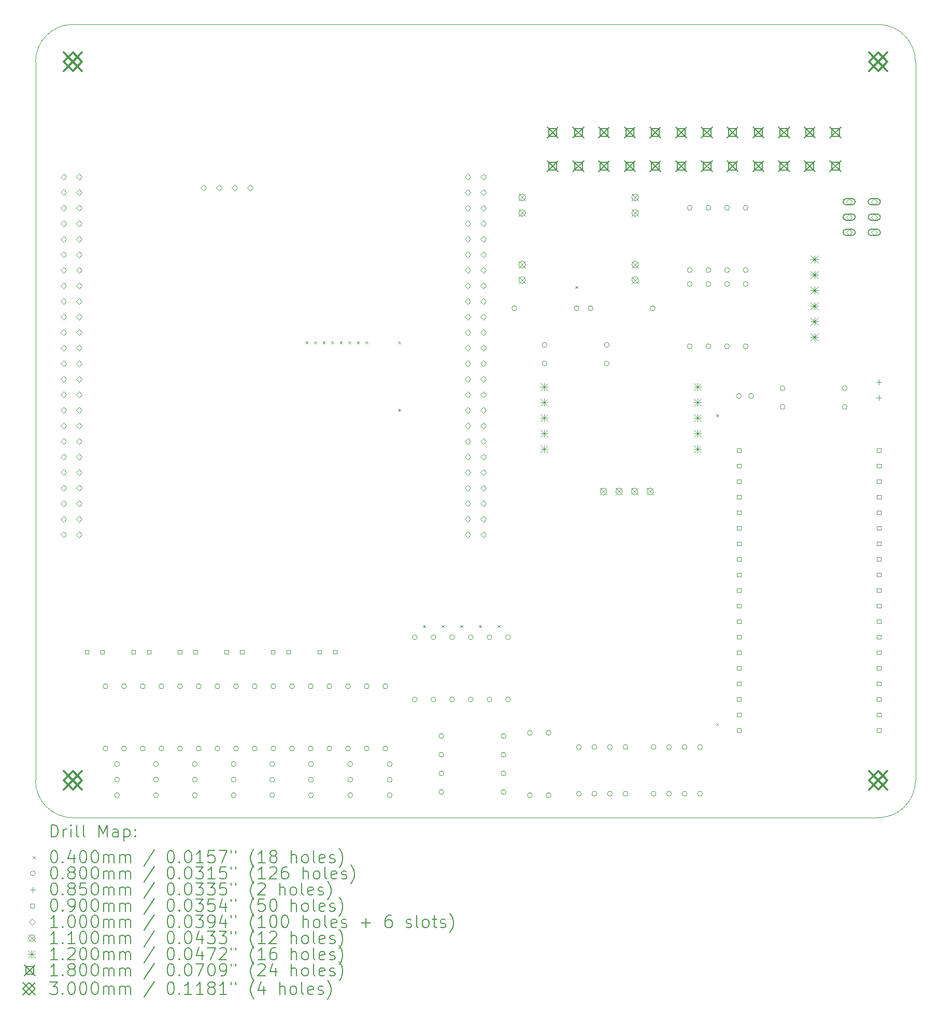
<source format=gbr>
%TF.GenerationSoftware,KiCad,Pcbnew,7.0.7*%
%TF.CreationDate,2023-09-23T19:58:10+09:00*%
%TF.ProjectId,TMA-1,544d412d-312e-46b6-9963-61645f706362,rev?*%
%TF.SameCoordinates,Original*%
%TF.FileFunction,Drillmap*%
%TF.FilePolarity,Positive*%
%FSLAX45Y45*%
G04 Gerber Fmt 4.5, Leading zero omitted, Abs format (unit mm)*
G04 Created by KiCad (PCBNEW 7.0.7) date 2023-09-23 19:58:10*
%MOMM*%
%LPD*%
G01*
G04 APERTURE LIST*
%ADD10C,0.100000*%
%ADD11C,0.200000*%
%ADD12C,0.040000*%
%ADD13C,0.080000*%
%ADD14C,0.085000*%
%ADD15C,0.090000*%
%ADD16C,0.110000*%
%ADD17C,0.120000*%
%ADD18C,0.180000*%
%ADD19C,0.300000*%
G04 APERTURE END LIST*
D10*
X21031200Y-15913100D02*
X7874000Y-15913100D01*
X21640800Y-3568700D02*
G75*
G03*
X21031200Y-2959100I-609600J0D01*
G01*
X7874000Y-2959100D02*
X21031200Y-2959100D01*
X7264400Y-15303500D02*
G75*
G03*
X7874000Y-15913100I609600J0D01*
G01*
X21031200Y-15913100D02*
G75*
G03*
X21640800Y-15303500I0J609600D01*
G01*
X7264400Y-15303500D02*
X7264400Y-3568700D01*
X7874000Y-2959100D02*
G75*
G03*
X7264400Y-3568700I0J-609600D01*
G01*
X21640800Y-3568700D02*
X21640800Y-15303500D01*
D11*
D12*
X11676700Y-8133400D02*
X11716700Y-8173400D01*
X11716700Y-8133400D02*
X11676700Y-8173400D01*
X11816400Y-8133400D02*
X11856400Y-8173400D01*
X11856400Y-8133400D02*
X11816400Y-8173400D01*
X11956100Y-8133400D02*
X11996100Y-8173400D01*
X11996100Y-8133400D02*
X11956100Y-8173400D01*
X12095800Y-8133400D02*
X12135800Y-8173400D01*
X12135800Y-8133400D02*
X12095800Y-8173400D01*
X12235500Y-8133400D02*
X12275500Y-8173400D01*
X12275500Y-8133400D02*
X12235500Y-8173400D01*
X12375200Y-8133400D02*
X12415200Y-8173400D01*
X12415200Y-8133400D02*
X12375200Y-8173400D01*
X12514900Y-8133400D02*
X12554900Y-8173400D01*
X12554900Y-8133400D02*
X12514900Y-8173400D01*
X12654600Y-8133400D02*
X12694600Y-8173400D01*
X12694600Y-8133400D02*
X12654600Y-8173400D01*
X13188000Y-8133400D02*
X13228000Y-8173400D01*
X13228000Y-8133400D02*
X13188000Y-8173400D01*
X13188000Y-9238300D02*
X13228000Y-9278300D01*
X13228000Y-9238300D02*
X13188000Y-9278300D01*
X13594400Y-12768900D02*
X13634400Y-12808900D01*
X13634400Y-12768900D02*
X13594400Y-12808900D01*
X13899200Y-12768900D02*
X13939200Y-12808900D01*
X13939200Y-12768900D02*
X13899200Y-12808900D01*
X14204000Y-12768900D02*
X14244000Y-12808900D01*
X14244000Y-12768900D02*
X14204000Y-12808900D01*
X14508800Y-12768900D02*
X14548800Y-12808900D01*
X14548800Y-12768900D02*
X14508800Y-12808900D01*
X14813600Y-12768900D02*
X14853600Y-12808900D01*
X14853600Y-12768900D02*
X14813600Y-12808900D01*
X16083600Y-7231700D02*
X16123600Y-7271700D01*
X16123600Y-7231700D02*
X16083600Y-7271700D01*
X18382300Y-9327200D02*
X18422300Y-9367200D01*
X18422300Y-9327200D02*
X18382300Y-9367200D01*
X18382300Y-14369100D02*
X18422300Y-14409100D01*
X18422300Y-14369100D02*
X18382300Y-14409100D01*
D13*
X8447400Y-13766800D02*
G75*
G03*
X8447400Y-13766800I-40000J0D01*
G01*
X8447400Y-14782800D02*
G75*
G03*
X8447400Y-14782800I-40000J0D01*
G01*
X8635800Y-15036800D02*
G75*
G03*
X8635800Y-15036800I-40000J0D01*
G01*
X8635800Y-15290800D02*
G75*
G03*
X8635800Y-15290800I-40000J0D01*
G01*
X8635800Y-15544800D02*
G75*
G03*
X8635800Y-15544800I-40000J0D01*
G01*
X8752200Y-13766800D02*
G75*
G03*
X8752200Y-13766800I-40000J0D01*
G01*
X8752200Y-14782800D02*
G75*
G03*
X8752200Y-14782800I-40000J0D01*
G01*
X9057000Y-13766800D02*
G75*
G03*
X9057000Y-13766800I-40000J0D01*
G01*
X9057000Y-14782800D02*
G75*
G03*
X9057000Y-14782800I-40000J0D01*
G01*
X9270800Y-15036800D02*
G75*
G03*
X9270800Y-15036800I-40000J0D01*
G01*
X9270800Y-15290800D02*
G75*
G03*
X9270800Y-15290800I-40000J0D01*
G01*
X9270800Y-15544800D02*
G75*
G03*
X9270800Y-15544800I-40000J0D01*
G01*
X9361800Y-13766800D02*
G75*
G03*
X9361800Y-13766800I-40000J0D01*
G01*
X9361800Y-14782800D02*
G75*
G03*
X9361800Y-14782800I-40000J0D01*
G01*
X9666600Y-13766800D02*
G75*
G03*
X9666600Y-13766800I-40000J0D01*
G01*
X9666600Y-14782800D02*
G75*
G03*
X9666600Y-14782800I-40000J0D01*
G01*
X9905800Y-15036800D02*
G75*
G03*
X9905800Y-15036800I-40000J0D01*
G01*
X9905800Y-15290800D02*
G75*
G03*
X9905800Y-15290800I-40000J0D01*
G01*
X9905800Y-15544800D02*
G75*
G03*
X9905800Y-15544800I-40000J0D01*
G01*
X9971400Y-13766800D02*
G75*
G03*
X9971400Y-13766800I-40000J0D01*
G01*
X9971400Y-14782800D02*
G75*
G03*
X9971400Y-14782800I-40000J0D01*
G01*
X10276200Y-13766800D02*
G75*
G03*
X10276200Y-13766800I-40000J0D01*
G01*
X10276200Y-14782800D02*
G75*
G03*
X10276200Y-14782800I-40000J0D01*
G01*
X10540800Y-15036800D02*
G75*
G03*
X10540800Y-15036800I-40000J0D01*
G01*
X10540800Y-15290800D02*
G75*
G03*
X10540800Y-15290800I-40000J0D01*
G01*
X10540800Y-15544800D02*
G75*
G03*
X10540800Y-15544800I-40000J0D01*
G01*
X10581000Y-13766800D02*
G75*
G03*
X10581000Y-13766800I-40000J0D01*
G01*
X10581000Y-14782800D02*
G75*
G03*
X10581000Y-14782800I-40000J0D01*
G01*
X10885800Y-13766800D02*
G75*
G03*
X10885800Y-13766800I-40000J0D01*
G01*
X10885800Y-14782800D02*
G75*
G03*
X10885800Y-14782800I-40000J0D01*
G01*
X11170600Y-15036800D02*
G75*
G03*
X11170600Y-15036800I-40000J0D01*
G01*
X11170600Y-15290800D02*
G75*
G03*
X11170600Y-15290800I-40000J0D01*
G01*
X11170600Y-15544800D02*
G75*
G03*
X11170600Y-15544800I-40000J0D01*
G01*
X11190600Y-13766800D02*
G75*
G03*
X11190600Y-13766800I-40000J0D01*
G01*
X11190600Y-14782800D02*
G75*
G03*
X11190600Y-14782800I-40000J0D01*
G01*
X11495400Y-13766800D02*
G75*
G03*
X11495400Y-13766800I-40000J0D01*
G01*
X11495400Y-14782800D02*
G75*
G03*
X11495400Y-14782800I-40000J0D01*
G01*
X11800200Y-13766800D02*
G75*
G03*
X11800200Y-13766800I-40000J0D01*
G01*
X11800200Y-14782800D02*
G75*
G03*
X11800200Y-14782800I-40000J0D01*
G01*
X11805600Y-15036800D02*
G75*
G03*
X11805600Y-15036800I-40000J0D01*
G01*
X11805600Y-15290800D02*
G75*
G03*
X11805600Y-15290800I-40000J0D01*
G01*
X11805600Y-15544800D02*
G75*
G03*
X11805600Y-15544800I-40000J0D01*
G01*
X12105000Y-13766800D02*
G75*
G03*
X12105000Y-13766800I-40000J0D01*
G01*
X12105000Y-14782800D02*
G75*
G03*
X12105000Y-14782800I-40000J0D01*
G01*
X12409800Y-13766800D02*
G75*
G03*
X12409800Y-13766800I-40000J0D01*
G01*
X12409800Y-14782800D02*
G75*
G03*
X12409800Y-14782800I-40000J0D01*
G01*
X12445800Y-15036800D02*
G75*
G03*
X12445800Y-15036800I-40000J0D01*
G01*
X12445800Y-15290800D02*
G75*
G03*
X12445800Y-15290800I-40000J0D01*
G01*
X12445800Y-15544800D02*
G75*
G03*
X12445800Y-15544800I-40000J0D01*
G01*
X12714600Y-13766800D02*
G75*
G03*
X12714600Y-13766800I-40000J0D01*
G01*
X12714600Y-14782800D02*
G75*
G03*
X12714600Y-14782800I-40000J0D01*
G01*
X13019400Y-13766800D02*
G75*
G03*
X13019400Y-13766800I-40000J0D01*
G01*
X13019400Y-14782800D02*
G75*
G03*
X13019400Y-14782800I-40000J0D01*
G01*
X13091200Y-15036800D02*
G75*
G03*
X13091200Y-15036800I-40000J0D01*
G01*
X13091200Y-15290800D02*
G75*
G03*
X13091200Y-15290800I-40000J0D01*
G01*
X13091200Y-15544800D02*
G75*
G03*
X13091200Y-15544800I-40000J0D01*
G01*
X13502000Y-12966700D02*
G75*
G03*
X13502000Y-12966700I-40000J0D01*
G01*
X13502000Y-13982700D02*
G75*
G03*
X13502000Y-13982700I-40000J0D01*
G01*
X13805400Y-12966700D02*
G75*
G03*
X13805400Y-12966700I-40000J0D01*
G01*
X13805400Y-13982700D02*
G75*
G03*
X13805400Y-13982700I-40000J0D01*
G01*
X13933800Y-14579600D02*
G75*
G03*
X13933800Y-14579600I-40000J0D01*
G01*
X13933800Y-14884400D02*
G75*
G03*
X13933800Y-14884400I-40000J0D01*
G01*
X13933800Y-15189200D02*
G75*
G03*
X13933800Y-15189200I-40000J0D01*
G01*
X13933800Y-15494000D02*
G75*
G03*
X13933800Y-15494000I-40000J0D01*
G01*
X14111600Y-12966700D02*
G75*
G03*
X14111600Y-12966700I-40000J0D01*
G01*
X14111600Y-13982700D02*
G75*
G03*
X14111600Y-13982700I-40000J0D01*
G01*
X14416400Y-12966700D02*
G75*
G03*
X14416400Y-12966700I-40000J0D01*
G01*
X14416400Y-13982700D02*
G75*
G03*
X14416400Y-13982700I-40000J0D01*
G01*
X14721200Y-12966700D02*
G75*
G03*
X14721200Y-12966700I-40000J0D01*
G01*
X14721200Y-13982700D02*
G75*
G03*
X14721200Y-13982700I-40000J0D01*
G01*
X14949800Y-14579600D02*
G75*
G03*
X14949800Y-14579600I-40000J0D01*
G01*
X14949800Y-14884400D02*
G75*
G03*
X14949800Y-14884400I-40000J0D01*
G01*
X14949800Y-15189200D02*
G75*
G03*
X14949800Y-15189200I-40000J0D01*
G01*
X14949800Y-15494000D02*
G75*
G03*
X14949800Y-15494000I-40000J0D01*
G01*
X15026000Y-12966700D02*
G75*
G03*
X15026000Y-12966700I-40000J0D01*
G01*
X15026000Y-13982700D02*
G75*
G03*
X15026000Y-13982700I-40000J0D01*
G01*
X15127600Y-7594600D02*
G75*
G03*
X15127600Y-7594600I-40000J0D01*
G01*
X15381600Y-14528800D02*
G75*
G03*
X15381600Y-14528800I-40000J0D01*
G01*
X15381600Y-15544800D02*
G75*
G03*
X15381600Y-15544800I-40000J0D01*
G01*
X15619900Y-8191500D02*
G75*
G03*
X15619900Y-8191500I-40000J0D01*
G01*
X15619900Y-8496300D02*
G75*
G03*
X15619900Y-8496300I-40000J0D01*
G01*
X15686400Y-14528800D02*
G75*
G03*
X15686400Y-14528800I-40000J0D01*
G01*
X15686400Y-15544800D02*
G75*
G03*
X15686400Y-15544800I-40000J0D01*
G01*
X16143600Y-7594600D02*
G75*
G03*
X16143600Y-7594600I-40000J0D01*
G01*
X16180700Y-14758400D02*
G75*
G03*
X16180700Y-14758400I-40000J0D01*
G01*
X16180700Y-15520400D02*
G75*
G03*
X16180700Y-15520400I-40000J0D01*
G01*
X16372200Y-7594600D02*
G75*
G03*
X16372200Y-7594600I-40000J0D01*
G01*
X16434700Y-14758400D02*
G75*
G03*
X16434700Y-14758400I-40000J0D01*
G01*
X16434700Y-15520400D02*
G75*
G03*
X16434700Y-15520400I-40000J0D01*
G01*
X16635900Y-8191500D02*
G75*
G03*
X16635900Y-8191500I-40000J0D01*
G01*
X16635900Y-8496300D02*
G75*
G03*
X16635900Y-8496300I-40000J0D01*
G01*
X16688700Y-14758400D02*
G75*
G03*
X16688700Y-14758400I-40000J0D01*
G01*
X16688700Y-15520400D02*
G75*
G03*
X16688700Y-15520400I-40000J0D01*
G01*
X16942700Y-14758400D02*
G75*
G03*
X16942700Y-14758400I-40000J0D01*
G01*
X16942700Y-15520400D02*
G75*
G03*
X16942700Y-15520400I-40000J0D01*
G01*
X17388200Y-7594600D02*
G75*
G03*
X17388200Y-7594600I-40000J0D01*
G01*
X17399900Y-14758400D02*
G75*
G03*
X17399900Y-14758400I-40000J0D01*
G01*
X17399900Y-15520400D02*
G75*
G03*
X17399900Y-15520400I-40000J0D01*
G01*
X17653900Y-14758400D02*
G75*
G03*
X17653900Y-14758400I-40000J0D01*
G01*
X17653900Y-15520400D02*
G75*
G03*
X17653900Y-15520400I-40000J0D01*
G01*
X17907900Y-14758400D02*
G75*
G03*
X17907900Y-14758400I-40000J0D01*
G01*
X17907900Y-15520400D02*
G75*
G03*
X17907900Y-15520400I-40000J0D01*
G01*
X17992720Y-5953760D02*
G75*
G03*
X17992720Y-5953760I-40000J0D01*
G01*
X17992720Y-6969760D02*
G75*
G03*
X17992720Y-6969760I-40000J0D01*
G01*
X17992720Y-7198360D02*
G75*
G03*
X17992720Y-7198360I-40000J0D01*
G01*
X17992720Y-8214360D02*
G75*
G03*
X17992720Y-8214360I-40000J0D01*
G01*
X18161900Y-14758400D02*
G75*
G03*
X18161900Y-14758400I-40000J0D01*
G01*
X18161900Y-15520400D02*
G75*
G03*
X18161900Y-15520400I-40000J0D01*
G01*
X18297520Y-5953760D02*
G75*
G03*
X18297520Y-5953760I-40000J0D01*
G01*
X18297520Y-6969760D02*
G75*
G03*
X18297520Y-6969760I-40000J0D01*
G01*
X18297520Y-7198360D02*
G75*
G03*
X18297520Y-7198360I-40000J0D01*
G01*
X18297520Y-8214360D02*
G75*
G03*
X18297520Y-8214360I-40000J0D01*
G01*
X18602320Y-5953760D02*
G75*
G03*
X18602320Y-5953760I-40000J0D01*
G01*
X18602320Y-6969760D02*
G75*
G03*
X18602320Y-6969760I-40000J0D01*
G01*
X18602320Y-7198360D02*
G75*
G03*
X18602320Y-7198360I-40000J0D01*
G01*
X18602320Y-8214360D02*
G75*
G03*
X18602320Y-8214360I-40000J0D01*
G01*
X18795011Y-9025700D02*
G75*
G03*
X18795011Y-9025700I-40000J0D01*
G01*
X18907120Y-5953760D02*
G75*
G03*
X18907120Y-5953760I-40000J0D01*
G01*
X18907120Y-6969760D02*
G75*
G03*
X18907120Y-6969760I-40000J0D01*
G01*
X18907120Y-7198360D02*
G75*
G03*
X18907120Y-7198360I-40000J0D01*
G01*
X18907120Y-8214360D02*
G75*
G03*
X18907120Y-8214360I-40000J0D01*
G01*
X18995011Y-9025700D02*
G75*
G03*
X18995011Y-9025700I-40000J0D01*
G01*
X19509100Y-8898700D02*
G75*
G03*
X19509100Y-8898700I-40000J0D01*
G01*
X19509100Y-9203500D02*
G75*
G03*
X19509100Y-9203500I-40000J0D01*
G01*
X20525100Y-8898700D02*
G75*
G03*
X20525100Y-8898700I-40000J0D01*
G01*
X20525100Y-9203500D02*
G75*
G03*
X20525100Y-9203500I-40000J0D01*
G01*
D14*
X21043900Y-8758600D02*
X21043900Y-8843600D01*
X21001400Y-8801100D02*
X21086400Y-8801100D01*
X21043900Y-9008600D02*
X21043900Y-9093600D01*
X21001400Y-9051100D02*
X21086400Y-9051100D01*
D15*
X8134420Y-13239820D02*
X8134420Y-13176180D01*
X8070780Y-13176180D01*
X8070780Y-13239820D01*
X8134420Y-13239820D01*
X8388420Y-13239820D02*
X8388420Y-13176180D01*
X8324780Y-13176180D01*
X8324780Y-13239820D01*
X8388420Y-13239820D01*
X8894420Y-13239820D02*
X8894420Y-13176180D01*
X8830780Y-13176180D01*
X8830780Y-13239820D01*
X8894420Y-13239820D01*
X9148420Y-13239820D02*
X9148420Y-13176180D01*
X9084780Y-13176180D01*
X9084780Y-13239820D01*
X9148420Y-13239820D01*
X9654420Y-13239820D02*
X9654420Y-13176180D01*
X9590780Y-13176180D01*
X9590780Y-13239820D01*
X9654420Y-13239820D01*
X9908420Y-13239820D02*
X9908420Y-13176180D01*
X9844780Y-13176180D01*
X9844780Y-13239820D01*
X9908420Y-13239820D01*
X10414420Y-13239820D02*
X10414420Y-13176180D01*
X10350780Y-13176180D01*
X10350780Y-13239820D01*
X10414420Y-13239820D01*
X10668420Y-13239820D02*
X10668420Y-13176180D01*
X10604780Y-13176180D01*
X10604780Y-13239820D01*
X10668420Y-13239820D01*
X11174420Y-13239820D02*
X11174420Y-13176180D01*
X11110780Y-13176180D01*
X11110780Y-13239820D01*
X11174420Y-13239820D01*
X11428420Y-13239820D02*
X11428420Y-13176180D01*
X11364780Y-13176180D01*
X11364780Y-13239820D01*
X11428420Y-13239820D01*
X11934420Y-13239820D02*
X11934420Y-13176180D01*
X11870780Y-13176180D01*
X11870780Y-13239820D01*
X11934420Y-13239820D01*
X12188420Y-13239820D02*
X12188420Y-13176180D01*
X12124780Y-13176180D01*
X12124780Y-13239820D01*
X12188420Y-13239820D01*
X18789720Y-9946520D02*
X18789720Y-9882880D01*
X18726080Y-9882880D01*
X18726080Y-9946520D01*
X18789720Y-9946520D01*
X18789720Y-10200520D02*
X18789720Y-10136880D01*
X18726080Y-10136880D01*
X18726080Y-10200520D01*
X18789720Y-10200520D01*
X18789720Y-10454520D02*
X18789720Y-10390880D01*
X18726080Y-10390880D01*
X18726080Y-10454520D01*
X18789720Y-10454520D01*
X18789720Y-10708520D02*
X18789720Y-10644880D01*
X18726080Y-10644880D01*
X18726080Y-10708520D01*
X18789720Y-10708520D01*
X18789720Y-10962520D02*
X18789720Y-10898880D01*
X18726080Y-10898880D01*
X18726080Y-10962520D01*
X18789720Y-10962520D01*
X18789720Y-11216520D02*
X18789720Y-11152880D01*
X18726080Y-11152880D01*
X18726080Y-11216520D01*
X18789720Y-11216520D01*
X18789720Y-11470520D02*
X18789720Y-11406880D01*
X18726080Y-11406880D01*
X18726080Y-11470520D01*
X18789720Y-11470520D01*
X18789720Y-11724520D02*
X18789720Y-11660880D01*
X18726080Y-11660880D01*
X18726080Y-11724520D01*
X18789720Y-11724520D01*
X18789720Y-11978520D02*
X18789720Y-11914880D01*
X18726080Y-11914880D01*
X18726080Y-11978520D01*
X18789720Y-11978520D01*
X18789720Y-12232520D02*
X18789720Y-12168880D01*
X18726080Y-12168880D01*
X18726080Y-12232520D01*
X18789720Y-12232520D01*
X18789720Y-12486520D02*
X18789720Y-12422880D01*
X18726080Y-12422880D01*
X18726080Y-12486520D01*
X18789720Y-12486520D01*
X18789720Y-12740520D02*
X18789720Y-12676880D01*
X18726080Y-12676880D01*
X18726080Y-12740520D01*
X18789720Y-12740520D01*
X18789720Y-12994520D02*
X18789720Y-12930880D01*
X18726080Y-12930880D01*
X18726080Y-12994520D01*
X18789720Y-12994520D01*
X18789720Y-13248520D02*
X18789720Y-13184880D01*
X18726080Y-13184880D01*
X18726080Y-13248520D01*
X18789720Y-13248520D01*
X18789720Y-13502520D02*
X18789720Y-13438880D01*
X18726080Y-13438880D01*
X18726080Y-13502520D01*
X18789720Y-13502520D01*
X18789720Y-13756520D02*
X18789720Y-13692880D01*
X18726080Y-13692880D01*
X18726080Y-13756520D01*
X18789720Y-13756520D01*
X18789720Y-14010520D02*
X18789720Y-13946880D01*
X18726080Y-13946880D01*
X18726080Y-14010520D01*
X18789720Y-14010520D01*
X18789720Y-14264520D02*
X18789720Y-14200880D01*
X18726080Y-14200880D01*
X18726080Y-14264520D01*
X18789720Y-14264520D01*
X18789720Y-14518520D02*
X18789720Y-14454880D01*
X18726080Y-14454880D01*
X18726080Y-14518520D01*
X18789720Y-14518520D01*
X21075720Y-9946520D02*
X21075720Y-9882880D01*
X21012080Y-9882880D01*
X21012080Y-9946520D01*
X21075720Y-9946520D01*
X21075720Y-10200520D02*
X21075720Y-10136880D01*
X21012080Y-10136880D01*
X21012080Y-10200520D01*
X21075720Y-10200520D01*
X21075720Y-10454520D02*
X21075720Y-10390880D01*
X21012080Y-10390880D01*
X21012080Y-10454520D01*
X21075720Y-10454520D01*
X21075720Y-10708520D02*
X21075720Y-10644880D01*
X21012080Y-10644880D01*
X21012080Y-10708520D01*
X21075720Y-10708520D01*
X21075720Y-10962520D02*
X21075720Y-10898880D01*
X21012080Y-10898880D01*
X21012080Y-10962520D01*
X21075720Y-10962520D01*
X21075720Y-11216520D02*
X21075720Y-11152880D01*
X21012080Y-11152880D01*
X21012080Y-11216520D01*
X21075720Y-11216520D01*
X21075720Y-11470520D02*
X21075720Y-11406880D01*
X21012080Y-11406880D01*
X21012080Y-11470520D01*
X21075720Y-11470520D01*
X21075720Y-11724520D02*
X21075720Y-11660880D01*
X21012080Y-11660880D01*
X21012080Y-11724520D01*
X21075720Y-11724520D01*
X21075720Y-11978520D02*
X21075720Y-11914880D01*
X21012080Y-11914880D01*
X21012080Y-11978520D01*
X21075720Y-11978520D01*
X21075720Y-12232520D02*
X21075720Y-12168880D01*
X21012080Y-12168880D01*
X21012080Y-12232520D01*
X21075720Y-12232520D01*
X21075720Y-12486520D02*
X21075720Y-12422880D01*
X21012080Y-12422880D01*
X21012080Y-12486520D01*
X21075720Y-12486520D01*
X21075720Y-12740520D02*
X21075720Y-12676880D01*
X21012080Y-12676880D01*
X21012080Y-12740520D01*
X21075720Y-12740520D01*
X21075720Y-12994520D02*
X21075720Y-12930880D01*
X21012080Y-12930880D01*
X21012080Y-12994520D01*
X21075720Y-12994520D01*
X21075720Y-13248520D02*
X21075720Y-13184880D01*
X21012080Y-13184880D01*
X21012080Y-13248520D01*
X21075720Y-13248520D01*
X21075720Y-13502520D02*
X21075720Y-13438880D01*
X21012080Y-13438880D01*
X21012080Y-13502520D01*
X21075720Y-13502520D01*
X21075720Y-13756520D02*
X21075720Y-13692880D01*
X21012080Y-13692880D01*
X21012080Y-13756520D01*
X21075720Y-13756520D01*
X21075720Y-14010520D02*
X21075720Y-13946880D01*
X21012080Y-13946880D01*
X21012080Y-14010520D01*
X21075720Y-14010520D01*
X21075720Y-14264520D02*
X21075720Y-14200880D01*
X21012080Y-14200880D01*
X21012080Y-14264520D01*
X21075720Y-14264520D01*
X21075720Y-14518520D02*
X21075720Y-14454880D01*
X21012080Y-14454880D01*
X21012080Y-14518520D01*
X21075720Y-14518520D01*
D10*
X7721600Y-5498300D02*
X7771600Y-5448300D01*
X7721600Y-5398300D01*
X7671600Y-5448300D01*
X7721600Y-5498300D01*
X7721600Y-5752300D02*
X7771600Y-5702300D01*
X7721600Y-5652300D01*
X7671600Y-5702300D01*
X7721600Y-5752300D01*
X7721600Y-6006300D02*
X7771600Y-5956300D01*
X7721600Y-5906300D01*
X7671600Y-5956300D01*
X7721600Y-6006300D01*
X7721600Y-6260300D02*
X7771600Y-6210300D01*
X7721600Y-6160300D01*
X7671600Y-6210300D01*
X7721600Y-6260300D01*
X7721600Y-6514300D02*
X7771600Y-6464300D01*
X7721600Y-6414300D01*
X7671600Y-6464300D01*
X7721600Y-6514300D01*
X7721600Y-6768300D02*
X7771600Y-6718300D01*
X7721600Y-6668300D01*
X7671600Y-6718300D01*
X7721600Y-6768300D01*
X7721600Y-7022300D02*
X7771600Y-6972300D01*
X7721600Y-6922300D01*
X7671600Y-6972300D01*
X7721600Y-7022300D01*
X7721600Y-7276300D02*
X7771600Y-7226300D01*
X7721600Y-7176300D01*
X7671600Y-7226300D01*
X7721600Y-7276300D01*
X7721600Y-7530300D02*
X7771600Y-7480300D01*
X7721600Y-7430300D01*
X7671600Y-7480300D01*
X7721600Y-7530300D01*
X7721600Y-7784300D02*
X7771600Y-7734300D01*
X7721600Y-7684300D01*
X7671600Y-7734300D01*
X7721600Y-7784300D01*
X7721600Y-8038300D02*
X7771600Y-7988300D01*
X7721600Y-7938300D01*
X7671600Y-7988300D01*
X7721600Y-8038300D01*
X7721600Y-8292300D02*
X7771600Y-8242300D01*
X7721600Y-8192300D01*
X7671600Y-8242300D01*
X7721600Y-8292300D01*
X7721600Y-8546300D02*
X7771600Y-8496300D01*
X7721600Y-8446300D01*
X7671600Y-8496300D01*
X7721600Y-8546300D01*
X7721600Y-8800300D02*
X7771600Y-8750300D01*
X7721600Y-8700300D01*
X7671600Y-8750300D01*
X7721600Y-8800300D01*
X7721600Y-9054300D02*
X7771600Y-9004300D01*
X7721600Y-8954300D01*
X7671600Y-9004300D01*
X7721600Y-9054300D01*
X7721600Y-9308300D02*
X7771600Y-9258300D01*
X7721600Y-9208300D01*
X7671600Y-9258300D01*
X7721600Y-9308300D01*
X7721600Y-9562300D02*
X7771600Y-9512300D01*
X7721600Y-9462300D01*
X7671600Y-9512300D01*
X7721600Y-9562300D01*
X7721600Y-9816300D02*
X7771600Y-9766300D01*
X7721600Y-9716300D01*
X7671600Y-9766300D01*
X7721600Y-9816300D01*
X7721600Y-10070300D02*
X7771600Y-10020300D01*
X7721600Y-9970300D01*
X7671600Y-10020300D01*
X7721600Y-10070300D01*
X7721600Y-10324300D02*
X7771600Y-10274300D01*
X7721600Y-10224300D01*
X7671600Y-10274300D01*
X7721600Y-10324300D01*
X7721600Y-10578300D02*
X7771600Y-10528300D01*
X7721600Y-10478300D01*
X7671600Y-10528300D01*
X7721600Y-10578300D01*
X7721600Y-10832300D02*
X7771600Y-10782300D01*
X7721600Y-10732300D01*
X7671600Y-10782300D01*
X7721600Y-10832300D01*
X7721600Y-11086300D02*
X7771600Y-11036300D01*
X7721600Y-10986300D01*
X7671600Y-11036300D01*
X7721600Y-11086300D01*
X7721600Y-11340300D02*
X7771600Y-11290300D01*
X7721600Y-11240300D01*
X7671600Y-11290300D01*
X7721600Y-11340300D01*
X7975600Y-5498300D02*
X8025600Y-5448300D01*
X7975600Y-5398300D01*
X7925600Y-5448300D01*
X7975600Y-5498300D01*
X7975600Y-5752300D02*
X8025600Y-5702300D01*
X7975600Y-5652300D01*
X7925600Y-5702300D01*
X7975600Y-5752300D01*
X7975600Y-6006300D02*
X8025600Y-5956300D01*
X7975600Y-5906300D01*
X7925600Y-5956300D01*
X7975600Y-6006300D01*
X7975600Y-6260300D02*
X8025600Y-6210300D01*
X7975600Y-6160300D01*
X7925600Y-6210300D01*
X7975600Y-6260300D01*
X7975600Y-6514300D02*
X8025600Y-6464300D01*
X7975600Y-6414300D01*
X7925600Y-6464300D01*
X7975600Y-6514300D01*
X7975600Y-6768300D02*
X8025600Y-6718300D01*
X7975600Y-6668300D01*
X7925600Y-6718300D01*
X7975600Y-6768300D01*
X7975600Y-7022300D02*
X8025600Y-6972300D01*
X7975600Y-6922300D01*
X7925600Y-6972300D01*
X7975600Y-7022300D01*
X7975600Y-7276300D02*
X8025600Y-7226300D01*
X7975600Y-7176300D01*
X7925600Y-7226300D01*
X7975600Y-7276300D01*
X7975600Y-7530300D02*
X8025600Y-7480300D01*
X7975600Y-7430300D01*
X7925600Y-7480300D01*
X7975600Y-7530300D01*
X7975600Y-7784300D02*
X8025600Y-7734300D01*
X7975600Y-7684300D01*
X7925600Y-7734300D01*
X7975600Y-7784300D01*
X7975600Y-8038300D02*
X8025600Y-7988300D01*
X7975600Y-7938300D01*
X7925600Y-7988300D01*
X7975600Y-8038300D01*
X7975600Y-8292300D02*
X8025600Y-8242300D01*
X7975600Y-8192300D01*
X7925600Y-8242300D01*
X7975600Y-8292300D01*
X7975600Y-8546300D02*
X8025600Y-8496300D01*
X7975600Y-8446300D01*
X7925600Y-8496300D01*
X7975600Y-8546300D01*
X7975600Y-8800300D02*
X8025600Y-8750300D01*
X7975600Y-8700300D01*
X7925600Y-8750300D01*
X7975600Y-8800300D01*
X7975600Y-9054300D02*
X8025600Y-9004300D01*
X7975600Y-8954300D01*
X7925600Y-9004300D01*
X7975600Y-9054300D01*
X7975600Y-9308300D02*
X8025600Y-9258300D01*
X7975600Y-9208300D01*
X7925600Y-9258300D01*
X7975600Y-9308300D01*
X7975600Y-9562300D02*
X8025600Y-9512300D01*
X7975600Y-9462300D01*
X7925600Y-9512300D01*
X7975600Y-9562300D01*
X7975600Y-9816300D02*
X8025600Y-9766300D01*
X7975600Y-9716300D01*
X7925600Y-9766300D01*
X7975600Y-9816300D01*
X7975600Y-10070300D02*
X8025600Y-10020300D01*
X7975600Y-9970300D01*
X7925600Y-10020300D01*
X7975600Y-10070300D01*
X7975600Y-10324300D02*
X8025600Y-10274300D01*
X7975600Y-10224300D01*
X7925600Y-10274300D01*
X7975600Y-10324300D01*
X7975600Y-10578300D02*
X8025600Y-10528300D01*
X7975600Y-10478300D01*
X7925600Y-10528300D01*
X7975600Y-10578300D01*
X7975600Y-10832300D02*
X8025600Y-10782300D01*
X7975600Y-10732300D01*
X7925600Y-10782300D01*
X7975600Y-10832300D01*
X7975600Y-11086300D02*
X8025600Y-11036300D01*
X7975600Y-10986300D01*
X7925600Y-11036300D01*
X7975600Y-11086300D01*
X7975600Y-11340300D02*
X8025600Y-11290300D01*
X7975600Y-11240300D01*
X7925600Y-11290300D01*
X7975600Y-11340300D01*
X10007600Y-5675550D02*
X10057600Y-5625550D01*
X10007600Y-5575550D01*
X9957600Y-5625550D01*
X10007600Y-5675550D01*
X10261600Y-5675550D02*
X10311600Y-5625550D01*
X10261600Y-5575550D01*
X10211600Y-5625550D01*
X10261600Y-5675550D01*
X10515600Y-5675550D02*
X10565600Y-5625550D01*
X10515600Y-5575550D01*
X10465600Y-5625550D01*
X10515600Y-5675550D01*
X10769600Y-5675550D02*
X10819600Y-5625550D01*
X10769600Y-5575550D01*
X10719600Y-5625550D01*
X10769600Y-5675550D01*
X14325820Y-5498300D02*
X14375820Y-5448300D01*
X14325820Y-5398300D01*
X14275820Y-5448300D01*
X14325820Y-5498300D01*
X14325820Y-5752300D02*
X14375820Y-5702300D01*
X14325820Y-5652300D01*
X14275820Y-5702300D01*
X14325820Y-5752300D01*
X14325820Y-6006300D02*
X14375820Y-5956300D01*
X14325820Y-5906300D01*
X14275820Y-5956300D01*
X14325820Y-6006300D01*
X14325820Y-6260300D02*
X14375820Y-6210300D01*
X14325820Y-6160300D01*
X14275820Y-6210300D01*
X14325820Y-6260300D01*
X14325820Y-6514300D02*
X14375820Y-6464300D01*
X14325820Y-6414300D01*
X14275820Y-6464300D01*
X14325820Y-6514300D01*
X14325820Y-6768300D02*
X14375820Y-6718300D01*
X14325820Y-6668300D01*
X14275820Y-6718300D01*
X14325820Y-6768300D01*
X14325820Y-7022300D02*
X14375820Y-6972300D01*
X14325820Y-6922300D01*
X14275820Y-6972300D01*
X14325820Y-7022300D01*
X14325820Y-7276300D02*
X14375820Y-7226300D01*
X14325820Y-7176300D01*
X14275820Y-7226300D01*
X14325820Y-7276300D01*
X14325820Y-7530300D02*
X14375820Y-7480300D01*
X14325820Y-7430300D01*
X14275820Y-7480300D01*
X14325820Y-7530300D01*
X14325820Y-7784300D02*
X14375820Y-7734300D01*
X14325820Y-7684300D01*
X14275820Y-7734300D01*
X14325820Y-7784300D01*
X14325820Y-8038300D02*
X14375820Y-7988300D01*
X14325820Y-7938300D01*
X14275820Y-7988300D01*
X14325820Y-8038300D01*
X14325820Y-8292300D02*
X14375820Y-8242300D01*
X14325820Y-8192300D01*
X14275820Y-8242300D01*
X14325820Y-8292300D01*
X14325820Y-8546300D02*
X14375820Y-8496300D01*
X14325820Y-8446300D01*
X14275820Y-8496300D01*
X14325820Y-8546300D01*
X14325820Y-8800300D02*
X14375820Y-8750300D01*
X14325820Y-8700300D01*
X14275820Y-8750300D01*
X14325820Y-8800300D01*
X14325820Y-9054300D02*
X14375820Y-9004300D01*
X14325820Y-8954300D01*
X14275820Y-9004300D01*
X14325820Y-9054300D01*
X14325820Y-9308300D02*
X14375820Y-9258300D01*
X14325820Y-9208300D01*
X14275820Y-9258300D01*
X14325820Y-9308300D01*
X14325820Y-9562300D02*
X14375820Y-9512300D01*
X14325820Y-9462300D01*
X14275820Y-9512300D01*
X14325820Y-9562300D01*
X14325820Y-9816300D02*
X14375820Y-9766300D01*
X14325820Y-9716300D01*
X14275820Y-9766300D01*
X14325820Y-9816300D01*
X14325820Y-10070300D02*
X14375820Y-10020300D01*
X14325820Y-9970300D01*
X14275820Y-10020300D01*
X14325820Y-10070300D01*
X14325820Y-10324300D02*
X14375820Y-10274300D01*
X14325820Y-10224300D01*
X14275820Y-10274300D01*
X14325820Y-10324300D01*
X14325820Y-10578300D02*
X14375820Y-10528300D01*
X14325820Y-10478300D01*
X14275820Y-10528300D01*
X14325820Y-10578300D01*
X14325820Y-10832300D02*
X14375820Y-10782300D01*
X14325820Y-10732300D01*
X14275820Y-10782300D01*
X14325820Y-10832300D01*
X14325820Y-11086300D02*
X14375820Y-11036300D01*
X14325820Y-10986300D01*
X14275820Y-11036300D01*
X14325820Y-11086300D01*
X14325820Y-11340300D02*
X14375820Y-11290300D01*
X14325820Y-11240300D01*
X14275820Y-11290300D01*
X14325820Y-11340300D01*
X14579820Y-5498300D02*
X14629820Y-5448300D01*
X14579820Y-5398300D01*
X14529820Y-5448300D01*
X14579820Y-5498300D01*
X14579820Y-5752300D02*
X14629820Y-5702300D01*
X14579820Y-5652300D01*
X14529820Y-5702300D01*
X14579820Y-5752300D01*
X14579820Y-6006300D02*
X14629820Y-5956300D01*
X14579820Y-5906300D01*
X14529820Y-5956300D01*
X14579820Y-6006300D01*
X14579820Y-6260300D02*
X14629820Y-6210300D01*
X14579820Y-6160300D01*
X14529820Y-6210300D01*
X14579820Y-6260300D01*
X14579820Y-6514300D02*
X14629820Y-6464300D01*
X14579820Y-6414300D01*
X14529820Y-6464300D01*
X14579820Y-6514300D01*
X14579820Y-6768300D02*
X14629820Y-6718300D01*
X14579820Y-6668300D01*
X14529820Y-6718300D01*
X14579820Y-6768300D01*
X14579820Y-7022300D02*
X14629820Y-6972300D01*
X14579820Y-6922300D01*
X14529820Y-6972300D01*
X14579820Y-7022300D01*
X14579820Y-7276300D02*
X14629820Y-7226300D01*
X14579820Y-7176300D01*
X14529820Y-7226300D01*
X14579820Y-7276300D01*
X14579820Y-7530300D02*
X14629820Y-7480300D01*
X14579820Y-7430300D01*
X14529820Y-7480300D01*
X14579820Y-7530300D01*
X14579820Y-7784300D02*
X14629820Y-7734300D01*
X14579820Y-7684300D01*
X14529820Y-7734300D01*
X14579820Y-7784300D01*
X14579820Y-8038300D02*
X14629820Y-7988300D01*
X14579820Y-7938300D01*
X14529820Y-7988300D01*
X14579820Y-8038300D01*
X14579820Y-8292300D02*
X14629820Y-8242300D01*
X14579820Y-8192300D01*
X14529820Y-8242300D01*
X14579820Y-8292300D01*
X14579820Y-8546300D02*
X14629820Y-8496300D01*
X14579820Y-8446300D01*
X14529820Y-8496300D01*
X14579820Y-8546300D01*
X14579820Y-8800300D02*
X14629820Y-8750300D01*
X14579820Y-8700300D01*
X14529820Y-8750300D01*
X14579820Y-8800300D01*
X14579820Y-9054300D02*
X14629820Y-9004300D01*
X14579820Y-8954300D01*
X14529820Y-9004300D01*
X14579820Y-9054300D01*
X14579820Y-9308300D02*
X14629820Y-9258300D01*
X14579820Y-9208300D01*
X14529820Y-9258300D01*
X14579820Y-9308300D01*
X14579820Y-9562300D02*
X14629820Y-9512300D01*
X14579820Y-9462300D01*
X14529820Y-9512300D01*
X14579820Y-9562300D01*
X14579820Y-9816300D02*
X14629820Y-9766300D01*
X14579820Y-9716300D01*
X14529820Y-9766300D01*
X14579820Y-9816300D01*
X14579820Y-10070300D02*
X14629820Y-10020300D01*
X14579820Y-9970300D01*
X14529820Y-10020300D01*
X14579820Y-10070300D01*
X14579820Y-10324300D02*
X14629820Y-10274300D01*
X14579820Y-10224300D01*
X14529820Y-10274300D01*
X14579820Y-10324300D01*
X14579820Y-10578300D02*
X14629820Y-10528300D01*
X14579820Y-10478300D01*
X14529820Y-10528300D01*
X14579820Y-10578300D01*
X14579820Y-10832300D02*
X14629820Y-10782300D01*
X14579820Y-10732300D01*
X14529820Y-10782300D01*
X14579820Y-10832300D01*
X14579820Y-11086300D02*
X14629820Y-11036300D01*
X14579820Y-10986300D01*
X14529820Y-11036300D01*
X14579820Y-11086300D01*
X14579820Y-11340300D02*
X14629820Y-11290300D01*
X14579820Y-11240300D01*
X14529820Y-11290300D01*
X14579820Y-11340300D01*
X20557700Y-5904700D02*
X20607700Y-5854700D01*
X20557700Y-5804700D01*
X20507700Y-5854700D01*
X20557700Y-5904700D01*
D11*
X20507700Y-5904700D02*
X20607700Y-5904700D01*
X20607700Y-5904700D02*
G75*
G03*
X20607700Y-5804700I0J50000D01*
G01*
X20607700Y-5804700D02*
X20507700Y-5804700D01*
X20507700Y-5804700D02*
G75*
G03*
X20507700Y-5904700I0J-50000D01*
G01*
D10*
X20557700Y-6154700D02*
X20607700Y-6104700D01*
X20557700Y-6054700D01*
X20507700Y-6104700D01*
X20557700Y-6154700D01*
D11*
X20507700Y-6154700D02*
X20607700Y-6154700D01*
X20607700Y-6154700D02*
G75*
G03*
X20607700Y-6054700I0J50000D01*
G01*
X20607700Y-6054700D02*
X20507700Y-6054700D01*
X20507700Y-6054700D02*
G75*
G03*
X20507700Y-6154700I0J-50000D01*
G01*
D10*
X20557700Y-6404700D02*
X20607700Y-6354700D01*
X20557700Y-6304700D01*
X20507700Y-6354700D01*
X20557700Y-6404700D01*
D11*
X20507700Y-6404700D02*
X20607700Y-6404700D01*
X20607700Y-6404700D02*
G75*
G03*
X20607700Y-6304700I0J50000D01*
G01*
X20607700Y-6304700D02*
X20507700Y-6304700D01*
X20507700Y-6304700D02*
G75*
G03*
X20507700Y-6404700I0J-50000D01*
G01*
D10*
X20967700Y-5904700D02*
X21017700Y-5854700D01*
X20967700Y-5804700D01*
X20917700Y-5854700D01*
X20967700Y-5904700D01*
D11*
X20917700Y-5904700D02*
X21017700Y-5904700D01*
X21017700Y-5904700D02*
G75*
G03*
X21017700Y-5804700I0J50000D01*
G01*
X21017700Y-5804700D02*
X20917700Y-5804700D01*
X20917700Y-5804700D02*
G75*
G03*
X20917700Y-5904700I0J-50000D01*
G01*
D10*
X20967700Y-6154700D02*
X21017700Y-6104700D01*
X20967700Y-6054700D01*
X20917700Y-6104700D01*
X20967700Y-6154700D01*
D11*
X20917700Y-6154700D02*
X21017700Y-6154700D01*
X21017700Y-6154700D02*
G75*
G03*
X21017700Y-6054700I0J50000D01*
G01*
X21017700Y-6054700D02*
X20917700Y-6054700D01*
X20917700Y-6054700D02*
G75*
G03*
X20917700Y-6154700I0J-50000D01*
G01*
D10*
X20967700Y-6404700D02*
X21017700Y-6354700D01*
X20967700Y-6304700D01*
X20917700Y-6354700D01*
X20967700Y-6404700D01*
D11*
X20917700Y-6404700D02*
X21017700Y-6404700D01*
X21017700Y-6404700D02*
G75*
G03*
X21017700Y-6304700I0J50000D01*
G01*
X21017700Y-6304700D02*
X20917700Y-6304700D01*
X20917700Y-6304700D02*
G75*
G03*
X20917700Y-6404700I0J-50000D01*
G01*
D16*
X15159600Y-5729850D02*
X15269600Y-5839850D01*
X15269600Y-5729850D02*
X15159600Y-5839850D01*
X15269600Y-5784850D02*
G75*
G03*
X15269600Y-5784850I-55000J0D01*
G01*
X15159600Y-5983850D02*
X15269600Y-6093850D01*
X15269600Y-5983850D02*
X15159600Y-6093850D01*
X15269600Y-6038850D02*
G75*
G03*
X15269600Y-6038850I-55000J0D01*
G01*
X15159600Y-6823850D02*
X15269600Y-6933850D01*
X15269600Y-6823850D02*
X15159600Y-6933850D01*
X15269600Y-6878850D02*
G75*
G03*
X15269600Y-6878850I-55000J0D01*
G01*
X15159600Y-7077850D02*
X15269600Y-7187850D01*
X15269600Y-7077850D02*
X15159600Y-7187850D01*
X15269600Y-7132850D02*
G75*
G03*
X15269600Y-7132850I-55000J0D01*
G01*
X16490000Y-10531700D02*
X16600000Y-10641700D01*
X16600000Y-10531700D02*
X16490000Y-10641700D01*
X16600000Y-10586700D02*
G75*
G03*
X16600000Y-10586700I-55000J0D01*
G01*
X16744000Y-10531700D02*
X16854000Y-10641700D01*
X16854000Y-10531700D02*
X16744000Y-10641700D01*
X16854000Y-10586700D02*
G75*
G03*
X16854000Y-10586700I-55000J0D01*
G01*
X16998000Y-10531700D02*
X17108000Y-10641700D01*
X17108000Y-10531700D02*
X16998000Y-10641700D01*
X17108000Y-10586700D02*
G75*
G03*
X17108000Y-10586700I-55000J0D01*
G01*
X17005600Y-5729850D02*
X17115600Y-5839850D01*
X17115600Y-5729850D02*
X17005600Y-5839850D01*
X17115600Y-5784850D02*
G75*
G03*
X17115600Y-5784850I-55000J0D01*
G01*
X17005600Y-5983850D02*
X17115600Y-6093850D01*
X17115600Y-5983850D02*
X17005600Y-6093850D01*
X17115600Y-6038850D02*
G75*
G03*
X17115600Y-6038850I-55000J0D01*
G01*
X17005600Y-6823850D02*
X17115600Y-6933850D01*
X17115600Y-6823850D02*
X17005600Y-6933850D01*
X17115600Y-6878850D02*
G75*
G03*
X17115600Y-6878850I-55000J0D01*
G01*
X17005600Y-7077850D02*
X17115600Y-7187850D01*
X17115600Y-7077850D02*
X17005600Y-7187850D01*
X17115600Y-7132850D02*
G75*
G03*
X17115600Y-7132850I-55000J0D01*
G01*
X17252000Y-10531700D02*
X17362000Y-10641700D01*
X17362000Y-10531700D02*
X17252000Y-10641700D01*
X17362000Y-10586700D02*
G75*
G03*
X17362000Y-10586700I-55000J0D01*
G01*
D17*
X15517500Y-8817300D02*
X15637500Y-8937300D01*
X15637500Y-8817300D02*
X15517500Y-8937300D01*
X15577500Y-8817300D02*
X15577500Y-8937300D01*
X15517500Y-8877300D02*
X15637500Y-8877300D01*
X15517500Y-9071300D02*
X15637500Y-9191300D01*
X15637500Y-9071300D02*
X15517500Y-9191300D01*
X15577500Y-9071300D02*
X15577500Y-9191300D01*
X15517500Y-9131300D02*
X15637500Y-9131300D01*
X15517500Y-9325300D02*
X15637500Y-9445300D01*
X15637500Y-9325300D02*
X15517500Y-9445300D01*
X15577500Y-9325300D02*
X15577500Y-9445300D01*
X15517500Y-9385300D02*
X15637500Y-9385300D01*
X15517500Y-9579300D02*
X15637500Y-9699300D01*
X15637500Y-9579300D02*
X15517500Y-9699300D01*
X15577500Y-9579300D02*
X15577500Y-9699300D01*
X15517500Y-9639300D02*
X15637500Y-9639300D01*
X15517500Y-9833300D02*
X15637500Y-9953300D01*
X15637500Y-9833300D02*
X15517500Y-9953300D01*
X15577500Y-9833300D02*
X15577500Y-9953300D01*
X15517500Y-9893300D02*
X15637500Y-9893300D01*
X18017500Y-8817300D02*
X18137500Y-8937300D01*
X18137500Y-8817300D02*
X18017500Y-8937300D01*
X18077500Y-8817300D02*
X18077500Y-8937300D01*
X18017500Y-8877300D02*
X18137500Y-8877300D01*
X18017500Y-9071300D02*
X18137500Y-9191300D01*
X18137500Y-9071300D02*
X18017500Y-9191300D01*
X18077500Y-9071300D02*
X18077500Y-9191300D01*
X18017500Y-9131300D02*
X18137500Y-9131300D01*
X18017500Y-9325300D02*
X18137500Y-9445300D01*
X18137500Y-9325300D02*
X18017500Y-9445300D01*
X18077500Y-9325300D02*
X18077500Y-9445300D01*
X18017500Y-9385300D02*
X18137500Y-9385300D01*
X18017500Y-9579300D02*
X18137500Y-9699300D01*
X18137500Y-9579300D02*
X18017500Y-9699300D01*
X18077500Y-9579300D02*
X18077500Y-9699300D01*
X18017500Y-9639300D02*
X18137500Y-9639300D01*
X18017500Y-9833300D02*
X18137500Y-9953300D01*
X18137500Y-9833300D02*
X18017500Y-9953300D01*
X18077500Y-9833300D02*
X18077500Y-9953300D01*
X18017500Y-9893300D02*
X18137500Y-9893300D01*
X19929800Y-6732300D02*
X20049800Y-6852300D01*
X20049800Y-6732300D02*
X19929800Y-6852300D01*
X19989800Y-6732300D02*
X19989800Y-6852300D01*
X19929800Y-6792300D02*
X20049800Y-6792300D01*
X19929800Y-6986300D02*
X20049800Y-7106300D01*
X20049800Y-6986300D02*
X19929800Y-7106300D01*
X19989800Y-6986300D02*
X19989800Y-7106300D01*
X19929800Y-7046300D02*
X20049800Y-7046300D01*
X19929800Y-7240300D02*
X20049800Y-7360300D01*
X20049800Y-7240300D02*
X19929800Y-7360300D01*
X19989800Y-7240300D02*
X19989800Y-7360300D01*
X19929800Y-7300300D02*
X20049800Y-7300300D01*
X19929800Y-7494300D02*
X20049800Y-7614300D01*
X20049800Y-7494300D02*
X19929800Y-7614300D01*
X19989800Y-7494300D02*
X19989800Y-7614300D01*
X19929800Y-7554300D02*
X20049800Y-7554300D01*
X19929800Y-7748300D02*
X20049800Y-7868300D01*
X20049800Y-7748300D02*
X19929800Y-7868300D01*
X19989800Y-7748300D02*
X19989800Y-7868300D01*
X19929800Y-7808300D02*
X20049800Y-7808300D01*
X19929800Y-8002300D02*
X20049800Y-8122300D01*
X20049800Y-8002300D02*
X19929800Y-8122300D01*
X19989800Y-8002300D02*
X19989800Y-8122300D01*
X19929800Y-8062300D02*
X20049800Y-8062300D01*
D18*
X15623600Y-4634400D02*
X15803600Y-4814400D01*
X15803600Y-4634400D02*
X15623600Y-4814400D01*
X15777240Y-4788040D02*
X15777240Y-4660760D01*
X15649960Y-4660760D01*
X15649960Y-4788040D01*
X15777240Y-4788040D01*
X15623600Y-5184400D02*
X15803600Y-5364400D01*
X15803600Y-5184400D02*
X15623600Y-5364400D01*
X15777240Y-5338040D02*
X15777240Y-5210760D01*
X15649960Y-5210760D01*
X15649960Y-5338040D01*
X15777240Y-5338040D01*
X16043600Y-4634400D02*
X16223600Y-4814400D01*
X16223600Y-4634400D02*
X16043600Y-4814400D01*
X16197240Y-4788040D02*
X16197240Y-4660760D01*
X16069960Y-4660760D01*
X16069960Y-4788040D01*
X16197240Y-4788040D01*
X16043600Y-5184400D02*
X16223600Y-5364400D01*
X16223600Y-5184400D02*
X16043600Y-5364400D01*
X16197240Y-5338040D02*
X16197240Y-5210760D01*
X16069960Y-5210760D01*
X16069960Y-5338040D01*
X16197240Y-5338040D01*
X16463600Y-4634400D02*
X16643600Y-4814400D01*
X16643600Y-4634400D02*
X16463600Y-4814400D01*
X16617240Y-4788040D02*
X16617240Y-4660760D01*
X16489960Y-4660760D01*
X16489960Y-4788040D01*
X16617240Y-4788040D01*
X16463600Y-5184400D02*
X16643600Y-5364400D01*
X16643600Y-5184400D02*
X16463600Y-5364400D01*
X16617240Y-5338040D02*
X16617240Y-5210760D01*
X16489960Y-5210760D01*
X16489960Y-5338040D01*
X16617240Y-5338040D01*
X16883600Y-4634400D02*
X17063600Y-4814400D01*
X17063600Y-4634400D02*
X16883600Y-4814400D01*
X17037240Y-4788040D02*
X17037240Y-4660760D01*
X16909960Y-4660760D01*
X16909960Y-4788040D01*
X17037240Y-4788040D01*
X16883600Y-5184400D02*
X17063600Y-5364400D01*
X17063600Y-5184400D02*
X16883600Y-5364400D01*
X17037240Y-5338040D02*
X17037240Y-5210760D01*
X16909960Y-5210760D01*
X16909960Y-5338040D01*
X17037240Y-5338040D01*
X17303600Y-4634400D02*
X17483600Y-4814400D01*
X17483600Y-4634400D02*
X17303600Y-4814400D01*
X17457240Y-4788040D02*
X17457240Y-4660760D01*
X17329960Y-4660760D01*
X17329960Y-4788040D01*
X17457240Y-4788040D01*
X17303600Y-5184400D02*
X17483600Y-5364400D01*
X17483600Y-5184400D02*
X17303600Y-5364400D01*
X17457240Y-5338040D02*
X17457240Y-5210760D01*
X17329960Y-5210760D01*
X17329960Y-5338040D01*
X17457240Y-5338040D01*
X17723600Y-4634400D02*
X17903600Y-4814400D01*
X17903600Y-4634400D02*
X17723600Y-4814400D01*
X17877240Y-4788040D02*
X17877240Y-4660760D01*
X17749960Y-4660760D01*
X17749960Y-4788040D01*
X17877240Y-4788040D01*
X17723600Y-5184400D02*
X17903600Y-5364400D01*
X17903600Y-5184400D02*
X17723600Y-5364400D01*
X17877240Y-5338040D02*
X17877240Y-5210760D01*
X17749960Y-5210760D01*
X17749960Y-5338040D01*
X17877240Y-5338040D01*
X18143600Y-4634400D02*
X18323600Y-4814400D01*
X18323600Y-4634400D02*
X18143600Y-4814400D01*
X18297240Y-4788040D02*
X18297240Y-4660760D01*
X18169960Y-4660760D01*
X18169960Y-4788040D01*
X18297240Y-4788040D01*
X18143600Y-5184400D02*
X18323600Y-5364400D01*
X18323600Y-5184400D02*
X18143600Y-5364400D01*
X18297240Y-5338040D02*
X18297240Y-5210760D01*
X18169960Y-5210760D01*
X18169960Y-5338040D01*
X18297240Y-5338040D01*
X18563600Y-4634400D02*
X18743600Y-4814400D01*
X18743600Y-4634400D02*
X18563600Y-4814400D01*
X18717240Y-4788040D02*
X18717240Y-4660760D01*
X18589960Y-4660760D01*
X18589960Y-4788040D01*
X18717240Y-4788040D01*
X18563600Y-5184400D02*
X18743600Y-5364400D01*
X18743600Y-5184400D02*
X18563600Y-5364400D01*
X18717240Y-5338040D02*
X18717240Y-5210760D01*
X18589960Y-5210760D01*
X18589960Y-5338040D01*
X18717240Y-5338040D01*
X18983600Y-4634400D02*
X19163600Y-4814400D01*
X19163600Y-4634400D02*
X18983600Y-4814400D01*
X19137240Y-4788040D02*
X19137240Y-4660760D01*
X19009960Y-4660760D01*
X19009960Y-4788040D01*
X19137240Y-4788040D01*
X18983600Y-5184400D02*
X19163600Y-5364400D01*
X19163600Y-5184400D02*
X18983600Y-5364400D01*
X19137240Y-5338040D02*
X19137240Y-5210760D01*
X19009960Y-5210760D01*
X19009960Y-5338040D01*
X19137240Y-5338040D01*
X19403600Y-4634400D02*
X19583600Y-4814400D01*
X19583600Y-4634400D02*
X19403600Y-4814400D01*
X19557240Y-4788040D02*
X19557240Y-4660760D01*
X19429960Y-4660760D01*
X19429960Y-4788040D01*
X19557240Y-4788040D01*
X19403600Y-5184400D02*
X19583600Y-5364400D01*
X19583600Y-5184400D02*
X19403600Y-5364400D01*
X19557240Y-5338040D02*
X19557240Y-5210760D01*
X19429960Y-5210760D01*
X19429960Y-5338040D01*
X19557240Y-5338040D01*
X19823600Y-4634400D02*
X20003600Y-4814400D01*
X20003600Y-4634400D02*
X19823600Y-4814400D01*
X19977240Y-4788040D02*
X19977240Y-4660760D01*
X19849960Y-4660760D01*
X19849960Y-4788040D01*
X19977240Y-4788040D01*
X19823600Y-5184400D02*
X20003600Y-5364400D01*
X20003600Y-5184400D02*
X19823600Y-5364400D01*
X19977240Y-5338040D02*
X19977240Y-5210760D01*
X19849960Y-5210760D01*
X19849960Y-5338040D01*
X19977240Y-5338040D01*
X20243600Y-4634400D02*
X20423600Y-4814400D01*
X20423600Y-4634400D02*
X20243600Y-4814400D01*
X20397240Y-4788040D02*
X20397240Y-4660760D01*
X20269960Y-4660760D01*
X20269960Y-4788040D01*
X20397240Y-4788040D01*
X20243600Y-5184400D02*
X20423600Y-5364400D01*
X20423600Y-5184400D02*
X20243600Y-5364400D01*
X20397240Y-5338040D02*
X20397240Y-5210760D01*
X20269960Y-5210760D01*
X20269960Y-5338040D01*
X20397240Y-5338040D01*
D19*
X7724000Y-3418700D02*
X8024000Y-3718700D01*
X8024000Y-3418700D02*
X7724000Y-3718700D01*
X7874000Y-3718700D02*
X8024000Y-3568700D01*
X7874000Y-3418700D01*
X7724000Y-3568700D01*
X7874000Y-3718700D01*
X7724000Y-15153500D02*
X8024000Y-15453500D01*
X8024000Y-15153500D02*
X7724000Y-15453500D01*
X7874000Y-15453500D02*
X8024000Y-15303500D01*
X7874000Y-15153500D01*
X7724000Y-15303500D01*
X7874000Y-15453500D01*
X20881200Y-3418700D02*
X21181200Y-3718700D01*
X21181200Y-3418700D02*
X20881200Y-3718700D01*
X21031200Y-3718700D02*
X21181200Y-3568700D01*
X21031200Y-3418700D01*
X20881200Y-3568700D01*
X21031200Y-3718700D01*
X20881200Y-15153500D02*
X21181200Y-15453500D01*
X21181200Y-15153500D02*
X20881200Y-15453500D01*
X21031200Y-15453500D02*
X21181200Y-15303500D01*
X21031200Y-15153500D01*
X20881200Y-15303500D01*
X21031200Y-15453500D01*
D11*
X7520177Y-16229584D02*
X7520177Y-16029584D01*
X7520177Y-16029584D02*
X7567796Y-16029584D01*
X7567796Y-16029584D02*
X7596367Y-16039108D01*
X7596367Y-16039108D02*
X7615415Y-16058155D01*
X7615415Y-16058155D02*
X7624939Y-16077203D01*
X7624939Y-16077203D02*
X7634462Y-16115298D01*
X7634462Y-16115298D02*
X7634462Y-16143869D01*
X7634462Y-16143869D02*
X7624939Y-16181965D01*
X7624939Y-16181965D02*
X7615415Y-16201012D01*
X7615415Y-16201012D02*
X7596367Y-16220060D01*
X7596367Y-16220060D02*
X7567796Y-16229584D01*
X7567796Y-16229584D02*
X7520177Y-16229584D01*
X7720177Y-16229584D02*
X7720177Y-16096250D01*
X7720177Y-16134346D02*
X7729701Y-16115298D01*
X7729701Y-16115298D02*
X7739224Y-16105774D01*
X7739224Y-16105774D02*
X7758272Y-16096250D01*
X7758272Y-16096250D02*
X7777320Y-16096250D01*
X7843986Y-16229584D02*
X7843986Y-16096250D01*
X7843986Y-16029584D02*
X7834462Y-16039108D01*
X7834462Y-16039108D02*
X7843986Y-16048631D01*
X7843986Y-16048631D02*
X7853510Y-16039108D01*
X7853510Y-16039108D02*
X7843986Y-16029584D01*
X7843986Y-16029584D02*
X7843986Y-16048631D01*
X7967796Y-16229584D02*
X7948748Y-16220060D01*
X7948748Y-16220060D02*
X7939224Y-16201012D01*
X7939224Y-16201012D02*
X7939224Y-16029584D01*
X8072558Y-16229584D02*
X8053510Y-16220060D01*
X8053510Y-16220060D02*
X8043986Y-16201012D01*
X8043986Y-16201012D02*
X8043986Y-16029584D01*
X8301129Y-16229584D02*
X8301129Y-16029584D01*
X8301129Y-16029584D02*
X8367796Y-16172441D01*
X8367796Y-16172441D02*
X8434463Y-16029584D01*
X8434463Y-16029584D02*
X8434463Y-16229584D01*
X8615415Y-16229584D02*
X8615415Y-16124822D01*
X8615415Y-16124822D02*
X8605891Y-16105774D01*
X8605891Y-16105774D02*
X8586844Y-16096250D01*
X8586844Y-16096250D02*
X8548748Y-16096250D01*
X8548748Y-16096250D02*
X8529701Y-16105774D01*
X8615415Y-16220060D02*
X8596367Y-16229584D01*
X8596367Y-16229584D02*
X8548748Y-16229584D01*
X8548748Y-16229584D02*
X8529701Y-16220060D01*
X8529701Y-16220060D02*
X8520177Y-16201012D01*
X8520177Y-16201012D02*
X8520177Y-16181965D01*
X8520177Y-16181965D02*
X8529701Y-16162917D01*
X8529701Y-16162917D02*
X8548748Y-16153393D01*
X8548748Y-16153393D02*
X8596367Y-16153393D01*
X8596367Y-16153393D02*
X8615415Y-16143869D01*
X8710653Y-16096250D02*
X8710653Y-16296250D01*
X8710653Y-16105774D02*
X8729701Y-16096250D01*
X8729701Y-16096250D02*
X8767796Y-16096250D01*
X8767796Y-16096250D02*
X8786844Y-16105774D01*
X8786844Y-16105774D02*
X8796367Y-16115298D01*
X8796367Y-16115298D02*
X8805891Y-16134346D01*
X8805891Y-16134346D02*
X8805891Y-16191488D01*
X8805891Y-16191488D02*
X8796367Y-16210536D01*
X8796367Y-16210536D02*
X8786844Y-16220060D01*
X8786844Y-16220060D02*
X8767796Y-16229584D01*
X8767796Y-16229584D02*
X8729701Y-16229584D01*
X8729701Y-16229584D02*
X8710653Y-16220060D01*
X8891605Y-16210536D02*
X8901129Y-16220060D01*
X8901129Y-16220060D02*
X8891605Y-16229584D01*
X8891605Y-16229584D02*
X8882082Y-16220060D01*
X8882082Y-16220060D02*
X8891605Y-16210536D01*
X8891605Y-16210536D02*
X8891605Y-16229584D01*
X8891605Y-16105774D02*
X8901129Y-16115298D01*
X8901129Y-16115298D02*
X8891605Y-16124822D01*
X8891605Y-16124822D02*
X8882082Y-16115298D01*
X8882082Y-16115298D02*
X8891605Y-16105774D01*
X8891605Y-16105774D02*
X8891605Y-16124822D01*
D12*
X7219400Y-16538100D02*
X7259400Y-16578100D01*
X7259400Y-16538100D02*
X7219400Y-16578100D01*
D11*
X7558272Y-16449584D02*
X7577320Y-16449584D01*
X7577320Y-16449584D02*
X7596367Y-16459108D01*
X7596367Y-16459108D02*
X7605891Y-16468631D01*
X7605891Y-16468631D02*
X7615415Y-16487679D01*
X7615415Y-16487679D02*
X7624939Y-16525774D01*
X7624939Y-16525774D02*
X7624939Y-16573393D01*
X7624939Y-16573393D02*
X7615415Y-16611488D01*
X7615415Y-16611488D02*
X7605891Y-16630536D01*
X7605891Y-16630536D02*
X7596367Y-16640060D01*
X7596367Y-16640060D02*
X7577320Y-16649584D01*
X7577320Y-16649584D02*
X7558272Y-16649584D01*
X7558272Y-16649584D02*
X7539224Y-16640060D01*
X7539224Y-16640060D02*
X7529701Y-16630536D01*
X7529701Y-16630536D02*
X7520177Y-16611488D01*
X7520177Y-16611488D02*
X7510653Y-16573393D01*
X7510653Y-16573393D02*
X7510653Y-16525774D01*
X7510653Y-16525774D02*
X7520177Y-16487679D01*
X7520177Y-16487679D02*
X7529701Y-16468631D01*
X7529701Y-16468631D02*
X7539224Y-16459108D01*
X7539224Y-16459108D02*
X7558272Y-16449584D01*
X7710653Y-16630536D02*
X7720177Y-16640060D01*
X7720177Y-16640060D02*
X7710653Y-16649584D01*
X7710653Y-16649584D02*
X7701129Y-16640060D01*
X7701129Y-16640060D02*
X7710653Y-16630536D01*
X7710653Y-16630536D02*
X7710653Y-16649584D01*
X7891605Y-16516250D02*
X7891605Y-16649584D01*
X7843986Y-16440060D02*
X7796367Y-16582917D01*
X7796367Y-16582917D02*
X7920177Y-16582917D01*
X8034462Y-16449584D02*
X8053510Y-16449584D01*
X8053510Y-16449584D02*
X8072558Y-16459108D01*
X8072558Y-16459108D02*
X8082082Y-16468631D01*
X8082082Y-16468631D02*
X8091605Y-16487679D01*
X8091605Y-16487679D02*
X8101129Y-16525774D01*
X8101129Y-16525774D02*
X8101129Y-16573393D01*
X8101129Y-16573393D02*
X8091605Y-16611488D01*
X8091605Y-16611488D02*
X8082082Y-16630536D01*
X8082082Y-16630536D02*
X8072558Y-16640060D01*
X8072558Y-16640060D02*
X8053510Y-16649584D01*
X8053510Y-16649584D02*
X8034462Y-16649584D01*
X8034462Y-16649584D02*
X8015415Y-16640060D01*
X8015415Y-16640060D02*
X8005891Y-16630536D01*
X8005891Y-16630536D02*
X7996367Y-16611488D01*
X7996367Y-16611488D02*
X7986843Y-16573393D01*
X7986843Y-16573393D02*
X7986843Y-16525774D01*
X7986843Y-16525774D02*
X7996367Y-16487679D01*
X7996367Y-16487679D02*
X8005891Y-16468631D01*
X8005891Y-16468631D02*
X8015415Y-16459108D01*
X8015415Y-16459108D02*
X8034462Y-16449584D01*
X8224939Y-16449584D02*
X8243986Y-16449584D01*
X8243986Y-16449584D02*
X8263034Y-16459108D01*
X8263034Y-16459108D02*
X8272558Y-16468631D01*
X8272558Y-16468631D02*
X8282082Y-16487679D01*
X8282082Y-16487679D02*
X8291605Y-16525774D01*
X8291605Y-16525774D02*
X8291605Y-16573393D01*
X8291605Y-16573393D02*
X8282082Y-16611488D01*
X8282082Y-16611488D02*
X8272558Y-16630536D01*
X8272558Y-16630536D02*
X8263034Y-16640060D01*
X8263034Y-16640060D02*
X8243986Y-16649584D01*
X8243986Y-16649584D02*
X8224939Y-16649584D01*
X8224939Y-16649584D02*
X8205891Y-16640060D01*
X8205891Y-16640060D02*
X8196367Y-16630536D01*
X8196367Y-16630536D02*
X8186843Y-16611488D01*
X8186843Y-16611488D02*
X8177320Y-16573393D01*
X8177320Y-16573393D02*
X8177320Y-16525774D01*
X8177320Y-16525774D02*
X8186843Y-16487679D01*
X8186843Y-16487679D02*
X8196367Y-16468631D01*
X8196367Y-16468631D02*
X8205891Y-16459108D01*
X8205891Y-16459108D02*
X8224939Y-16449584D01*
X8377320Y-16649584D02*
X8377320Y-16516250D01*
X8377320Y-16535298D02*
X8386843Y-16525774D01*
X8386843Y-16525774D02*
X8405891Y-16516250D01*
X8405891Y-16516250D02*
X8434463Y-16516250D01*
X8434463Y-16516250D02*
X8453510Y-16525774D01*
X8453510Y-16525774D02*
X8463034Y-16544822D01*
X8463034Y-16544822D02*
X8463034Y-16649584D01*
X8463034Y-16544822D02*
X8472558Y-16525774D01*
X8472558Y-16525774D02*
X8491605Y-16516250D01*
X8491605Y-16516250D02*
X8520177Y-16516250D01*
X8520177Y-16516250D02*
X8539225Y-16525774D01*
X8539225Y-16525774D02*
X8548748Y-16544822D01*
X8548748Y-16544822D02*
X8548748Y-16649584D01*
X8643986Y-16649584D02*
X8643986Y-16516250D01*
X8643986Y-16535298D02*
X8653510Y-16525774D01*
X8653510Y-16525774D02*
X8672558Y-16516250D01*
X8672558Y-16516250D02*
X8701129Y-16516250D01*
X8701129Y-16516250D02*
X8720177Y-16525774D01*
X8720177Y-16525774D02*
X8729701Y-16544822D01*
X8729701Y-16544822D02*
X8729701Y-16649584D01*
X8729701Y-16544822D02*
X8739225Y-16525774D01*
X8739225Y-16525774D02*
X8758272Y-16516250D01*
X8758272Y-16516250D02*
X8786844Y-16516250D01*
X8786844Y-16516250D02*
X8805891Y-16525774D01*
X8805891Y-16525774D02*
X8815415Y-16544822D01*
X8815415Y-16544822D02*
X8815415Y-16649584D01*
X9205891Y-16440060D02*
X9034463Y-16697203D01*
X9463034Y-16449584D02*
X9482082Y-16449584D01*
X9482082Y-16449584D02*
X9501129Y-16459108D01*
X9501129Y-16459108D02*
X9510653Y-16468631D01*
X9510653Y-16468631D02*
X9520177Y-16487679D01*
X9520177Y-16487679D02*
X9529701Y-16525774D01*
X9529701Y-16525774D02*
X9529701Y-16573393D01*
X9529701Y-16573393D02*
X9520177Y-16611488D01*
X9520177Y-16611488D02*
X9510653Y-16630536D01*
X9510653Y-16630536D02*
X9501129Y-16640060D01*
X9501129Y-16640060D02*
X9482082Y-16649584D01*
X9482082Y-16649584D02*
X9463034Y-16649584D01*
X9463034Y-16649584D02*
X9443987Y-16640060D01*
X9443987Y-16640060D02*
X9434463Y-16630536D01*
X9434463Y-16630536D02*
X9424939Y-16611488D01*
X9424939Y-16611488D02*
X9415415Y-16573393D01*
X9415415Y-16573393D02*
X9415415Y-16525774D01*
X9415415Y-16525774D02*
X9424939Y-16487679D01*
X9424939Y-16487679D02*
X9434463Y-16468631D01*
X9434463Y-16468631D02*
X9443987Y-16459108D01*
X9443987Y-16459108D02*
X9463034Y-16449584D01*
X9615415Y-16630536D02*
X9624939Y-16640060D01*
X9624939Y-16640060D02*
X9615415Y-16649584D01*
X9615415Y-16649584D02*
X9605891Y-16640060D01*
X9605891Y-16640060D02*
X9615415Y-16630536D01*
X9615415Y-16630536D02*
X9615415Y-16649584D01*
X9748748Y-16449584D02*
X9767796Y-16449584D01*
X9767796Y-16449584D02*
X9786844Y-16459108D01*
X9786844Y-16459108D02*
X9796368Y-16468631D01*
X9796368Y-16468631D02*
X9805891Y-16487679D01*
X9805891Y-16487679D02*
X9815415Y-16525774D01*
X9815415Y-16525774D02*
X9815415Y-16573393D01*
X9815415Y-16573393D02*
X9805891Y-16611488D01*
X9805891Y-16611488D02*
X9796368Y-16630536D01*
X9796368Y-16630536D02*
X9786844Y-16640060D01*
X9786844Y-16640060D02*
X9767796Y-16649584D01*
X9767796Y-16649584D02*
X9748748Y-16649584D01*
X9748748Y-16649584D02*
X9729701Y-16640060D01*
X9729701Y-16640060D02*
X9720177Y-16630536D01*
X9720177Y-16630536D02*
X9710653Y-16611488D01*
X9710653Y-16611488D02*
X9701129Y-16573393D01*
X9701129Y-16573393D02*
X9701129Y-16525774D01*
X9701129Y-16525774D02*
X9710653Y-16487679D01*
X9710653Y-16487679D02*
X9720177Y-16468631D01*
X9720177Y-16468631D02*
X9729701Y-16459108D01*
X9729701Y-16459108D02*
X9748748Y-16449584D01*
X10005891Y-16649584D02*
X9891606Y-16649584D01*
X9948748Y-16649584D02*
X9948748Y-16449584D01*
X9948748Y-16449584D02*
X9929701Y-16478155D01*
X9929701Y-16478155D02*
X9910653Y-16497203D01*
X9910653Y-16497203D02*
X9891606Y-16506727D01*
X10186844Y-16449584D02*
X10091606Y-16449584D01*
X10091606Y-16449584D02*
X10082082Y-16544822D01*
X10082082Y-16544822D02*
X10091606Y-16535298D01*
X10091606Y-16535298D02*
X10110653Y-16525774D01*
X10110653Y-16525774D02*
X10158272Y-16525774D01*
X10158272Y-16525774D02*
X10177320Y-16535298D01*
X10177320Y-16535298D02*
X10186844Y-16544822D01*
X10186844Y-16544822D02*
X10196368Y-16563869D01*
X10196368Y-16563869D02*
X10196368Y-16611488D01*
X10196368Y-16611488D02*
X10186844Y-16630536D01*
X10186844Y-16630536D02*
X10177320Y-16640060D01*
X10177320Y-16640060D02*
X10158272Y-16649584D01*
X10158272Y-16649584D02*
X10110653Y-16649584D01*
X10110653Y-16649584D02*
X10091606Y-16640060D01*
X10091606Y-16640060D02*
X10082082Y-16630536D01*
X10263034Y-16449584D02*
X10396368Y-16449584D01*
X10396368Y-16449584D02*
X10310653Y-16649584D01*
X10463034Y-16449584D02*
X10463034Y-16487679D01*
X10539225Y-16449584D02*
X10539225Y-16487679D01*
X10834463Y-16725774D02*
X10824939Y-16716250D01*
X10824939Y-16716250D02*
X10805891Y-16687679D01*
X10805891Y-16687679D02*
X10796368Y-16668631D01*
X10796368Y-16668631D02*
X10786844Y-16640060D01*
X10786844Y-16640060D02*
X10777320Y-16592441D01*
X10777320Y-16592441D02*
X10777320Y-16554346D01*
X10777320Y-16554346D02*
X10786844Y-16506727D01*
X10786844Y-16506727D02*
X10796368Y-16478155D01*
X10796368Y-16478155D02*
X10805891Y-16459108D01*
X10805891Y-16459108D02*
X10824939Y-16430536D01*
X10824939Y-16430536D02*
X10834463Y-16421012D01*
X11015415Y-16649584D02*
X10901130Y-16649584D01*
X10958272Y-16649584D02*
X10958272Y-16449584D01*
X10958272Y-16449584D02*
X10939225Y-16478155D01*
X10939225Y-16478155D02*
X10920177Y-16497203D01*
X10920177Y-16497203D02*
X10901130Y-16506727D01*
X11129701Y-16535298D02*
X11110653Y-16525774D01*
X11110653Y-16525774D02*
X11101130Y-16516250D01*
X11101130Y-16516250D02*
X11091606Y-16497203D01*
X11091606Y-16497203D02*
X11091606Y-16487679D01*
X11091606Y-16487679D02*
X11101130Y-16468631D01*
X11101130Y-16468631D02*
X11110653Y-16459108D01*
X11110653Y-16459108D02*
X11129701Y-16449584D01*
X11129701Y-16449584D02*
X11167796Y-16449584D01*
X11167796Y-16449584D02*
X11186844Y-16459108D01*
X11186844Y-16459108D02*
X11196368Y-16468631D01*
X11196368Y-16468631D02*
X11205891Y-16487679D01*
X11205891Y-16487679D02*
X11205891Y-16497203D01*
X11205891Y-16497203D02*
X11196368Y-16516250D01*
X11196368Y-16516250D02*
X11186844Y-16525774D01*
X11186844Y-16525774D02*
X11167796Y-16535298D01*
X11167796Y-16535298D02*
X11129701Y-16535298D01*
X11129701Y-16535298D02*
X11110653Y-16544822D01*
X11110653Y-16544822D02*
X11101130Y-16554346D01*
X11101130Y-16554346D02*
X11091606Y-16573393D01*
X11091606Y-16573393D02*
X11091606Y-16611488D01*
X11091606Y-16611488D02*
X11101130Y-16630536D01*
X11101130Y-16630536D02*
X11110653Y-16640060D01*
X11110653Y-16640060D02*
X11129701Y-16649584D01*
X11129701Y-16649584D02*
X11167796Y-16649584D01*
X11167796Y-16649584D02*
X11186844Y-16640060D01*
X11186844Y-16640060D02*
X11196368Y-16630536D01*
X11196368Y-16630536D02*
X11205891Y-16611488D01*
X11205891Y-16611488D02*
X11205891Y-16573393D01*
X11205891Y-16573393D02*
X11196368Y-16554346D01*
X11196368Y-16554346D02*
X11186844Y-16544822D01*
X11186844Y-16544822D02*
X11167796Y-16535298D01*
X11443987Y-16649584D02*
X11443987Y-16449584D01*
X11529701Y-16649584D02*
X11529701Y-16544822D01*
X11529701Y-16544822D02*
X11520177Y-16525774D01*
X11520177Y-16525774D02*
X11501130Y-16516250D01*
X11501130Y-16516250D02*
X11472558Y-16516250D01*
X11472558Y-16516250D02*
X11453510Y-16525774D01*
X11453510Y-16525774D02*
X11443987Y-16535298D01*
X11653510Y-16649584D02*
X11634463Y-16640060D01*
X11634463Y-16640060D02*
X11624939Y-16630536D01*
X11624939Y-16630536D02*
X11615415Y-16611488D01*
X11615415Y-16611488D02*
X11615415Y-16554346D01*
X11615415Y-16554346D02*
X11624939Y-16535298D01*
X11624939Y-16535298D02*
X11634463Y-16525774D01*
X11634463Y-16525774D02*
X11653510Y-16516250D01*
X11653510Y-16516250D02*
X11682082Y-16516250D01*
X11682082Y-16516250D02*
X11701130Y-16525774D01*
X11701130Y-16525774D02*
X11710653Y-16535298D01*
X11710653Y-16535298D02*
X11720177Y-16554346D01*
X11720177Y-16554346D02*
X11720177Y-16611488D01*
X11720177Y-16611488D02*
X11710653Y-16630536D01*
X11710653Y-16630536D02*
X11701130Y-16640060D01*
X11701130Y-16640060D02*
X11682082Y-16649584D01*
X11682082Y-16649584D02*
X11653510Y-16649584D01*
X11834463Y-16649584D02*
X11815415Y-16640060D01*
X11815415Y-16640060D02*
X11805891Y-16621012D01*
X11805891Y-16621012D02*
X11805891Y-16449584D01*
X11986844Y-16640060D02*
X11967796Y-16649584D01*
X11967796Y-16649584D02*
X11929701Y-16649584D01*
X11929701Y-16649584D02*
X11910653Y-16640060D01*
X11910653Y-16640060D02*
X11901130Y-16621012D01*
X11901130Y-16621012D02*
X11901130Y-16544822D01*
X11901130Y-16544822D02*
X11910653Y-16525774D01*
X11910653Y-16525774D02*
X11929701Y-16516250D01*
X11929701Y-16516250D02*
X11967796Y-16516250D01*
X11967796Y-16516250D02*
X11986844Y-16525774D01*
X11986844Y-16525774D02*
X11996368Y-16544822D01*
X11996368Y-16544822D02*
X11996368Y-16563869D01*
X11996368Y-16563869D02*
X11901130Y-16582917D01*
X12072558Y-16640060D02*
X12091606Y-16649584D01*
X12091606Y-16649584D02*
X12129701Y-16649584D01*
X12129701Y-16649584D02*
X12148749Y-16640060D01*
X12148749Y-16640060D02*
X12158272Y-16621012D01*
X12158272Y-16621012D02*
X12158272Y-16611488D01*
X12158272Y-16611488D02*
X12148749Y-16592441D01*
X12148749Y-16592441D02*
X12129701Y-16582917D01*
X12129701Y-16582917D02*
X12101130Y-16582917D01*
X12101130Y-16582917D02*
X12082082Y-16573393D01*
X12082082Y-16573393D02*
X12072558Y-16554346D01*
X12072558Y-16554346D02*
X12072558Y-16544822D01*
X12072558Y-16544822D02*
X12082082Y-16525774D01*
X12082082Y-16525774D02*
X12101130Y-16516250D01*
X12101130Y-16516250D02*
X12129701Y-16516250D01*
X12129701Y-16516250D02*
X12148749Y-16525774D01*
X12224939Y-16725774D02*
X12234463Y-16716250D01*
X12234463Y-16716250D02*
X12253511Y-16687679D01*
X12253511Y-16687679D02*
X12263034Y-16668631D01*
X12263034Y-16668631D02*
X12272558Y-16640060D01*
X12272558Y-16640060D02*
X12282082Y-16592441D01*
X12282082Y-16592441D02*
X12282082Y-16554346D01*
X12282082Y-16554346D02*
X12272558Y-16506727D01*
X12272558Y-16506727D02*
X12263034Y-16478155D01*
X12263034Y-16478155D02*
X12253511Y-16459108D01*
X12253511Y-16459108D02*
X12234463Y-16430536D01*
X12234463Y-16430536D02*
X12224939Y-16421012D01*
D13*
X7259400Y-16822100D02*
G75*
G03*
X7259400Y-16822100I-40000J0D01*
G01*
D11*
X7558272Y-16713584D02*
X7577320Y-16713584D01*
X7577320Y-16713584D02*
X7596367Y-16723108D01*
X7596367Y-16723108D02*
X7605891Y-16732631D01*
X7605891Y-16732631D02*
X7615415Y-16751679D01*
X7615415Y-16751679D02*
X7624939Y-16789774D01*
X7624939Y-16789774D02*
X7624939Y-16837393D01*
X7624939Y-16837393D02*
X7615415Y-16875489D01*
X7615415Y-16875489D02*
X7605891Y-16894536D01*
X7605891Y-16894536D02*
X7596367Y-16904060D01*
X7596367Y-16904060D02*
X7577320Y-16913584D01*
X7577320Y-16913584D02*
X7558272Y-16913584D01*
X7558272Y-16913584D02*
X7539224Y-16904060D01*
X7539224Y-16904060D02*
X7529701Y-16894536D01*
X7529701Y-16894536D02*
X7520177Y-16875489D01*
X7520177Y-16875489D02*
X7510653Y-16837393D01*
X7510653Y-16837393D02*
X7510653Y-16789774D01*
X7510653Y-16789774D02*
X7520177Y-16751679D01*
X7520177Y-16751679D02*
X7529701Y-16732631D01*
X7529701Y-16732631D02*
X7539224Y-16723108D01*
X7539224Y-16723108D02*
X7558272Y-16713584D01*
X7710653Y-16894536D02*
X7720177Y-16904060D01*
X7720177Y-16904060D02*
X7710653Y-16913584D01*
X7710653Y-16913584D02*
X7701129Y-16904060D01*
X7701129Y-16904060D02*
X7710653Y-16894536D01*
X7710653Y-16894536D02*
X7710653Y-16913584D01*
X7834462Y-16799298D02*
X7815415Y-16789774D01*
X7815415Y-16789774D02*
X7805891Y-16780250D01*
X7805891Y-16780250D02*
X7796367Y-16761203D01*
X7796367Y-16761203D02*
X7796367Y-16751679D01*
X7796367Y-16751679D02*
X7805891Y-16732631D01*
X7805891Y-16732631D02*
X7815415Y-16723108D01*
X7815415Y-16723108D02*
X7834462Y-16713584D01*
X7834462Y-16713584D02*
X7872558Y-16713584D01*
X7872558Y-16713584D02*
X7891605Y-16723108D01*
X7891605Y-16723108D02*
X7901129Y-16732631D01*
X7901129Y-16732631D02*
X7910653Y-16751679D01*
X7910653Y-16751679D02*
X7910653Y-16761203D01*
X7910653Y-16761203D02*
X7901129Y-16780250D01*
X7901129Y-16780250D02*
X7891605Y-16789774D01*
X7891605Y-16789774D02*
X7872558Y-16799298D01*
X7872558Y-16799298D02*
X7834462Y-16799298D01*
X7834462Y-16799298D02*
X7815415Y-16808822D01*
X7815415Y-16808822D02*
X7805891Y-16818346D01*
X7805891Y-16818346D02*
X7796367Y-16837393D01*
X7796367Y-16837393D02*
X7796367Y-16875489D01*
X7796367Y-16875489D02*
X7805891Y-16894536D01*
X7805891Y-16894536D02*
X7815415Y-16904060D01*
X7815415Y-16904060D02*
X7834462Y-16913584D01*
X7834462Y-16913584D02*
X7872558Y-16913584D01*
X7872558Y-16913584D02*
X7891605Y-16904060D01*
X7891605Y-16904060D02*
X7901129Y-16894536D01*
X7901129Y-16894536D02*
X7910653Y-16875489D01*
X7910653Y-16875489D02*
X7910653Y-16837393D01*
X7910653Y-16837393D02*
X7901129Y-16818346D01*
X7901129Y-16818346D02*
X7891605Y-16808822D01*
X7891605Y-16808822D02*
X7872558Y-16799298D01*
X8034462Y-16713584D02*
X8053510Y-16713584D01*
X8053510Y-16713584D02*
X8072558Y-16723108D01*
X8072558Y-16723108D02*
X8082082Y-16732631D01*
X8082082Y-16732631D02*
X8091605Y-16751679D01*
X8091605Y-16751679D02*
X8101129Y-16789774D01*
X8101129Y-16789774D02*
X8101129Y-16837393D01*
X8101129Y-16837393D02*
X8091605Y-16875489D01*
X8091605Y-16875489D02*
X8082082Y-16894536D01*
X8082082Y-16894536D02*
X8072558Y-16904060D01*
X8072558Y-16904060D02*
X8053510Y-16913584D01*
X8053510Y-16913584D02*
X8034462Y-16913584D01*
X8034462Y-16913584D02*
X8015415Y-16904060D01*
X8015415Y-16904060D02*
X8005891Y-16894536D01*
X8005891Y-16894536D02*
X7996367Y-16875489D01*
X7996367Y-16875489D02*
X7986843Y-16837393D01*
X7986843Y-16837393D02*
X7986843Y-16789774D01*
X7986843Y-16789774D02*
X7996367Y-16751679D01*
X7996367Y-16751679D02*
X8005891Y-16732631D01*
X8005891Y-16732631D02*
X8015415Y-16723108D01*
X8015415Y-16723108D02*
X8034462Y-16713584D01*
X8224939Y-16713584D02*
X8243986Y-16713584D01*
X8243986Y-16713584D02*
X8263034Y-16723108D01*
X8263034Y-16723108D02*
X8272558Y-16732631D01*
X8272558Y-16732631D02*
X8282082Y-16751679D01*
X8282082Y-16751679D02*
X8291605Y-16789774D01*
X8291605Y-16789774D02*
X8291605Y-16837393D01*
X8291605Y-16837393D02*
X8282082Y-16875489D01*
X8282082Y-16875489D02*
X8272558Y-16894536D01*
X8272558Y-16894536D02*
X8263034Y-16904060D01*
X8263034Y-16904060D02*
X8243986Y-16913584D01*
X8243986Y-16913584D02*
X8224939Y-16913584D01*
X8224939Y-16913584D02*
X8205891Y-16904060D01*
X8205891Y-16904060D02*
X8196367Y-16894536D01*
X8196367Y-16894536D02*
X8186843Y-16875489D01*
X8186843Y-16875489D02*
X8177320Y-16837393D01*
X8177320Y-16837393D02*
X8177320Y-16789774D01*
X8177320Y-16789774D02*
X8186843Y-16751679D01*
X8186843Y-16751679D02*
X8196367Y-16732631D01*
X8196367Y-16732631D02*
X8205891Y-16723108D01*
X8205891Y-16723108D02*
X8224939Y-16713584D01*
X8377320Y-16913584D02*
X8377320Y-16780250D01*
X8377320Y-16799298D02*
X8386843Y-16789774D01*
X8386843Y-16789774D02*
X8405891Y-16780250D01*
X8405891Y-16780250D02*
X8434463Y-16780250D01*
X8434463Y-16780250D02*
X8453510Y-16789774D01*
X8453510Y-16789774D02*
X8463034Y-16808822D01*
X8463034Y-16808822D02*
X8463034Y-16913584D01*
X8463034Y-16808822D02*
X8472558Y-16789774D01*
X8472558Y-16789774D02*
X8491605Y-16780250D01*
X8491605Y-16780250D02*
X8520177Y-16780250D01*
X8520177Y-16780250D02*
X8539225Y-16789774D01*
X8539225Y-16789774D02*
X8548748Y-16808822D01*
X8548748Y-16808822D02*
X8548748Y-16913584D01*
X8643986Y-16913584D02*
X8643986Y-16780250D01*
X8643986Y-16799298D02*
X8653510Y-16789774D01*
X8653510Y-16789774D02*
X8672558Y-16780250D01*
X8672558Y-16780250D02*
X8701129Y-16780250D01*
X8701129Y-16780250D02*
X8720177Y-16789774D01*
X8720177Y-16789774D02*
X8729701Y-16808822D01*
X8729701Y-16808822D02*
X8729701Y-16913584D01*
X8729701Y-16808822D02*
X8739225Y-16789774D01*
X8739225Y-16789774D02*
X8758272Y-16780250D01*
X8758272Y-16780250D02*
X8786844Y-16780250D01*
X8786844Y-16780250D02*
X8805891Y-16789774D01*
X8805891Y-16789774D02*
X8815415Y-16808822D01*
X8815415Y-16808822D02*
X8815415Y-16913584D01*
X9205891Y-16704060D02*
X9034463Y-16961203D01*
X9463034Y-16713584D02*
X9482082Y-16713584D01*
X9482082Y-16713584D02*
X9501129Y-16723108D01*
X9501129Y-16723108D02*
X9510653Y-16732631D01*
X9510653Y-16732631D02*
X9520177Y-16751679D01*
X9520177Y-16751679D02*
X9529701Y-16789774D01*
X9529701Y-16789774D02*
X9529701Y-16837393D01*
X9529701Y-16837393D02*
X9520177Y-16875489D01*
X9520177Y-16875489D02*
X9510653Y-16894536D01*
X9510653Y-16894536D02*
X9501129Y-16904060D01*
X9501129Y-16904060D02*
X9482082Y-16913584D01*
X9482082Y-16913584D02*
X9463034Y-16913584D01*
X9463034Y-16913584D02*
X9443987Y-16904060D01*
X9443987Y-16904060D02*
X9434463Y-16894536D01*
X9434463Y-16894536D02*
X9424939Y-16875489D01*
X9424939Y-16875489D02*
X9415415Y-16837393D01*
X9415415Y-16837393D02*
X9415415Y-16789774D01*
X9415415Y-16789774D02*
X9424939Y-16751679D01*
X9424939Y-16751679D02*
X9434463Y-16732631D01*
X9434463Y-16732631D02*
X9443987Y-16723108D01*
X9443987Y-16723108D02*
X9463034Y-16713584D01*
X9615415Y-16894536D02*
X9624939Y-16904060D01*
X9624939Y-16904060D02*
X9615415Y-16913584D01*
X9615415Y-16913584D02*
X9605891Y-16904060D01*
X9605891Y-16904060D02*
X9615415Y-16894536D01*
X9615415Y-16894536D02*
X9615415Y-16913584D01*
X9748748Y-16713584D02*
X9767796Y-16713584D01*
X9767796Y-16713584D02*
X9786844Y-16723108D01*
X9786844Y-16723108D02*
X9796368Y-16732631D01*
X9796368Y-16732631D02*
X9805891Y-16751679D01*
X9805891Y-16751679D02*
X9815415Y-16789774D01*
X9815415Y-16789774D02*
X9815415Y-16837393D01*
X9815415Y-16837393D02*
X9805891Y-16875489D01*
X9805891Y-16875489D02*
X9796368Y-16894536D01*
X9796368Y-16894536D02*
X9786844Y-16904060D01*
X9786844Y-16904060D02*
X9767796Y-16913584D01*
X9767796Y-16913584D02*
X9748748Y-16913584D01*
X9748748Y-16913584D02*
X9729701Y-16904060D01*
X9729701Y-16904060D02*
X9720177Y-16894536D01*
X9720177Y-16894536D02*
X9710653Y-16875489D01*
X9710653Y-16875489D02*
X9701129Y-16837393D01*
X9701129Y-16837393D02*
X9701129Y-16789774D01*
X9701129Y-16789774D02*
X9710653Y-16751679D01*
X9710653Y-16751679D02*
X9720177Y-16732631D01*
X9720177Y-16732631D02*
X9729701Y-16723108D01*
X9729701Y-16723108D02*
X9748748Y-16713584D01*
X9882082Y-16713584D02*
X10005891Y-16713584D01*
X10005891Y-16713584D02*
X9939225Y-16789774D01*
X9939225Y-16789774D02*
X9967796Y-16789774D01*
X9967796Y-16789774D02*
X9986844Y-16799298D01*
X9986844Y-16799298D02*
X9996368Y-16808822D01*
X9996368Y-16808822D02*
X10005891Y-16827870D01*
X10005891Y-16827870D02*
X10005891Y-16875489D01*
X10005891Y-16875489D02*
X9996368Y-16894536D01*
X9996368Y-16894536D02*
X9986844Y-16904060D01*
X9986844Y-16904060D02*
X9967796Y-16913584D01*
X9967796Y-16913584D02*
X9910653Y-16913584D01*
X9910653Y-16913584D02*
X9891606Y-16904060D01*
X9891606Y-16904060D02*
X9882082Y-16894536D01*
X10196368Y-16913584D02*
X10082082Y-16913584D01*
X10139225Y-16913584D02*
X10139225Y-16713584D01*
X10139225Y-16713584D02*
X10120177Y-16742155D01*
X10120177Y-16742155D02*
X10101129Y-16761203D01*
X10101129Y-16761203D02*
X10082082Y-16770727D01*
X10377320Y-16713584D02*
X10282082Y-16713584D01*
X10282082Y-16713584D02*
X10272558Y-16808822D01*
X10272558Y-16808822D02*
X10282082Y-16799298D01*
X10282082Y-16799298D02*
X10301129Y-16789774D01*
X10301129Y-16789774D02*
X10348749Y-16789774D01*
X10348749Y-16789774D02*
X10367796Y-16799298D01*
X10367796Y-16799298D02*
X10377320Y-16808822D01*
X10377320Y-16808822D02*
X10386844Y-16827870D01*
X10386844Y-16827870D02*
X10386844Y-16875489D01*
X10386844Y-16875489D02*
X10377320Y-16894536D01*
X10377320Y-16894536D02*
X10367796Y-16904060D01*
X10367796Y-16904060D02*
X10348749Y-16913584D01*
X10348749Y-16913584D02*
X10301129Y-16913584D01*
X10301129Y-16913584D02*
X10282082Y-16904060D01*
X10282082Y-16904060D02*
X10272558Y-16894536D01*
X10463034Y-16713584D02*
X10463034Y-16751679D01*
X10539225Y-16713584D02*
X10539225Y-16751679D01*
X10834463Y-16989774D02*
X10824939Y-16980250D01*
X10824939Y-16980250D02*
X10805891Y-16951679D01*
X10805891Y-16951679D02*
X10796368Y-16932631D01*
X10796368Y-16932631D02*
X10786844Y-16904060D01*
X10786844Y-16904060D02*
X10777320Y-16856441D01*
X10777320Y-16856441D02*
X10777320Y-16818346D01*
X10777320Y-16818346D02*
X10786844Y-16770727D01*
X10786844Y-16770727D02*
X10796368Y-16742155D01*
X10796368Y-16742155D02*
X10805891Y-16723108D01*
X10805891Y-16723108D02*
X10824939Y-16694536D01*
X10824939Y-16694536D02*
X10834463Y-16685012D01*
X11015415Y-16913584D02*
X10901130Y-16913584D01*
X10958272Y-16913584D02*
X10958272Y-16713584D01*
X10958272Y-16713584D02*
X10939225Y-16742155D01*
X10939225Y-16742155D02*
X10920177Y-16761203D01*
X10920177Y-16761203D02*
X10901130Y-16770727D01*
X11091606Y-16732631D02*
X11101130Y-16723108D01*
X11101130Y-16723108D02*
X11120177Y-16713584D01*
X11120177Y-16713584D02*
X11167796Y-16713584D01*
X11167796Y-16713584D02*
X11186844Y-16723108D01*
X11186844Y-16723108D02*
X11196368Y-16732631D01*
X11196368Y-16732631D02*
X11205891Y-16751679D01*
X11205891Y-16751679D02*
X11205891Y-16770727D01*
X11205891Y-16770727D02*
X11196368Y-16799298D01*
X11196368Y-16799298D02*
X11082082Y-16913584D01*
X11082082Y-16913584D02*
X11205891Y-16913584D01*
X11377320Y-16713584D02*
X11339225Y-16713584D01*
X11339225Y-16713584D02*
X11320177Y-16723108D01*
X11320177Y-16723108D02*
X11310653Y-16732631D01*
X11310653Y-16732631D02*
X11291606Y-16761203D01*
X11291606Y-16761203D02*
X11282082Y-16799298D01*
X11282082Y-16799298D02*
X11282082Y-16875489D01*
X11282082Y-16875489D02*
X11291606Y-16894536D01*
X11291606Y-16894536D02*
X11301129Y-16904060D01*
X11301129Y-16904060D02*
X11320177Y-16913584D01*
X11320177Y-16913584D02*
X11358272Y-16913584D01*
X11358272Y-16913584D02*
X11377320Y-16904060D01*
X11377320Y-16904060D02*
X11386844Y-16894536D01*
X11386844Y-16894536D02*
X11396368Y-16875489D01*
X11396368Y-16875489D02*
X11396368Y-16827870D01*
X11396368Y-16827870D02*
X11386844Y-16808822D01*
X11386844Y-16808822D02*
X11377320Y-16799298D01*
X11377320Y-16799298D02*
X11358272Y-16789774D01*
X11358272Y-16789774D02*
X11320177Y-16789774D01*
X11320177Y-16789774D02*
X11301129Y-16799298D01*
X11301129Y-16799298D02*
X11291606Y-16808822D01*
X11291606Y-16808822D02*
X11282082Y-16827870D01*
X11634463Y-16913584D02*
X11634463Y-16713584D01*
X11720177Y-16913584D02*
X11720177Y-16808822D01*
X11720177Y-16808822D02*
X11710653Y-16789774D01*
X11710653Y-16789774D02*
X11691606Y-16780250D01*
X11691606Y-16780250D02*
X11663034Y-16780250D01*
X11663034Y-16780250D02*
X11643987Y-16789774D01*
X11643987Y-16789774D02*
X11634463Y-16799298D01*
X11843987Y-16913584D02*
X11824939Y-16904060D01*
X11824939Y-16904060D02*
X11815415Y-16894536D01*
X11815415Y-16894536D02*
X11805891Y-16875489D01*
X11805891Y-16875489D02*
X11805891Y-16818346D01*
X11805891Y-16818346D02*
X11815415Y-16799298D01*
X11815415Y-16799298D02*
X11824939Y-16789774D01*
X11824939Y-16789774D02*
X11843987Y-16780250D01*
X11843987Y-16780250D02*
X11872558Y-16780250D01*
X11872558Y-16780250D02*
X11891606Y-16789774D01*
X11891606Y-16789774D02*
X11901130Y-16799298D01*
X11901130Y-16799298D02*
X11910653Y-16818346D01*
X11910653Y-16818346D02*
X11910653Y-16875489D01*
X11910653Y-16875489D02*
X11901130Y-16894536D01*
X11901130Y-16894536D02*
X11891606Y-16904060D01*
X11891606Y-16904060D02*
X11872558Y-16913584D01*
X11872558Y-16913584D02*
X11843987Y-16913584D01*
X12024939Y-16913584D02*
X12005891Y-16904060D01*
X12005891Y-16904060D02*
X11996368Y-16885012D01*
X11996368Y-16885012D02*
X11996368Y-16713584D01*
X12177320Y-16904060D02*
X12158272Y-16913584D01*
X12158272Y-16913584D02*
X12120177Y-16913584D01*
X12120177Y-16913584D02*
X12101130Y-16904060D01*
X12101130Y-16904060D02*
X12091606Y-16885012D01*
X12091606Y-16885012D02*
X12091606Y-16808822D01*
X12091606Y-16808822D02*
X12101130Y-16789774D01*
X12101130Y-16789774D02*
X12120177Y-16780250D01*
X12120177Y-16780250D02*
X12158272Y-16780250D01*
X12158272Y-16780250D02*
X12177320Y-16789774D01*
X12177320Y-16789774D02*
X12186844Y-16808822D01*
X12186844Y-16808822D02*
X12186844Y-16827870D01*
X12186844Y-16827870D02*
X12091606Y-16846917D01*
X12263034Y-16904060D02*
X12282082Y-16913584D01*
X12282082Y-16913584D02*
X12320177Y-16913584D01*
X12320177Y-16913584D02*
X12339225Y-16904060D01*
X12339225Y-16904060D02*
X12348749Y-16885012D01*
X12348749Y-16885012D02*
X12348749Y-16875489D01*
X12348749Y-16875489D02*
X12339225Y-16856441D01*
X12339225Y-16856441D02*
X12320177Y-16846917D01*
X12320177Y-16846917D02*
X12291606Y-16846917D01*
X12291606Y-16846917D02*
X12272558Y-16837393D01*
X12272558Y-16837393D02*
X12263034Y-16818346D01*
X12263034Y-16818346D02*
X12263034Y-16808822D01*
X12263034Y-16808822D02*
X12272558Y-16789774D01*
X12272558Y-16789774D02*
X12291606Y-16780250D01*
X12291606Y-16780250D02*
X12320177Y-16780250D01*
X12320177Y-16780250D02*
X12339225Y-16789774D01*
X12415415Y-16989774D02*
X12424939Y-16980250D01*
X12424939Y-16980250D02*
X12443987Y-16951679D01*
X12443987Y-16951679D02*
X12453511Y-16932631D01*
X12453511Y-16932631D02*
X12463034Y-16904060D01*
X12463034Y-16904060D02*
X12472558Y-16856441D01*
X12472558Y-16856441D02*
X12472558Y-16818346D01*
X12472558Y-16818346D02*
X12463034Y-16770727D01*
X12463034Y-16770727D02*
X12453511Y-16742155D01*
X12453511Y-16742155D02*
X12443987Y-16723108D01*
X12443987Y-16723108D02*
X12424939Y-16694536D01*
X12424939Y-16694536D02*
X12415415Y-16685012D01*
D14*
X7216900Y-17043600D02*
X7216900Y-17128600D01*
X7174400Y-17086100D02*
X7259400Y-17086100D01*
D11*
X7558272Y-16977584D02*
X7577320Y-16977584D01*
X7577320Y-16977584D02*
X7596367Y-16987108D01*
X7596367Y-16987108D02*
X7605891Y-16996631D01*
X7605891Y-16996631D02*
X7615415Y-17015679D01*
X7615415Y-17015679D02*
X7624939Y-17053774D01*
X7624939Y-17053774D02*
X7624939Y-17101393D01*
X7624939Y-17101393D02*
X7615415Y-17139489D01*
X7615415Y-17139489D02*
X7605891Y-17158536D01*
X7605891Y-17158536D02*
X7596367Y-17168060D01*
X7596367Y-17168060D02*
X7577320Y-17177584D01*
X7577320Y-17177584D02*
X7558272Y-17177584D01*
X7558272Y-17177584D02*
X7539224Y-17168060D01*
X7539224Y-17168060D02*
X7529701Y-17158536D01*
X7529701Y-17158536D02*
X7520177Y-17139489D01*
X7520177Y-17139489D02*
X7510653Y-17101393D01*
X7510653Y-17101393D02*
X7510653Y-17053774D01*
X7510653Y-17053774D02*
X7520177Y-17015679D01*
X7520177Y-17015679D02*
X7529701Y-16996631D01*
X7529701Y-16996631D02*
X7539224Y-16987108D01*
X7539224Y-16987108D02*
X7558272Y-16977584D01*
X7710653Y-17158536D02*
X7720177Y-17168060D01*
X7720177Y-17168060D02*
X7710653Y-17177584D01*
X7710653Y-17177584D02*
X7701129Y-17168060D01*
X7701129Y-17168060D02*
X7710653Y-17158536D01*
X7710653Y-17158536D02*
X7710653Y-17177584D01*
X7834462Y-17063298D02*
X7815415Y-17053774D01*
X7815415Y-17053774D02*
X7805891Y-17044250D01*
X7805891Y-17044250D02*
X7796367Y-17025203D01*
X7796367Y-17025203D02*
X7796367Y-17015679D01*
X7796367Y-17015679D02*
X7805891Y-16996631D01*
X7805891Y-16996631D02*
X7815415Y-16987108D01*
X7815415Y-16987108D02*
X7834462Y-16977584D01*
X7834462Y-16977584D02*
X7872558Y-16977584D01*
X7872558Y-16977584D02*
X7891605Y-16987108D01*
X7891605Y-16987108D02*
X7901129Y-16996631D01*
X7901129Y-16996631D02*
X7910653Y-17015679D01*
X7910653Y-17015679D02*
X7910653Y-17025203D01*
X7910653Y-17025203D02*
X7901129Y-17044250D01*
X7901129Y-17044250D02*
X7891605Y-17053774D01*
X7891605Y-17053774D02*
X7872558Y-17063298D01*
X7872558Y-17063298D02*
X7834462Y-17063298D01*
X7834462Y-17063298D02*
X7815415Y-17072822D01*
X7815415Y-17072822D02*
X7805891Y-17082346D01*
X7805891Y-17082346D02*
X7796367Y-17101393D01*
X7796367Y-17101393D02*
X7796367Y-17139489D01*
X7796367Y-17139489D02*
X7805891Y-17158536D01*
X7805891Y-17158536D02*
X7815415Y-17168060D01*
X7815415Y-17168060D02*
X7834462Y-17177584D01*
X7834462Y-17177584D02*
X7872558Y-17177584D01*
X7872558Y-17177584D02*
X7891605Y-17168060D01*
X7891605Y-17168060D02*
X7901129Y-17158536D01*
X7901129Y-17158536D02*
X7910653Y-17139489D01*
X7910653Y-17139489D02*
X7910653Y-17101393D01*
X7910653Y-17101393D02*
X7901129Y-17082346D01*
X7901129Y-17082346D02*
X7891605Y-17072822D01*
X7891605Y-17072822D02*
X7872558Y-17063298D01*
X8091605Y-16977584D02*
X7996367Y-16977584D01*
X7996367Y-16977584D02*
X7986843Y-17072822D01*
X7986843Y-17072822D02*
X7996367Y-17063298D01*
X7996367Y-17063298D02*
X8015415Y-17053774D01*
X8015415Y-17053774D02*
X8063034Y-17053774D01*
X8063034Y-17053774D02*
X8082082Y-17063298D01*
X8082082Y-17063298D02*
X8091605Y-17072822D01*
X8091605Y-17072822D02*
X8101129Y-17091870D01*
X8101129Y-17091870D02*
X8101129Y-17139489D01*
X8101129Y-17139489D02*
X8091605Y-17158536D01*
X8091605Y-17158536D02*
X8082082Y-17168060D01*
X8082082Y-17168060D02*
X8063034Y-17177584D01*
X8063034Y-17177584D02*
X8015415Y-17177584D01*
X8015415Y-17177584D02*
X7996367Y-17168060D01*
X7996367Y-17168060D02*
X7986843Y-17158536D01*
X8224939Y-16977584D02*
X8243986Y-16977584D01*
X8243986Y-16977584D02*
X8263034Y-16987108D01*
X8263034Y-16987108D02*
X8272558Y-16996631D01*
X8272558Y-16996631D02*
X8282082Y-17015679D01*
X8282082Y-17015679D02*
X8291605Y-17053774D01*
X8291605Y-17053774D02*
X8291605Y-17101393D01*
X8291605Y-17101393D02*
X8282082Y-17139489D01*
X8282082Y-17139489D02*
X8272558Y-17158536D01*
X8272558Y-17158536D02*
X8263034Y-17168060D01*
X8263034Y-17168060D02*
X8243986Y-17177584D01*
X8243986Y-17177584D02*
X8224939Y-17177584D01*
X8224939Y-17177584D02*
X8205891Y-17168060D01*
X8205891Y-17168060D02*
X8196367Y-17158536D01*
X8196367Y-17158536D02*
X8186843Y-17139489D01*
X8186843Y-17139489D02*
X8177320Y-17101393D01*
X8177320Y-17101393D02*
X8177320Y-17053774D01*
X8177320Y-17053774D02*
X8186843Y-17015679D01*
X8186843Y-17015679D02*
X8196367Y-16996631D01*
X8196367Y-16996631D02*
X8205891Y-16987108D01*
X8205891Y-16987108D02*
X8224939Y-16977584D01*
X8377320Y-17177584D02*
X8377320Y-17044250D01*
X8377320Y-17063298D02*
X8386843Y-17053774D01*
X8386843Y-17053774D02*
X8405891Y-17044250D01*
X8405891Y-17044250D02*
X8434463Y-17044250D01*
X8434463Y-17044250D02*
X8453510Y-17053774D01*
X8453510Y-17053774D02*
X8463034Y-17072822D01*
X8463034Y-17072822D02*
X8463034Y-17177584D01*
X8463034Y-17072822D02*
X8472558Y-17053774D01*
X8472558Y-17053774D02*
X8491605Y-17044250D01*
X8491605Y-17044250D02*
X8520177Y-17044250D01*
X8520177Y-17044250D02*
X8539225Y-17053774D01*
X8539225Y-17053774D02*
X8548748Y-17072822D01*
X8548748Y-17072822D02*
X8548748Y-17177584D01*
X8643986Y-17177584D02*
X8643986Y-17044250D01*
X8643986Y-17063298D02*
X8653510Y-17053774D01*
X8653510Y-17053774D02*
X8672558Y-17044250D01*
X8672558Y-17044250D02*
X8701129Y-17044250D01*
X8701129Y-17044250D02*
X8720177Y-17053774D01*
X8720177Y-17053774D02*
X8729701Y-17072822D01*
X8729701Y-17072822D02*
X8729701Y-17177584D01*
X8729701Y-17072822D02*
X8739225Y-17053774D01*
X8739225Y-17053774D02*
X8758272Y-17044250D01*
X8758272Y-17044250D02*
X8786844Y-17044250D01*
X8786844Y-17044250D02*
X8805891Y-17053774D01*
X8805891Y-17053774D02*
X8815415Y-17072822D01*
X8815415Y-17072822D02*
X8815415Y-17177584D01*
X9205891Y-16968060D02*
X9034463Y-17225203D01*
X9463034Y-16977584D02*
X9482082Y-16977584D01*
X9482082Y-16977584D02*
X9501129Y-16987108D01*
X9501129Y-16987108D02*
X9510653Y-16996631D01*
X9510653Y-16996631D02*
X9520177Y-17015679D01*
X9520177Y-17015679D02*
X9529701Y-17053774D01*
X9529701Y-17053774D02*
X9529701Y-17101393D01*
X9529701Y-17101393D02*
X9520177Y-17139489D01*
X9520177Y-17139489D02*
X9510653Y-17158536D01*
X9510653Y-17158536D02*
X9501129Y-17168060D01*
X9501129Y-17168060D02*
X9482082Y-17177584D01*
X9482082Y-17177584D02*
X9463034Y-17177584D01*
X9463034Y-17177584D02*
X9443987Y-17168060D01*
X9443987Y-17168060D02*
X9434463Y-17158536D01*
X9434463Y-17158536D02*
X9424939Y-17139489D01*
X9424939Y-17139489D02*
X9415415Y-17101393D01*
X9415415Y-17101393D02*
X9415415Y-17053774D01*
X9415415Y-17053774D02*
X9424939Y-17015679D01*
X9424939Y-17015679D02*
X9434463Y-16996631D01*
X9434463Y-16996631D02*
X9443987Y-16987108D01*
X9443987Y-16987108D02*
X9463034Y-16977584D01*
X9615415Y-17158536D02*
X9624939Y-17168060D01*
X9624939Y-17168060D02*
X9615415Y-17177584D01*
X9615415Y-17177584D02*
X9605891Y-17168060D01*
X9605891Y-17168060D02*
X9615415Y-17158536D01*
X9615415Y-17158536D02*
X9615415Y-17177584D01*
X9748748Y-16977584D02*
X9767796Y-16977584D01*
X9767796Y-16977584D02*
X9786844Y-16987108D01*
X9786844Y-16987108D02*
X9796368Y-16996631D01*
X9796368Y-16996631D02*
X9805891Y-17015679D01*
X9805891Y-17015679D02*
X9815415Y-17053774D01*
X9815415Y-17053774D02*
X9815415Y-17101393D01*
X9815415Y-17101393D02*
X9805891Y-17139489D01*
X9805891Y-17139489D02*
X9796368Y-17158536D01*
X9796368Y-17158536D02*
X9786844Y-17168060D01*
X9786844Y-17168060D02*
X9767796Y-17177584D01*
X9767796Y-17177584D02*
X9748748Y-17177584D01*
X9748748Y-17177584D02*
X9729701Y-17168060D01*
X9729701Y-17168060D02*
X9720177Y-17158536D01*
X9720177Y-17158536D02*
X9710653Y-17139489D01*
X9710653Y-17139489D02*
X9701129Y-17101393D01*
X9701129Y-17101393D02*
X9701129Y-17053774D01*
X9701129Y-17053774D02*
X9710653Y-17015679D01*
X9710653Y-17015679D02*
X9720177Y-16996631D01*
X9720177Y-16996631D02*
X9729701Y-16987108D01*
X9729701Y-16987108D02*
X9748748Y-16977584D01*
X9882082Y-16977584D02*
X10005891Y-16977584D01*
X10005891Y-16977584D02*
X9939225Y-17053774D01*
X9939225Y-17053774D02*
X9967796Y-17053774D01*
X9967796Y-17053774D02*
X9986844Y-17063298D01*
X9986844Y-17063298D02*
X9996368Y-17072822D01*
X9996368Y-17072822D02*
X10005891Y-17091870D01*
X10005891Y-17091870D02*
X10005891Y-17139489D01*
X10005891Y-17139489D02*
X9996368Y-17158536D01*
X9996368Y-17158536D02*
X9986844Y-17168060D01*
X9986844Y-17168060D02*
X9967796Y-17177584D01*
X9967796Y-17177584D02*
X9910653Y-17177584D01*
X9910653Y-17177584D02*
X9891606Y-17168060D01*
X9891606Y-17168060D02*
X9882082Y-17158536D01*
X10072558Y-16977584D02*
X10196368Y-16977584D01*
X10196368Y-16977584D02*
X10129701Y-17053774D01*
X10129701Y-17053774D02*
X10158272Y-17053774D01*
X10158272Y-17053774D02*
X10177320Y-17063298D01*
X10177320Y-17063298D02*
X10186844Y-17072822D01*
X10186844Y-17072822D02*
X10196368Y-17091870D01*
X10196368Y-17091870D02*
X10196368Y-17139489D01*
X10196368Y-17139489D02*
X10186844Y-17158536D01*
X10186844Y-17158536D02*
X10177320Y-17168060D01*
X10177320Y-17168060D02*
X10158272Y-17177584D01*
X10158272Y-17177584D02*
X10101129Y-17177584D01*
X10101129Y-17177584D02*
X10082082Y-17168060D01*
X10082082Y-17168060D02*
X10072558Y-17158536D01*
X10377320Y-16977584D02*
X10282082Y-16977584D01*
X10282082Y-16977584D02*
X10272558Y-17072822D01*
X10272558Y-17072822D02*
X10282082Y-17063298D01*
X10282082Y-17063298D02*
X10301129Y-17053774D01*
X10301129Y-17053774D02*
X10348749Y-17053774D01*
X10348749Y-17053774D02*
X10367796Y-17063298D01*
X10367796Y-17063298D02*
X10377320Y-17072822D01*
X10377320Y-17072822D02*
X10386844Y-17091870D01*
X10386844Y-17091870D02*
X10386844Y-17139489D01*
X10386844Y-17139489D02*
X10377320Y-17158536D01*
X10377320Y-17158536D02*
X10367796Y-17168060D01*
X10367796Y-17168060D02*
X10348749Y-17177584D01*
X10348749Y-17177584D02*
X10301129Y-17177584D01*
X10301129Y-17177584D02*
X10282082Y-17168060D01*
X10282082Y-17168060D02*
X10272558Y-17158536D01*
X10463034Y-16977584D02*
X10463034Y-17015679D01*
X10539225Y-16977584D02*
X10539225Y-17015679D01*
X10834463Y-17253774D02*
X10824939Y-17244250D01*
X10824939Y-17244250D02*
X10805891Y-17215679D01*
X10805891Y-17215679D02*
X10796368Y-17196631D01*
X10796368Y-17196631D02*
X10786844Y-17168060D01*
X10786844Y-17168060D02*
X10777320Y-17120441D01*
X10777320Y-17120441D02*
X10777320Y-17082346D01*
X10777320Y-17082346D02*
X10786844Y-17034727D01*
X10786844Y-17034727D02*
X10796368Y-17006155D01*
X10796368Y-17006155D02*
X10805891Y-16987108D01*
X10805891Y-16987108D02*
X10824939Y-16958536D01*
X10824939Y-16958536D02*
X10834463Y-16949012D01*
X10901130Y-16996631D02*
X10910653Y-16987108D01*
X10910653Y-16987108D02*
X10929701Y-16977584D01*
X10929701Y-16977584D02*
X10977320Y-16977584D01*
X10977320Y-16977584D02*
X10996368Y-16987108D01*
X10996368Y-16987108D02*
X11005891Y-16996631D01*
X11005891Y-16996631D02*
X11015415Y-17015679D01*
X11015415Y-17015679D02*
X11015415Y-17034727D01*
X11015415Y-17034727D02*
X11005891Y-17063298D01*
X11005891Y-17063298D02*
X10891606Y-17177584D01*
X10891606Y-17177584D02*
X11015415Y-17177584D01*
X11253510Y-17177584D02*
X11253510Y-16977584D01*
X11339225Y-17177584D02*
X11339225Y-17072822D01*
X11339225Y-17072822D02*
X11329701Y-17053774D01*
X11329701Y-17053774D02*
X11310653Y-17044250D01*
X11310653Y-17044250D02*
X11282082Y-17044250D01*
X11282082Y-17044250D02*
X11263034Y-17053774D01*
X11263034Y-17053774D02*
X11253510Y-17063298D01*
X11463034Y-17177584D02*
X11443987Y-17168060D01*
X11443987Y-17168060D02*
X11434463Y-17158536D01*
X11434463Y-17158536D02*
X11424939Y-17139489D01*
X11424939Y-17139489D02*
X11424939Y-17082346D01*
X11424939Y-17082346D02*
X11434463Y-17063298D01*
X11434463Y-17063298D02*
X11443987Y-17053774D01*
X11443987Y-17053774D02*
X11463034Y-17044250D01*
X11463034Y-17044250D02*
X11491606Y-17044250D01*
X11491606Y-17044250D02*
X11510653Y-17053774D01*
X11510653Y-17053774D02*
X11520177Y-17063298D01*
X11520177Y-17063298D02*
X11529701Y-17082346D01*
X11529701Y-17082346D02*
X11529701Y-17139489D01*
X11529701Y-17139489D02*
X11520177Y-17158536D01*
X11520177Y-17158536D02*
X11510653Y-17168060D01*
X11510653Y-17168060D02*
X11491606Y-17177584D01*
X11491606Y-17177584D02*
X11463034Y-17177584D01*
X11643987Y-17177584D02*
X11624939Y-17168060D01*
X11624939Y-17168060D02*
X11615415Y-17149012D01*
X11615415Y-17149012D02*
X11615415Y-16977584D01*
X11796368Y-17168060D02*
X11777320Y-17177584D01*
X11777320Y-17177584D02*
X11739225Y-17177584D01*
X11739225Y-17177584D02*
X11720177Y-17168060D01*
X11720177Y-17168060D02*
X11710653Y-17149012D01*
X11710653Y-17149012D02*
X11710653Y-17072822D01*
X11710653Y-17072822D02*
X11720177Y-17053774D01*
X11720177Y-17053774D02*
X11739225Y-17044250D01*
X11739225Y-17044250D02*
X11777320Y-17044250D01*
X11777320Y-17044250D02*
X11796368Y-17053774D01*
X11796368Y-17053774D02*
X11805891Y-17072822D01*
X11805891Y-17072822D02*
X11805891Y-17091870D01*
X11805891Y-17091870D02*
X11710653Y-17110917D01*
X11882082Y-17168060D02*
X11901130Y-17177584D01*
X11901130Y-17177584D02*
X11939225Y-17177584D01*
X11939225Y-17177584D02*
X11958272Y-17168060D01*
X11958272Y-17168060D02*
X11967796Y-17149012D01*
X11967796Y-17149012D02*
X11967796Y-17139489D01*
X11967796Y-17139489D02*
X11958272Y-17120441D01*
X11958272Y-17120441D02*
X11939225Y-17110917D01*
X11939225Y-17110917D02*
X11910653Y-17110917D01*
X11910653Y-17110917D02*
X11891606Y-17101393D01*
X11891606Y-17101393D02*
X11882082Y-17082346D01*
X11882082Y-17082346D02*
X11882082Y-17072822D01*
X11882082Y-17072822D02*
X11891606Y-17053774D01*
X11891606Y-17053774D02*
X11910653Y-17044250D01*
X11910653Y-17044250D02*
X11939225Y-17044250D01*
X11939225Y-17044250D02*
X11958272Y-17053774D01*
X12034463Y-17253774D02*
X12043987Y-17244250D01*
X12043987Y-17244250D02*
X12063034Y-17215679D01*
X12063034Y-17215679D02*
X12072558Y-17196631D01*
X12072558Y-17196631D02*
X12082082Y-17168060D01*
X12082082Y-17168060D02*
X12091606Y-17120441D01*
X12091606Y-17120441D02*
X12091606Y-17082346D01*
X12091606Y-17082346D02*
X12082082Y-17034727D01*
X12082082Y-17034727D02*
X12072558Y-17006155D01*
X12072558Y-17006155D02*
X12063034Y-16987108D01*
X12063034Y-16987108D02*
X12043987Y-16958536D01*
X12043987Y-16958536D02*
X12034463Y-16949012D01*
D15*
X7246220Y-17381920D02*
X7246220Y-17318280D01*
X7182580Y-17318280D01*
X7182580Y-17381920D01*
X7246220Y-17381920D01*
D11*
X7558272Y-17241584D02*
X7577320Y-17241584D01*
X7577320Y-17241584D02*
X7596367Y-17251108D01*
X7596367Y-17251108D02*
X7605891Y-17260631D01*
X7605891Y-17260631D02*
X7615415Y-17279679D01*
X7615415Y-17279679D02*
X7624939Y-17317774D01*
X7624939Y-17317774D02*
X7624939Y-17365393D01*
X7624939Y-17365393D02*
X7615415Y-17403489D01*
X7615415Y-17403489D02*
X7605891Y-17422536D01*
X7605891Y-17422536D02*
X7596367Y-17432060D01*
X7596367Y-17432060D02*
X7577320Y-17441584D01*
X7577320Y-17441584D02*
X7558272Y-17441584D01*
X7558272Y-17441584D02*
X7539224Y-17432060D01*
X7539224Y-17432060D02*
X7529701Y-17422536D01*
X7529701Y-17422536D02*
X7520177Y-17403489D01*
X7520177Y-17403489D02*
X7510653Y-17365393D01*
X7510653Y-17365393D02*
X7510653Y-17317774D01*
X7510653Y-17317774D02*
X7520177Y-17279679D01*
X7520177Y-17279679D02*
X7529701Y-17260631D01*
X7529701Y-17260631D02*
X7539224Y-17251108D01*
X7539224Y-17251108D02*
X7558272Y-17241584D01*
X7710653Y-17422536D02*
X7720177Y-17432060D01*
X7720177Y-17432060D02*
X7710653Y-17441584D01*
X7710653Y-17441584D02*
X7701129Y-17432060D01*
X7701129Y-17432060D02*
X7710653Y-17422536D01*
X7710653Y-17422536D02*
X7710653Y-17441584D01*
X7815415Y-17441584D02*
X7853510Y-17441584D01*
X7853510Y-17441584D02*
X7872558Y-17432060D01*
X7872558Y-17432060D02*
X7882082Y-17422536D01*
X7882082Y-17422536D02*
X7901129Y-17393965D01*
X7901129Y-17393965D02*
X7910653Y-17355870D01*
X7910653Y-17355870D02*
X7910653Y-17279679D01*
X7910653Y-17279679D02*
X7901129Y-17260631D01*
X7901129Y-17260631D02*
X7891605Y-17251108D01*
X7891605Y-17251108D02*
X7872558Y-17241584D01*
X7872558Y-17241584D02*
X7834462Y-17241584D01*
X7834462Y-17241584D02*
X7815415Y-17251108D01*
X7815415Y-17251108D02*
X7805891Y-17260631D01*
X7805891Y-17260631D02*
X7796367Y-17279679D01*
X7796367Y-17279679D02*
X7796367Y-17327298D01*
X7796367Y-17327298D02*
X7805891Y-17346346D01*
X7805891Y-17346346D02*
X7815415Y-17355870D01*
X7815415Y-17355870D02*
X7834462Y-17365393D01*
X7834462Y-17365393D02*
X7872558Y-17365393D01*
X7872558Y-17365393D02*
X7891605Y-17355870D01*
X7891605Y-17355870D02*
X7901129Y-17346346D01*
X7901129Y-17346346D02*
X7910653Y-17327298D01*
X8034462Y-17241584D02*
X8053510Y-17241584D01*
X8053510Y-17241584D02*
X8072558Y-17251108D01*
X8072558Y-17251108D02*
X8082082Y-17260631D01*
X8082082Y-17260631D02*
X8091605Y-17279679D01*
X8091605Y-17279679D02*
X8101129Y-17317774D01*
X8101129Y-17317774D02*
X8101129Y-17365393D01*
X8101129Y-17365393D02*
X8091605Y-17403489D01*
X8091605Y-17403489D02*
X8082082Y-17422536D01*
X8082082Y-17422536D02*
X8072558Y-17432060D01*
X8072558Y-17432060D02*
X8053510Y-17441584D01*
X8053510Y-17441584D02*
X8034462Y-17441584D01*
X8034462Y-17441584D02*
X8015415Y-17432060D01*
X8015415Y-17432060D02*
X8005891Y-17422536D01*
X8005891Y-17422536D02*
X7996367Y-17403489D01*
X7996367Y-17403489D02*
X7986843Y-17365393D01*
X7986843Y-17365393D02*
X7986843Y-17317774D01*
X7986843Y-17317774D02*
X7996367Y-17279679D01*
X7996367Y-17279679D02*
X8005891Y-17260631D01*
X8005891Y-17260631D02*
X8015415Y-17251108D01*
X8015415Y-17251108D02*
X8034462Y-17241584D01*
X8224939Y-17241584D02*
X8243986Y-17241584D01*
X8243986Y-17241584D02*
X8263034Y-17251108D01*
X8263034Y-17251108D02*
X8272558Y-17260631D01*
X8272558Y-17260631D02*
X8282082Y-17279679D01*
X8282082Y-17279679D02*
X8291605Y-17317774D01*
X8291605Y-17317774D02*
X8291605Y-17365393D01*
X8291605Y-17365393D02*
X8282082Y-17403489D01*
X8282082Y-17403489D02*
X8272558Y-17422536D01*
X8272558Y-17422536D02*
X8263034Y-17432060D01*
X8263034Y-17432060D02*
X8243986Y-17441584D01*
X8243986Y-17441584D02*
X8224939Y-17441584D01*
X8224939Y-17441584D02*
X8205891Y-17432060D01*
X8205891Y-17432060D02*
X8196367Y-17422536D01*
X8196367Y-17422536D02*
X8186843Y-17403489D01*
X8186843Y-17403489D02*
X8177320Y-17365393D01*
X8177320Y-17365393D02*
X8177320Y-17317774D01*
X8177320Y-17317774D02*
X8186843Y-17279679D01*
X8186843Y-17279679D02*
X8196367Y-17260631D01*
X8196367Y-17260631D02*
X8205891Y-17251108D01*
X8205891Y-17251108D02*
X8224939Y-17241584D01*
X8377320Y-17441584D02*
X8377320Y-17308250D01*
X8377320Y-17327298D02*
X8386843Y-17317774D01*
X8386843Y-17317774D02*
X8405891Y-17308250D01*
X8405891Y-17308250D02*
X8434463Y-17308250D01*
X8434463Y-17308250D02*
X8453510Y-17317774D01*
X8453510Y-17317774D02*
X8463034Y-17336822D01*
X8463034Y-17336822D02*
X8463034Y-17441584D01*
X8463034Y-17336822D02*
X8472558Y-17317774D01*
X8472558Y-17317774D02*
X8491605Y-17308250D01*
X8491605Y-17308250D02*
X8520177Y-17308250D01*
X8520177Y-17308250D02*
X8539225Y-17317774D01*
X8539225Y-17317774D02*
X8548748Y-17336822D01*
X8548748Y-17336822D02*
X8548748Y-17441584D01*
X8643986Y-17441584D02*
X8643986Y-17308250D01*
X8643986Y-17327298D02*
X8653510Y-17317774D01*
X8653510Y-17317774D02*
X8672558Y-17308250D01*
X8672558Y-17308250D02*
X8701129Y-17308250D01*
X8701129Y-17308250D02*
X8720177Y-17317774D01*
X8720177Y-17317774D02*
X8729701Y-17336822D01*
X8729701Y-17336822D02*
X8729701Y-17441584D01*
X8729701Y-17336822D02*
X8739225Y-17317774D01*
X8739225Y-17317774D02*
X8758272Y-17308250D01*
X8758272Y-17308250D02*
X8786844Y-17308250D01*
X8786844Y-17308250D02*
X8805891Y-17317774D01*
X8805891Y-17317774D02*
X8815415Y-17336822D01*
X8815415Y-17336822D02*
X8815415Y-17441584D01*
X9205891Y-17232060D02*
X9034463Y-17489203D01*
X9463034Y-17241584D02*
X9482082Y-17241584D01*
X9482082Y-17241584D02*
X9501129Y-17251108D01*
X9501129Y-17251108D02*
X9510653Y-17260631D01*
X9510653Y-17260631D02*
X9520177Y-17279679D01*
X9520177Y-17279679D02*
X9529701Y-17317774D01*
X9529701Y-17317774D02*
X9529701Y-17365393D01*
X9529701Y-17365393D02*
X9520177Y-17403489D01*
X9520177Y-17403489D02*
X9510653Y-17422536D01*
X9510653Y-17422536D02*
X9501129Y-17432060D01*
X9501129Y-17432060D02*
X9482082Y-17441584D01*
X9482082Y-17441584D02*
X9463034Y-17441584D01*
X9463034Y-17441584D02*
X9443987Y-17432060D01*
X9443987Y-17432060D02*
X9434463Y-17422536D01*
X9434463Y-17422536D02*
X9424939Y-17403489D01*
X9424939Y-17403489D02*
X9415415Y-17365393D01*
X9415415Y-17365393D02*
X9415415Y-17317774D01*
X9415415Y-17317774D02*
X9424939Y-17279679D01*
X9424939Y-17279679D02*
X9434463Y-17260631D01*
X9434463Y-17260631D02*
X9443987Y-17251108D01*
X9443987Y-17251108D02*
X9463034Y-17241584D01*
X9615415Y-17422536D02*
X9624939Y-17432060D01*
X9624939Y-17432060D02*
X9615415Y-17441584D01*
X9615415Y-17441584D02*
X9605891Y-17432060D01*
X9605891Y-17432060D02*
X9615415Y-17422536D01*
X9615415Y-17422536D02*
X9615415Y-17441584D01*
X9748748Y-17241584D02*
X9767796Y-17241584D01*
X9767796Y-17241584D02*
X9786844Y-17251108D01*
X9786844Y-17251108D02*
X9796368Y-17260631D01*
X9796368Y-17260631D02*
X9805891Y-17279679D01*
X9805891Y-17279679D02*
X9815415Y-17317774D01*
X9815415Y-17317774D02*
X9815415Y-17365393D01*
X9815415Y-17365393D02*
X9805891Y-17403489D01*
X9805891Y-17403489D02*
X9796368Y-17422536D01*
X9796368Y-17422536D02*
X9786844Y-17432060D01*
X9786844Y-17432060D02*
X9767796Y-17441584D01*
X9767796Y-17441584D02*
X9748748Y-17441584D01*
X9748748Y-17441584D02*
X9729701Y-17432060D01*
X9729701Y-17432060D02*
X9720177Y-17422536D01*
X9720177Y-17422536D02*
X9710653Y-17403489D01*
X9710653Y-17403489D02*
X9701129Y-17365393D01*
X9701129Y-17365393D02*
X9701129Y-17317774D01*
X9701129Y-17317774D02*
X9710653Y-17279679D01*
X9710653Y-17279679D02*
X9720177Y-17260631D01*
X9720177Y-17260631D02*
X9729701Y-17251108D01*
X9729701Y-17251108D02*
X9748748Y-17241584D01*
X9882082Y-17241584D02*
X10005891Y-17241584D01*
X10005891Y-17241584D02*
X9939225Y-17317774D01*
X9939225Y-17317774D02*
X9967796Y-17317774D01*
X9967796Y-17317774D02*
X9986844Y-17327298D01*
X9986844Y-17327298D02*
X9996368Y-17336822D01*
X9996368Y-17336822D02*
X10005891Y-17355870D01*
X10005891Y-17355870D02*
X10005891Y-17403489D01*
X10005891Y-17403489D02*
X9996368Y-17422536D01*
X9996368Y-17422536D02*
X9986844Y-17432060D01*
X9986844Y-17432060D02*
X9967796Y-17441584D01*
X9967796Y-17441584D02*
X9910653Y-17441584D01*
X9910653Y-17441584D02*
X9891606Y-17432060D01*
X9891606Y-17432060D02*
X9882082Y-17422536D01*
X10186844Y-17241584D02*
X10091606Y-17241584D01*
X10091606Y-17241584D02*
X10082082Y-17336822D01*
X10082082Y-17336822D02*
X10091606Y-17327298D01*
X10091606Y-17327298D02*
X10110653Y-17317774D01*
X10110653Y-17317774D02*
X10158272Y-17317774D01*
X10158272Y-17317774D02*
X10177320Y-17327298D01*
X10177320Y-17327298D02*
X10186844Y-17336822D01*
X10186844Y-17336822D02*
X10196368Y-17355870D01*
X10196368Y-17355870D02*
X10196368Y-17403489D01*
X10196368Y-17403489D02*
X10186844Y-17422536D01*
X10186844Y-17422536D02*
X10177320Y-17432060D01*
X10177320Y-17432060D02*
X10158272Y-17441584D01*
X10158272Y-17441584D02*
X10110653Y-17441584D01*
X10110653Y-17441584D02*
X10091606Y-17432060D01*
X10091606Y-17432060D02*
X10082082Y-17422536D01*
X10367796Y-17308250D02*
X10367796Y-17441584D01*
X10320177Y-17232060D02*
X10272558Y-17374917D01*
X10272558Y-17374917D02*
X10396368Y-17374917D01*
X10463034Y-17241584D02*
X10463034Y-17279679D01*
X10539225Y-17241584D02*
X10539225Y-17279679D01*
X10834463Y-17517774D02*
X10824939Y-17508250D01*
X10824939Y-17508250D02*
X10805891Y-17479679D01*
X10805891Y-17479679D02*
X10796368Y-17460631D01*
X10796368Y-17460631D02*
X10786844Y-17432060D01*
X10786844Y-17432060D02*
X10777320Y-17384441D01*
X10777320Y-17384441D02*
X10777320Y-17346346D01*
X10777320Y-17346346D02*
X10786844Y-17298727D01*
X10786844Y-17298727D02*
X10796368Y-17270155D01*
X10796368Y-17270155D02*
X10805891Y-17251108D01*
X10805891Y-17251108D02*
X10824939Y-17222536D01*
X10824939Y-17222536D02*
X10834463Y-17213012D01*
X11005891Y-17241584D02*
X10910653Y-17241584D01*
X10910653Y-17241584D02*
X10901130Y-17336822D01*
X10901130Y-17336822D02*
X10910653Y-17327298D01*
X10910653Y-17327298D02*
X10929701Y-17317774D01*
X10929701Y-17317774D02*
X10977320Y-17317774D01*
X10977320Y-17317774D02*
X10996368Y-17327298D01*
X10996368Y-17327298D02*
X11005891Y-17336822D01*
X11005891Y-17336822D02*
X11015415Y-17355870D01*
X11015415Y-17355870D02*
X11015415Y-17403489D01*
X11015415Y-17403489D02*
X11005891Y-17422536D01*
X11005891Y-17422536D02*
X10996368Y-17432060D01*
X10996368Y-17432060D02*
X10977320Y-17441584D01*
X10977320Y-17441584D02*
X10929701Y-17441584D01*
X10929701Y-17441584D02*
X10910653Y-17432060D01*
X10910653Y-17432060D02*
X10901130Y-17422536D01*
X11139225Y-17241584D02*
X11158272Y-17241584D01*
X11158272Y-17241584D02*
X11177320Y-17251108D01*
X11177320Y-17251108D02*
X11186844Y-17260631D01*
X11186844Y-17260631D02*
X11196368Y-17279679D01*
X11196368Y-17279679D02*
X11205891Y-17317774D01*
X11205891Y-17317774D02*
X11205891Y-17365393D01*
X11205891Y-17365393D02*
X11196368Y-17403489D01*
X11196368Y-17403489D02*
X11186844Y-17422536D01*
X11186844Y-17422536D02*
X11177320Y-17432060D01*
X11177320Y-17432060D02*
X11158272Y-17441584D01*
X11158272Y-17441584D02*
X11139225Y-17441584D01*
X11139225Y-17441584D02*
X11120177Y-17432060D01*
X11120177Y-17432060D02*
X11110653Y-17422536D01*
X11110653Y-17422536D02*
X11101130Y-17403489D01*
X11101130Y-17403489D02*
X11091606Y-17365393D01*
X11091606Y-17365393D02*
X11091606Y-17317774D01*
X11091606Y-17317774D02*
X11101130Y-17279679D01*
X11101130Y-17279679D02*
X11110653Y-17260631D01*
X11110653Y-17260631D02*
X11120177Y-17251108D01*
X11120177Y-17251108D02*
X11139225Y-17241584D01*
X11443987Y-17441584D02*
X11443987Y-17241584D01*
X11529701Y-17441584D02*
X11529701Y-17336822D01*
X11529701Y-17336822D02*
X11520177Y-17317774D01*
X11520177Y-17317774D02*
X11501130Y-17308250D01*
X11501130Y-17308250D02*
X11472558Y-17308250D01*
X11472558Y-17308250D02*
X11453510Y-17317774D01*
X11453510Y-17317774D02*
X11443987Y-17327298D01*
X11653510Y-17441584D02*
X11634463Y-17432060D01*
X11634463Y-17432060D02*
X11624939Y-17422536D01*
X11624939Y-17422536D02*
X11615415Y-17403489D01*
X11615415Y-17403489D02*
X11615415Y-17346346D01*
X11615415Y-17346346D02*
X11624939Y-17327298D01*
X11624939Y-17327298D02*
X11634463Y-17317774D01*
X11634463Y-17317774D02*
X11653510Y-17308250D01*
X11653510Y-17308250D02*
X11682082Y-17308250D01*
X11682082Y-17308250D02*
X11701130Y-17317774D01*
X11701130Y-17317774D02*
X11710653Y-17327298D01*
X11710653Y-17327298D02*
X11720177Y-17346346D01*
X11720177Y-17346346D02*
X11720177Y-17403489D01*
X11720177Y-17403489D02*
X11710653Y-17422536D01*
X11710653Y-17422536D02*
X11701130Y-17432060D01*
X11701130Y-17432060D02*
X11682082Y-17441584D01*
X11682082Y-17441584D02*
X11653510Y-17441584D01*
X11834463Y-17441584D02*
X11815415Y-17432060D01*
X11815415Y-17432060D02*
X11805891Y-17413012D01*
X11805891Y-17413012D02*
X11805891Y-17241584D01*
X11986844Y-17432060D02*
X11967796Y-17441584D01*
X11967796Y-17441584D02*
X11929701Y-17441584D01*
X11929701Y-17441584D02*
X11910653Y-17432060D01*
X11910653Y-17432060D02*
X11901130Y-17413012D01*
X11901130Y-17413012D02*
X11901130Y-17336822D01*
X11901130Y-17336822D02*
X11910653Y-17317774D01*
X11910653Y-17317774D02*
X11929701Y-17308250D01*
X11929701Y-17308250D02*
X11967796Y-17308250D01*
X11967796Y-17308250D02*
X11986844Y-17317774D01*
X11986844Y-17317774D02*
X11996368Y-17336822D01*
X11996368Y-17336822D02*
X11996368Y-17355870D01*
X11996368Y-17355870D02*
X11901130Y-17374917D01*
X12072558Y-17432060D02*
X12091606Y-17441584D01*
X12091606Y-17441584D02*
X12129701Y-17441584D01*
X12129701Y-17441584D02*
X12148749Y-17432060D01*
X12148749Y-17432060D02*
X12158272Y-17413012D01*
X12158272Y-17413012D02*
X12158272Y-17403489D01*
X12158272Y-17403489D02*
X12148749Y-17384441D01*
X12148749Y-17384441D02*
X12129701Y-17374917D01*
X12129701Y-17374917D02*
X12101130Y-17374917D01*
X12101130Y-17374917D02*
X12082082Y-17365393D01*
X12082082Y-17365393D02*
X12072558Y-17346346D01*
X12072558Y-17346346D02*
X12072558Y-17336822D01*
X12072558Y-17336822D02*
X12082082Y-17317774D01*
X12082082Y-17317774D02*
X12101130Y-17308250D01*
X12101130Y-17308250D02*
X12129701Y-17308250D01*
X12129701Y-17308250D02*
X12148749Y-17317774D01*
X12224939Y-17517774D02*
X12234463Y-17508250D01*
X12234463Y-17508250D02*
X12253511Y-17479679D01*
X12253511Y-17479679D02*
X12263034Y-17460631D01*
X12263034Y-17460631D02*
X12272558Y-17432060D01*
X12272558Y-17432060D02*
X12282082Y-17384441D01*
X12282082Y-17384441D02*
X12282082Y-17346346D01*
X12282082Y-17346346D02*
X12272558Y-17298727D01*
X12272558Y-17298727D02*
X12263034Y-17270155D01*
X12263034Y-17270155D02*
X12253511Y-17251108D01*
X12253511Y-17251108D02*
X12234463Y-17222536D01*
X12234463Y-17222536D02*
X12224939Y-17213012D01*
D10*
X7209400Y-17664100D02*
X7259400Y-17614100D01*
X7209400Y-17564100D01*
X7159400Y-17614100D01*
X7209400Y-17664100D01*
D11*
X7624939Y-17705584D02*
X7510653Y-17705584D01*
X7567796Y-17705584D02*
X7567796Y-17505584D01*
X7567796Y-17505584D02*
X7548748Y-17534155D01*
X7548748Y-17534155D02*
X7529701Y-17553203D01*
X7529701Y-17553203D02*
X7510653Y-17562727D01*
X7710653Y-17686536D02*
X7720177Y-17696060D01*
X7720177Y-17696060D02*
X7710653Y-17705584D01*
X7710653Y-17705584D02*
X7701129Y-17696060D01*
X7701129Y-17696060D02*
X7710653Y-17686536D01*
X7710653Y-17686536D02*
X7710653Y-17705584D01*
X7843986Y-17505584D02*
X7863034Y-17505584D01*
X7863034Y-17505584D02*
X7882082Y-17515108D01*
X7882082Y-17515108D02*
X7891605Y-17524631D01*
X7891605Y-17524631D02*
X7901129Y-17543679D01*
X7901129Y-17543679D02*
X7910653Y-17581774D01*
X7910653Y-17581774D02*
X7910653Y-17629393D01*
X7910653Y-17629393D02*
X7901129Y-17667489D01*
X7901129Y-17667489D02*
X7891605Y-17686536D01*
X7891605Y-17686536D02*
X7882082Y-17696060D01*
X7882082Y-17696060D02*
X7863034Y-17705584D01*
X7863034Y-17705584D02*
X7843986Y-17705584D01*
X7843986Y-17705584D02*
X7824939Y-17696060D01*
X7824939Y-17696060D02*
X7815415Y-17686536D01*
X7815415Y-17686536D02*
X7805891Y-17667489D01*
X7805891Y-17667489D02*
X7796367Y-17629393D01*
X7796367Y-17629393D02*
X7796367Y-17581774D01*
X7796367Y-17581774D02*
X7805891Y-17543679D01*
X7805891Y-17543679D02*
X7815415Y-17524631D01*
X7815415Y-17524631D02*
X7824939Y-17515108D01*
X7824939Y-17515108D02*
X7843986Y-17505584D01*
X8034462Y-17505584D02*
X8053510Y-17505584D01*
X8053510Y-17505584D02*
X8072558Y-17515108D01*
X8072558Y-17515108D02*
X8082082Y-17524631D01*
X8082082Y-17524631D02*
X8091605Y-17543679D01*
X8091605Y-17543679D02*
X8101129Y-17581774D01*
X8101129Y-17581774D02*
X8101129Y-17629393D01*
X8101129Y-17629393D02*
X8091605Y-17667489D01*
X8091605Y-17667489D02*
X8082082Y-17686536D01*
X8082082Y-17686536D02*
X8072558Y-17696060D01*
X8072558Y-17696060D02*
X8053510Y-17705584D01*
X8053510Y-17705584D02*
X8034462Y-17705584D01*
X8034462Y-17705584D02*
X8015415Y-17696060D01*
X8015415Y-17696060D02*
X8005891Y-17686536D01*
X8005891Y-17686536D02*
X7996367Y-17667489D01*
X7996367Y-17667489D02*
X7986843Y-17629393D01*
X7986843Y-17629393D02*
X7986843Y-17581774D01*
X7986843Y-17581774D02*
X7996367Y-17543679D01*
X7996367Y-17543679D02*
X8005891Y-17524631D01*
X8005891Y-17524631D02*
X8015415Y-17515108D01*
X8015415Y-17515108D02*
X8034462Y-17505584D01*
X8224939Y-17505584D02*
X8243986Y-17505584D01*
X8243986Y-17505584D02*
X8263034Y-17515108D01*
X8263034Y-17515108D02*
X8272558Y-17524631D01*
X8272558Y-17524631D02*
X8282082Y-17543679D01*
X8282082Y-17543679D02*
X8291605Y-17581774D01*
X8291605Y-17581774D02*
X8291605Y-17629393D01*
X8291605Y-17629393D02*
X8282082Y-17667489D01*
X8282082Y-17667489D02*
X8272558Y-17686536D01*
X8272558Y-17686536D02*
X8263034Y-17696060D01*
X8263034Y-17696060D02*
X8243986Y-17705584D01*
X8243986Y-17705584D02*
X8224939Y-17705584D01*
X8224939Y-17705584D02*
X8205891Y-17696060D01*
X8205891Y-17696060D02*
X8196367Y-17686536D01*
X8196367Y-17686536D02*
X8186843Y-17667489D01*
X8186843Y-17667489D02*
X8177320Y-17629393D01*
X8177320Y-17629393D02*
X8177320Y-17581774D01*
X8177320Y-17581774D02*
X8186843Y-17543679D01*
X8186843Y-17543679D02*
X8196367Y-17524631D01*
X8196367Y-17524631D02*
X8205891Y-17515108D01*
X8205891Y-17515108D02*
X8224939Y-17505584D01*
X8377320Y-17705584D02*
X8377320Y-17572250D01*
X8377320Y-17591298D02*
X8386843Y-17581774D01*
X8386843Y-17581774D02*
X8405891Y-17572250D01*
X8405891Y-17572250D02*
X8434463Y-17572250D01*
X8434463Y-17572250D02*
X8453510Y-17581774D01*
X8453510Y-17581774D02*
X8463034Y-17600822D01*
X8463034Y-17600822D02*
X8463034Y-17705584D01*
X8463034Y-17600822D02*
X8472558Y-17581774D01*
X8472558Y-17581774D02*
X8491605Y-17572250D01*
X8491605Y-17572250D02*
X8520177Y-17572250D01*
X8520177Y-17572250D02*
X8539225Y-17581774D01*
X8539225Y-17581774D02*
X8548748Y-17600822D01*
X8548748Y-17600822D02*
X8548748Y-17705584D01*
X8643986Y-17705584D02*
X8643986Y-17572250D01*
X8643986Y-17591298D02*
X8653510Y-17581774D01*
X8653510Y-17581774D02*
X8672558Y-17572250D01*
X8672558Y-17572250D02*
X8701129Y-17572250D01*
X8701129Y-17572250D02*
X8720177Y-17581774D01*
X8720177Y-17581774D02*
X8729701Y-17600822D01*
X8729701Y-17600822D02*
X8729701Y-17705584D01*
X8729701Y-17600822D02*
X8739225Y-17581774D01*
X8739225Y-17581774D02*
X8758272Y-17572250D01*
X8758272Y-17572250D02*
X8786844Y-17572250D01*
X8786844Y-17572250D02*
X8805891Y-17581774D01*
X8805891Y-17581774D02*
X8815415Y-17600822D01*
X8815415Y-17600822D02*
X8815415Y-17705584D01*
X9205891Y-17496060D02*
X9034463Y-17753203D01*
X9463034Y-17505584D02*
X9482082Y-17505584D01*
X9482082Y-17505584D02*
X9501129Y-17515108D01*
X9501129Y-17515108D02*
X9510653Y-17524631D01*
X9510653Y-17524631D02*
X9520177Y-17543679D01*
X9520177Y-17543679D02*
X9529701Y-17581774D01*
X9529701Y-17581774D02*
X9529701Y-17629393D01*
X9529701Y-17629393D02*
X9520177Y-17667489D01*
X9520177Y-17667489D02*
X9510653Y-17686536D01*
X9510653Y-17686536D02*
X9501129Y-17696060D01*
X9501129Y-17696060D02*
X9482082Y-17705584D01*
X9482082Y-17705584D02*
X9463034Y-17705584D01*
X9463034Y-17705584D02*
X9443987Y-17696060D01*
X9443987Y-17696060D02*
X9434463Y-17686536D01*
X9434463Y-17686536D02*
X9424939Y-17667489D01*
X9424939Y-17667489D02*
X9415415Y-17629393D01*
X9415415Y-17629393D02*
X9415415Y-17581774D01*
X9415415Y-17581774D02*
X9424939Y-17543679D01*
X9424939Y-17543679D02*
X9434463Y-17524631D01*
X9434463Y-17524631D02*
X9443987Y-17515108D01*
X9443987Y-17515108D02*
X9463034Y-17505584D01*
X9615415Y-17686536D02*
X9624939Y-17696060D01*
X9624939Y-17696060D02*
X9615415Y-17705584D01*
X9615415Y-17705584D02*
X9605891Y-17696060D01*
X9605891Y-17696060D02*
X9615415Y-17686536D01*
X9615415Y-17686536D02*
X9615415Y-17705584D01*
X9748748Y-17505584D02*
X9767796Y-17505584D01*
X9767796Y-17505584D02*
X9786844Y-17515108D01*
X9786844Y-17515108D02*
X9796368Y-17524631D01*
X9796368Y-17524631D02*
X9805891Y-17543679D01*
X9805891Y-17543679D02*
X9815415Y-17581774D01*
X9815415Y-17581774D02*
X9815415Y-17629393D01*
X9815415Y-17629393D02*
X9805891Y-17667489D01*
X9805891Y-17667489D02*
X9796368Y-17686536D01*
X9796368Y-17686536D02*
X9786844Y-17696060D01*
X9786844Y-17696060D02*
X9767796Y-17705584D01*
X9767796Y-17705584D02*
X9748748Y-17705584D01*
X9748748Y-17705584D02*
X9729701Y-17696060D01*
X9729701Y-17696060D02*
X9720177Y-17686536D01*
X9720177Y-17686536D02*
X9710653Y-17667489D01*
X9710653Y-17667489D02*
X9701129Y-17629393D01*
X9701129Y-17629393D02*
X9701129Y-17581774D01*
X9701129Y-17581774D02*
X9710653Y-17543679D01*
X9710653Y-17543679D02*
X9720177Y-17524631D01*
X9720177Y-17524631D02*
X9729701Y-17515108D01*
X9729701Y-17515108D02*
X9748748Y-17505584D01*
X9882082Y-17505584D02*
X10005891Y-17505584D01*
X10005891Y-17505584D02*
X9939225Y-17581774D01*
X9939225Y-17581774D02*
X9967796Y-17581774D01*
X9967796Y-17581774D02*
X9986844Y-17591298D01*
X9986844Y-17591298D02*
X9996368Y-17600822D01*
X9996368Y-17600822D02*
X10005891Y-17619870D01*
X10005891Y-17619870D02*
X10005891Y-17667489D01*
X10005891Y-17667489D02*
X9996368Y-17686536D01*
X9996368Y-17686536D02*
X9986844Y-17696060D01*
X9986844Y-17696060D02*
X9967796Y-17705584D01*
X9967796Y-17705584D02*
X9910653Y-17705584D01*
X9910653Y-17705584D02*
X9891606Y-17696060D01*
X9891606Y-17696060D02*
X9882082Y-17686536D01*
X10101129Y-17705584D02*
X10139225Y-17705584D01*
X10139225Y-17705584D02*
X10158272Y-17696060D01*
X10158272Y-17696060D02*
X10167796Y-17686536D01*
X10167796Y-17686536D02*
X10186844Y-17657965D01*
X10186844Y-17657965D02*
X10196368Y-17619870D01*
X10196368Y-17619870D02*
X10196368Y-17543679D01*
X10196368Y-17543679D02*
X10186844Y-17524631D01*
X10186844Y-17524631D02*
X10177320Y-17515108D01*
X10177320Y-17515108D02*
X10158272Y-17505584D01*
X10158272Y-17505584D02*
X10120177Y-17505584D01*
X10120177Y-17505584D02*
X10101129Y-17515108D01*
X10101129Y-17515108D02*
X10091606Y-17524631D01*
X10091606Y-17524631D02*
X10082082Y-17543679D01*
X10082082Y-17543679D02*
X10082082Y-17591298D01*
X10082082Y-17591298D02*
X10091606Y-17610346D01*
X10091606Y-17610346D02*
X10101129Y-17619870D01*
X10101129Y-17619870D02*
X10120177Y-17629393D01*
X10120177Y-17629393D02*
X10158272Y-17629393D01*
X10158272Y-17629393D02*
X10177320Y-17619870D01*
X10177320Y-17619870D02*
X10186844Y-17610346D01*
X10186844Y-17610346D02*
X10196368Y-17591298D01*
X10367796Y-17572250D02*
X10367796Y-17705584D01*
X10320177Y-17496060D02*
X10272558Y-17638917D01*
X10272558Y-17638917D02*
X10396368Y-17638917D01*
X10463034Y-17505584D02*
X10463034Y-17543679D01*
X10539225Y-17505584D02*
X10539225Y-17543679D01*
X10834463Y-17781774D02*
X10824939Y-17772250D01*
X10824939Y-17772250D02*
X10805891Y-17743679D01*
X10805891Y-17743679D02*
X10796368Y-17724631D01*
X10796368Y-17724631D02*
X10786844Y-17696060D01*
X10786844Y-17696060D02*
X10777320Y-17648441D01*
X10777320Y-17648441D02*
X10777320Y-17610346D01*
X10777320Y-17610346D02*
X10786844Y-17562727D01*
X10786844Y-17562727D02*
X10796368Y-17534155D01*
X10796368Y-17534155D02*
X10805891Y-17515108D01*
X10805891Y-17515108D02*
X10824939Y-17486536D01*
X10824939Y-17486536D02*
X10834463Y-17477012D01*
X11015415Y-17705584D02*
X10901130Y-17705584D01*
X10958272Y-17705584D02*
X10958272Y-17505584D01*
X10958272Y-17505584D02*
X10939225Y-17534155D01*
X10939225Y-17534155D02*
X10920177Y-17553203D01*
X10920177Y-17553203D02*
X10901130Y-17562727D01*
X11139225Y-17505584D02*
X11158272Y-17505584D01*
X11158272Y-17505584D02*
X11177320Y-17515108D01*
X11177320Y-17515108D02*
X11186844Y-17524631D01*
X11186844Y-17524631D02*
X11196368Y-17543679D01*
X11196368Y-17543679D02*
X11205891Y-17581774D01*
X11205891Y-17581774D02*
X11205891Y-17629393D01*
X11205891Y-17629393D02*
X11196368Y-17667489D01*
X11196368Y-17667489D02*
X11186844Y-17686536D01*
X11186844Y-17686536D02*
X11177320Y-17696060D01*
X11177320Y-17696060D02*
X11158272Y-17705584D01*
X11158272Y-17705584D02*
X11139225Y-17705584D01*
X11139225Y-17705584D02*
X11120177Y-17696060D01*
X11120177Y-17696060D02*
X11110653Y-17686536D01*
X11110653Y-17686536D02*
X11101130Y-17667489D01*
X11101130Y-17667489D02*
X11091606Y-17629393D01*
X11091606Y-17629393D02*
X11091606Y-17581774D01*
X11091606Y-17581774D02*
X11101130Y-17543679D01*
X11101130Y-17543679D02*
X11110653Y-17524631D01*
X11110653Y-17524631D02*
X11120177Y-17515108D01*
X11120177Y-17515108D02*
X11139225Y-17505584D01*
X11329701Y-17505584D02*
X11348749Y-17505584D01*
X11348749Y-17505584D02*
X11367796Y-17515108D01*
X11367796Y-17515108D02*
X11377320Y-17524631D01*
X11377320Y-17524631D02*
X11386844Y-17543679D01*
X11386844Y-17543679D02*
X11396368Y-17581774D01*
X11396368Y-17581774D02*
X11396368Y-17629393D01*
X11396368Y-17629393D02*
X11386844Y-17667489D01*
X11386844Y-17667489D02*
X11377320Y-17686536D01*
X11377320Y-17686536D02*
X11367796Y-17696060D01*
X11367796Y-17696060D02*
X11348749Y-17705584D01*
X11348749Y-17705584D02*
X11329701Y-17705584D01*
X11329701Y-17705584D02*
X11310653Y-17696060D01*
X11310653Y-17696060D02*
X11301129Y-17686536D01*
X11301129Y-17686536D02*
X11291606Y-17667489D01*
X11291606Y-17667489D02*
X11282082Y-17629393D01*
X11282082Y-17629393D02*
X11282082Y-17581774D01*
X11282082Y-17581774D02*
X11291606Y-17543679D01*
X11291606Y-17543679D02*
X11301129Y-17524631D01*
X11301129Y-17524631D02*
X11310653Y-17515108D01*
X11310653Y-17515108D02*
X11329701Y-17505584D01*
X11634463Y-17705584D02*
X11634463Y-17505584D01*
X11720177Y-17705584D02*
X11720177Y-17600822D01*
X11720177Y-17600822D02*
X11710653Y-17581774D01*
X11710653Y-17581774D02*
X11691606Y-17572250D01*
X11691606Y-17572250D02*
X11663034Y-17572250D01*
X11663034Y-17572250D02*
X11643987Y-17581774D01*
X11643987Y-17581774D02*
X11634463Y-17591298D01*
X11843987Y-17705584D02*
X11824939Y-17696060D01*
X11824939Y-17696060D02*
X11815415Y-17686536D01*
X11815415Y-17686536D02*
X11805891Y-17667489D01*
X11805891Y-17667489D02*
X11805891Y-17610346D01*
X11805891Y-17610346D02*
X11815415Y-17591298D01*
X11815415Y-17591298D02*
X11824939Y-17581774D01*
X11824939Y-17581774D02*
X11843987Y-17572250D01*
X11843987Y-17572250D02*
X11872558Y-17572250D01*
X11872558Y-17572250D02*
X11891606Y-17581774D01*
X11891606Y-17581774D02*
X11901130Y-17591298D01*
X11901130Y-17591298D02*
X11910653Y-17610346D01*
X11910653Y-17610346D02*
X11910653Y-17667489D01*
X11910653Y-17667489D02*
X11901130Y-17686536D01*
X11901130Y-17686536D02*
X11891606Y-17696060D01*
X11891606Y-17696060D02*
X11872558Y-17705584D01*
X11872558Y-17705584D02*
X11843987Y-17705584D01*
X12024939Y-17705584D02*
X12005891Y-17696060D01*
X12005891Y-17696060D02*
X11996368Y-17677012D01*
X11996368Y-17677012D02*
X11996368Y-17505584D01*
X12177320Y-17696060D02*
X12158272Y-17705584D01*
X12158272Y-17705584D02*
X12120177Y-17705584D01*
X12120177Y-17705584D02*
X12101130Y-17696060D01*
X12101130Y-17696060D02*
X12091606Y-17677012D01*
X12091606Y-17677012D02*
X12091606Y-17600822D01*
X12091606Y-17600822D02*
X12101130Y-17581774D01*
X12101130Y-17581774D02*
X12120177Y-17572250D01*
X12120177Y-17572250D02*
X12158272Y-17572250D01*
X12158272Y-17572250D02*
X12177320Y-17581774D01*
X12177320Y-17581774D02*
X12186844Y-17600822D01*
X12186844Y-17600822D02*
X12186844Y-17619870D01*
X12186844Y-17619870D02*
X12091606Y-17638917D01*
X12263034Y-17696060D02*
X12282082Y-17705584D01*
X12282082Y-17705584D02*
X12320177Y-17705584D01*
X12320177Y-17705584D02*
X12339225Y-17696060D01*
X12339225Y-17696060D02*
X12348749Y-17677012D01*
X12348749Y-17677012D02*
X12348749Y-17667489D01*
X12348749Y-17667489D02*
X12339225Y-17648441D01*
X12339225Y-17648441D02*
X12320177Y-17638917D01*
X12320177Y-17638917D02*
X12291606Y-17638917D01*
X12291606Y-17638917D02*
X12272558Y-17629393D01*
X12272558Y-17629393D02*
X12263034Y-17610346D01*
X12263034Y-17610346D02*
X12263034Y-17600822D01*
X12263034Y-17600822D02*
X12272558Y-17581774D01*
X12272558Y-17581774D02*
X12291606Y-17572250D01*
X12291606Y-17572250D02*
X12320177Y-17572250D01*
X12320177Y-17572250D02*
X12339225Y-17581774D01*
X12586844Y-17629393D02*
X12739225Y-17629393D01*
X12663034Y-17705584D02*
X12663034Y-17553203D01*
X13072558Y-17505584D02*
X13034463Y-17505584D01*
X13034463Y-17505584D02*
X13015415Y-17515108D01*
X13015415Y-17515108D02*
X13005892Y-17524631D01*
X13005892Y-17524631D02*
X12986844Y-17553203D01*
X12986844Y-17553203D02*
X12977320Y-17591298D01*
X12977320Y-17591298D02*
X12977320Y-17667489D01*
X12977320Y-17667489D02*
X12986844Y-17686536D01*
X12986844Y-17686536D02*
X12996368Y-17696060D01*
X12996368Y-17696060D02*
X13015415Y-17705584D01*
X13015415Y-17705584D02*
X13053511Y-17705584D01*
X13053511Y-17705584D02*
X13072558Y-17696060D01*
X13072558Y-17696060D02*
X13082082Y-17686536D01*
X13082082Y-17686536D02*
X13091606Y-17667489D01*
X13091606Y-17667489D02*
X13091606Y-17619870D01*
X13091606Y-17619870D02*
X13082082Y-17600822D01*
X13082082Y-17600822D02*
X13072558Y-17591298D01*
X13072558Y-17591298D02*
X13053511Y-17581774D01*
X13053511Y-17581774D02*
X13015415Y-17581774D01*
X13015415Y-17581774D02*
X12996368Y-17591298D01*
X12996368Y-17591298D02*
X12986844Y-17600822D01*
X12986844Y-17600822D02*
X12977320Y-17619870D01*
X13320177Y-17696060D02*
X13339225Y-17705584D01*
X13339225Y-17705584D02*
X13377320Y-17705584D01*
X13377320Y-17705584D02*
X13396368Y-17696060D01*
X13396368Y-17696060D02*
X13405892Y-17677012D01*
X13405892Y-17677012D02*
X13405892Y-17667489D01*
X13405892Y-17667489D02*
X13396368Y-17648441D01*
X13396368Y-17648441D02*
X13377320Y-17638917D01*
X13377320Y-17638917D02*
X13348749Y-17638917D01*
X13348749Y-17638917D02*
X13329701Y-17629393D01*
X13329701Y-17629393D02*
X13320177Y-17610346D01*
X13320177Y-17610346D02*
X13320177Y-17600822D01*
X13320177Y-17600822D02*
X13329701Y-17581774D01*
X13329701Y-17581774D02*
X13348749Y-17572250D01*
X13348749Y-17572250D02*
X13377320Y-17572250D01*
X13377320Y-17572250D02*
X13396368Y-17581774D01*
X13520177Y-17705584D02*
X13501130Y-17696060D01*
X13501130Y-17696060D02*
X13491606Y-17677012D01*
X13491606Y-17677012D02*
X13491606Y-17505584D01*
X13624939Y-17705584D02*
X13605892Y-17696060D01*
X13605892Y-17696060D02*
X13596368Y-17686536D01*
X13596368Y-17686536D02*
X13586844Y-17667489D01*
X13586844Y-17667489D02*
X13586844Y-17610346D01*
X13586844Y-17610346D02*
X13596368Y-17591298D01*
X13596368Y-17591298D02*
X13605892Y-17581774D01*
X13605892Y-17581774D02*
X13624939Y-17572250D01*
X13624939Y-17572250D02*
X13653511Y-17572250D01*
X13653511Y-17572250D02*
X13672558Y-17581774D01*
X13672558Y-17581774D02*
X13682082Y-17591298D01*
X13682082Y-17591298D02*
X13691606Y-17610346D01*
X13691606Y-17610346D02*
X13691606Y-17667489D01*
X13691606Y-17667489D02*
X13682082Y-17686536D01*
X13682082Y-17686536D02*
X13672558Y-17696060D01*
X13672558Y-17696060D02*
X13653511Y-17705584D01*
X13653511Y-17705584D02*
X13624939Y-17705584D01*
X13748749Y-17572250D02*
X13824939Y-17572250D01*
X13777320Y-17505584D02*
X13777320Y-17677012D01*
X13777320Y-17677012D02*
X13786844Y-17696060D01*
X13786844Y-17696060D02*
X13805892Y-17705584D01*
X13805892Y-17705584D02*
X13824939Y-17705584D01*
X13882082Y-17696060D02*
X13901130Y-17705584D01*
X13901130Y-17705584D02*
X13939225Y-17705584D01*
X13939225Y-17705584D02*
X13958273Y-17696060D01*
X13958273Y-17696060D02*
X13967796Y-17677012D01*
X13967796Y-17677012D02*
X13967796Y-17667489D01*
X13967796Y-17667489D02*
X13958273Y-17648441D01*
X13958273Y-17648441D02*
X13939225Y-17638917D01*
X13939225Y-17638917D02*
X13910654Y-17638917D01*
X13910654Y-17638917D02*
X13891606Y-17629393D01*
X13891606Y-17629393D02*
X13882082Y-17610346D01*
X13882082Y-17610346D02*
X13882082Y-17600822D01*
X13882082Y-17600822D02*
X13891606Y-17581774D01*
X13891606Y-17581774D02*
X13910654Y-17572250D01*
X13910654Y-17572250D02*
X13939225Y-17572250D01*
X13939225Y-17572250D02*
X13958273Y-17581774D01*
X14034463Y-17781774D02*
X14043987Y-17772250D01*
X14043987Y-17772250D02*
X14063035Y-17743679D01*
X14063035Y-17743679D02*
X14072558Y-17724631D01*
X14072558Y-17724631D02*
X14082082Y-17696060D01*
X14082082Y-17696060D02*
X14091606Y-17648441D01*
X14091606Y-17648441D02*
X14091606Y-17610346D01*
X14091606Y-17610346D02*
X14082082Y-17562727D01*
X14082082Y-17562727D02*
X14072558Y-17534155D01*
X14072558Y-17534155D02*
X14063035Y-17515108D01*
X14063035Y-17515108D02*
X14043987Y-17486536D01*
X14043987Y-17486536D02*
X14034463Y-17477012D01*
D16*
X7149400Y-17823100D02*
X7259400Y-17933100D01*
X7259400Y-17823100D02*
X7149400Y-17933100D01*
X7259400Y-17878100D02*
G75*
G03*
X7259400Y-17878100I-55000J0D01*
G01*
D11*
X7624939Y-17969584D02*
X7510653Y-17969584D01*
X7567796Y-17969584D02*
X7567796Y-17769584D01*
X7567796Y-17769584D02*
X7548748Y-17798155D01*
X7548748Y-17798155D02*
X7529701Y-17817203D01*
X7529701Y-17817203D02*
X7510653Y-17826727D01*
X7710653Y-17950536D02*
X7720177Y-17960060D01*
X7720177Y-17960060D02*
X7710653Y-17969584D01*
X7710653Y-17969584D02*
X7701129Y-17960060D01*
X7701129Y-17960060D02*
X7710653Y-17950536D01*
X7710653Y-17950536D02*
X7710653Y-17969584D01*
X7910653Y-17969584D02*
X7796367Y-17969584D01*
X7853510Y-17969584D02*
X7853510Y-17769584D01*
X7853510Y-17769584D02*
X7834462Y-17798155D01*
X7834462Y-17798155D02*
X7815415Y-17817203D01*
X7815415Y-17817203D02*
X7796367Y-17826727D01*
X8034462Y-17769584D02*
X8053510Y-17769584D01*
X8053510Y-17769584D02*
X8072558Y-17779108D01*
X8072558Y-17779108D02*
X8082082Y-17788631D01*
X8082082Y-17788631D02*
X8091605Y-17807679D01*
X8091605Y-17807679D02*
X8101129Y-17845774D01*
X8101129Y-17845774D02*
X8101129Y-17893393D01*
X8101129Y-17893393D02*
X8091605Y-17931489D01*
X8091605Y-17931489D02*
X8082082Y-17950536D01*
X8082082Y-17950536D02*
X8072558Y-17960060D01*
X8072558Y-17960060D02*
X8053510Y-17969584D01*
X8053510Y-17969584D02*
X8034462Y-17969584D01*
X8034462Y-17969584D02*
X8015415Y-17960060D01*
X8015415Y-17960060D02*
X8005891Y-17950536D01*
X8005891Y-17950536D02*
X7996367Y-17931489D01*
X7996367Y-17931489D02*
X7986843Y-17893393D01*
X7986843Y-17893393D02*
X7986843Y-17845774D01*
X7986843Y-17845774D02*
X7996367Y-17807679D01*
X7996367Y-17807679D02*
X8005891Y-17788631D01*
X8005891Y-17788631D02*
X8015415Y-17779108D01*
X8015415Y-17779108D02*
X8034462Y-17769584D01*
X8224939Y-17769584D02*
X8243986Y-17769584D01*
X8243986Y-17769584D02*
X8263034Y-17779108D01*
X8263034Y-17779108D02*
X8272558Y-17788631D01*
X8272558Y-17788631D02*
X8282082Y-17807679D01*
X8282082Y-17807679D02*
X8291605Y-17845774D01*
X8291605Y-17845774D02*
X8291605Y-17893393D01*
X8291605Y-17893393D02*
X8282082Y-17931489D01*
X8282082Y-17931489D02*
X8272558Y-17950536D01*
X8272558Y-17950536D02*
X8263034Y-17960060D01*
X8263034Y-17960060D02*
X8243986Y-17969584D01*
X8243986Y-17969584D02*
X8224939Y-17969584D01*
X8224939Y-17969584D02*
X8205891Y-17960060D01*
X8205891Y-17960060D02*
X8196367Y-17950536D01*
X8196367Y-17950536D02*
X8186843Y-17931489D01*
X8186843Y-17931489D02*
X8177320Y-17893393D01*
X8177320Y-17893393D02*
X8177320Y-17845774D01*
X8177320Y-17845774D02*
X8186843Y-17807679D01*
X8186843Y-17807679D02*
X8196367Y-17788631D01*
X8196367Y-17788631D02*
X8205891Y-17779108D01*
X8205891Y-17779108D02*
X8224939Y-17769584D01*
X8377320Y-17969584D02*
X8377320Y-17836250D01*
X8377320Y-17855298D02*
X8386843Y-17845774D01*
X8386843Y-17845774D02*
X8405891Y-17836250D01*
X8405891Y-17836250D02*
X8434463Y-17836250D01*
X8434463Y-17836250D02*
X8453510Y-17845774D01*
X8453510Y-17845774D02*
X8463034Y-17864822D01*
X8463034Y-17864822D02*
X8463034Y-17969584D01*
X8463034Y-17864822D02*
X8472558Y-17845774D01*
X8472558Y-17845774D02*
X8491605Y-17836250D01*
X8491605Y-17836250D02*
X8520177Y-17836250D01*
X8520177Y-17836250D02*
X8539225Y-17845774D01*
X8539225Y-17845774D02*
X8548748Y-17864822D01*
X8548748Y-17864822D02*
X8548748Y-17969584D01*
X8643986Y-17969584D02*
X8643986Y-17836250D01*
X8643986Y-17855298D02*
X8653510Y-17845774D01*
X8653510Y-17845774D02*
X8672558Y-17836250D01*
X8672558Y-17836250D02*
X8701129Y-17836250D01*
X8701129Y-17836250D02*
X8720177Y-17845774D01*
X8720177Y-17845774D02*
X8729701Y-17864822D01*
X8729701Y-17864822D02*
X8729701Y-17969584D01*
X8729701Y-17864822D02*
X8739225Y-17845774D01*
X8739225Y-17845774D02*
X8758272Y-17836250D01*
X8758272Y-17836250D02*
X8786844Y-17836250D01*
X8786844Y-17836250D02*
X8805891Y-17845774D01*
X8805891Y-17845774D02*
X8815415Y-17864822D01*
X8815415Y-17864822D02*
X8815415Y-17969584D01*
X9205891Y-17760060D02*
X9034463Y-18017203D01*
X9463034Y-17769584D02*
X9482082Y-17769584D01*
X9482082Y-17769584D02*
X9501129Y-17779108D01*
X9501129Y-17779108D02*
X9510653Y-17788631D01*
X9510653Y-17788631D02*
X9520177Y-17807679D01*
X9520177Y-17807679D02*
X9529701Y-17845774D01*
X9529701Y-17845774D02*
X9529701Y-17893393D01*
X9529701Y-17893393D02*
X9520177Y-17931489D01*
X9520177Y-17931489D02*
X9510653Y-17950536D01*
X9510653Y-17950536D02*
X9501129Y-17960060D01*
X9501129Y-17960060D02*
X9482082Y-17969584D01*
X9482082Y-17969584D02*
X9463034Y-17969584D01*
X9463034Y-17969584D02*
X9443987Y-17960060D01*
X9443987Y-17960060D02*
X9434463Y-17950536D01*
X9434463Y-17950536D02*
X9424939Y-17931489D01*
X9424939Y-17931489D02*
X9415415Y-17893393D01*
X9415415Y-17893393D02*
X9415415Y-17845774D01*
X9415415Y-17845774D02*
X9424939Y-17807679D01*
X9424939Y-17807679D02*
X9434463Y-17788631D01*
X9434463Y-17788631D02*
X9443987Y-17779108D01*
X9443987Y-17779108D02*
X9463034Y-17769584D01*
X9615415Y-17950536D02*
X9624939Y-17960060D01*
X9624939Y-17960060D02*
X9615415Y-17969584D01*
X9615415Y-17969584D02*
X9605891Y-17960060D01*
X9605891Y-17960060D02*
X9615415Y-17950536D01*
X9615415Y-17950536D02*
X9615415Y-17969584D01*
X9748748Y-17769584D02*
X9767796Y-17769584D01*
X9767796Y-17769584D02*
X9786844Y-17779108D01*
X9786844Y-17779108D02*
X9796368Y-17788631D01*
X9796368Y-17788631D02*
X9805891Y-17807679D01*
X9805891Y-17807679D02*
X9815415Y-17845774D01*
X9815415Y-17845774D02*
X9815415Y-17893393D01*
X9815415Y-17893393D02*
X9805891Y-17931489D01*
X9805891Y-17931489D02*
X9796368Y-17950536D01*
X9796368Y-17950536D02*
X9786844Y-17960060D01*
X9786844Y-17960060D02*
X9767796Y-17969584D01*
X9767796Y-17969584D02*
X9748748Y-17969584D01*
X9748748Y-17969584D02*
X9729701Y-17960060D01*
X9729701Y-17960060D02*
X9720177Y-17950536D01*
X9720177Y-17950536D02*
X9710653Y-17931489D01*
X9710653Y-17931489D02*
X9701129Y-17893393D01*
X9701129Y-17893393D02*
X9701129Y-17845774D01*
X9701129Y-17845774D02*
X9710653Y-17807679D01*
X9710653Y-17807679D02*
X9720177Y-17788631D01*
X9720177Y-17788631D02*
X9729701Y-17779108D01*
X9729701Y-17779108D02*
X9748748Y-17769584D01*
X9986844Y-17836250D02*
X9986844Y-17969584D01*
X9939225Y-17760060D02*
X9891606Y-17902917D01*
X9891606Y-17902917D02*
X10015415Y-17902917D01*
X10072558Y-17769584D02*
X10196368Y-17769584D01*
X10196368Y-17769584D02*
X10129701Y-17845774D01*
X10129701Y-17845774D02*
X10158272Y-17845774D01*
X10158272Y-17845774D02*
X10177320Y-17855298D01*
X10177320Y-17855298D02*
X10186844Y-17864822D01*
X10186844Y-17864822D02*
X10196368Y-17883870D01*
X10196368Y-17883870D02*
X10196368Y-17931489D01*
X10196368Y-17931489D02*
X10186844Y-17950536D01*
X10186844Y-17950536D02*
X10177320Y-17960060D01*
X10177320Y-17960060D02*
X10158272Y-17969584D01*
X10158272Y-17969584D02*
X10101129Y-17969584D01*
X10101129Y-17969584D02*
X10082082Y-17960060D01*
X10082082Y-17960060D02*
X10072558Y-17950536D01*
X10263034Y-17769584D02*
X10386844Y-17769584D01*
X10386844Y-17769584D02*
X10320177Y-17845774D01*
X10320177Y-17845774D02*
X10348749Y-17845774D01*
X10348749Y-17845774D02*
X10367796Y-17855298D01*
X10367796Y-17855298D02*
X10377320Y-17864822D01*
X10377320Y-17864822D02*
X10386844Y-17883870D01*
X10386844Y-17883870D02*
X10386844Y-17931489D01*
X10386844Y-17931489D02*
X10377320Y-17950536D01*
X10377320Y-17950536D02*
X10367796Y-17960060D01*
X10367796Y-17960060D02*
X10348749Y-17969584D01*
X10348749Y-17969584D02*
X10291606Y-17969584D01*
X10291606Y-17969584D02*
X10272558Y-17960060D01*
X10272558Y-17960060D02*
X10263034Y-17950536D01*
X10463034Y-17769584D02*
X10463034Y-17807679D01*
X10539225Y-17769584D02*
X10539225Y-17807679D01*
X10834463Y-18045774D02*
X10824939Y-18036250D01*
X10824939Y-18036250D02*
X10805891Y-18007679D01*
X10805891Y-18007679D02*
X10796368Y-17988631D01*
X10796368Y-17988631D02*
X10786844Y-17960060D01*
X10786844Y-17960060D02*
X10777320Y-17912441D01*
X10777320Y-17912441D02*
X10777320Y-17874346D01*
X10777320Y-17874346D02*
X10786844Y-17826727D01*
X10786844Y-17826727D02*
X10796368Y-17798155D01*
X10796368Y-17798155D02*
X10805891Y-17779108D01*
X10805891Y-17779108D02*
X10824939Y-17750536D01*
X10824939Y-17750536D02*
X10834463Y-17741012D01*
X11015415Y-17969584D02*
X10901130Y-17969584D01*
X10958272Y-17969584D02*
X10958272Y-17769584D01*
X10958272Y-17769584D02*
X10939225Y-17798155D01*
X10939225Y-17798155D02*
X10920177Y-17817203D01*
X10920177Y-17817203D02*
X10901130Y-17826727D01*
X11091606Y-17788631D02*
X11101130Y-17779108D01*
X11101130Y-17779108D02*
X11120177Y-17769584D01*
X11120177Y-17769584D02*
X11167796Y-17769584D01*
X11167796Y-17769584D02*
X11186844Y-17779108D01*
X11186844Y-17779108D02*
X11196368Y-17788631D01*
X11196368Y-17788631D02*
X11205891Y-17807679D01*
X11205891Y-17807679D02*
X11205891Y-17826727D01*
X11205891Y-17826727D02*
X11196368Y-17855298D01*
X11196368Y-17855298D02*
X11082082Y-17969584D01*
X11082082Y-17969584D02*
X11205891Y-17969584D01*
X11443987Y-17969584D02*
X11443987Y-17769584D01*
X11529701Y-17969584D02*
X11529701Y-17864822D01*
X11529701Y-17864822D02*
X11520177Y-17845774D01*
X11520177Y-17845774D02*
X11501130Y-17836250D01*
X11501130Y-17836250D02*
X11472558Y-17836250D01*
X11472558Y-17836250D02*
X11453510Y-17845774D01*
X11453510Y-17845774D02*
X11443987Y-17855298D01*
X11653510Y-17969584D02*
X11634463Y-17960060D01*
X11634463Y-17960060D02*
X11624939Y-17950536D01*
X11624939Y-17950536D02*
X11615415Y-17931489D01*
X11615415Y-17931489D02*
X11615415Y-17874346D01*
X11615415Y-17874346D02*
X11624939Y-17855298D01*
X11624939Y-17855298D02*
X11634463Y-17845774D01*
X11634463Y-17845774D02*
X11653510Y-17836250D01*
X11653510Y-17836250D02*
X11682082Y-17836250D01*
X11682082Y-17836250D02*
X11701130Y-17845774D01*
X11701130Y-17845774D02*
X11710653Y-17855298D01*
X11710653Y-17855298D02*
X11720177Y-17874346D01*
X11720177Y-17874346D02*
X11720177Y-17931489D01*
X11720177Y-17931489D02*
X11710653Y-17950536D01*
X11710653Y-17950536D02*
X11701130Y-17960060D01*
X11701130Y-17960060D02*
X11682082Y-17969584D01*
X11682082Y-17969584D02*
X11653510Y-17969584D01*
X11834463Y-17969584D02*
X11815415Y-17960060D01*
X11815415Y-17960060D02*
X11805891Y-17941012D01*
X11805891Y-17941012D02*
X11805891Y-17769584D01*
X11986844Y-17960060D02*
X11967796Y-17969584D01*
X11967796Y-17969584D02*
X11929701Y-17969584D01*
X11929701Y-17969584D02*
X11910653Y-17960060D01*
X11910653Y-17960060D02*
X11901130Y-17941012D01*
X11901130Y-17941012D02*
X11901130Y-17864822D01*
X11901130Y-17864822D02*
X11910653Y-17845774D01*
X11910653Y-17845774D02*
X11929701Y-17836250D01*
X11929701Y-17836250D02*
X11967796Y-17836250D01*
X11967796Y-17836250D02*
X11986844Y-17845774D01*
X11986844Y-17845774D02*
X11996368Y-17864822D01*
X11996368Y-17864822D02*
X11996368Y-17883870D01*
X11996368Y-17883870D02*
X11901130Y-17902917D01*
X12072558Y-17960060D02*
X12091606Y-17969584D01*
X12091606Y-17969584D02*
X12129701Y-17969584D01*
X12129701Y-17969584D02*
X12148749Y-17960060D01*
X12148749Y-17960060D02*
X12158272Y-17941012D01*
X12158272Y-17941012D02*
X12158272Y-17931489D01*
X12158272Y-17931489D02*
X12148749Y-17912441D01*
X12148749Y-17912441D02*
X12129701Y-17902917D01*
X12129701Y-17902917D02*
X12101130Y-17902917D01*
X12101130Y-17902917D02*
X12082082Y-17893393D01*
X12082082Y-17893393D02*
X12072558Y-17874346D01*
X12072558Y-17874346D02*
X12072558Y-17864822D01*
X12072558Y-17864822D02*
X12082082Y-17845774D01*
X12082082Y-17845774D02*
X12101130Y-17836250D01*
X12101130Y-17836250D02*
X12129701Y-17836250D01*
X12129701Y-17836250D02*
X12148749Y-17845774D01*
X12224939Y-18045774D02*
X12234463Y-18036250D01*
X12234463Y-18036250D02*
X12253511Y-18007679D01*
X12253511Y-18007679D02*
X12263034Y-17988631D01*
X12263034Y-17988631D02*
X12272558Y-17960060D01*
X12272558Y-17960060D02*
X12282082Y-17912441D01*
X12282082Y-17912441D02*
X12282082Y-17874346D01*
X12282082Y-17874346D02*
X12272558Y-17826727D01*
X12272558Y-17826727D02*
X12263034Y-17798155D01*
X12263034Y-17798155D02*
X12253511Y-17779108D01*
X12253511Y-17779108D02*
X12234463Y-17750536D01*
X12234463Y-17750536D02*
X12224939Y-17741012D01*
D17*
X7139400Y-18082100D02*
X7259400Y-18202100D01*
X7259400Y-18082100D02*
X7139400Y-18202100D01*
X7199400Y-18082100D02*
X7199400Y-18202100D01*
X7139400Y-18142100D02*
X7259400Y-18142100D01*
D11*
X7624939Y-18233584D02*
X7510653Y-18233584D01*
X7567796Y-18233584D02*
X7567796Y-18033584D01*
X7567796Y-18033584D02*
X7548748Y-18062155D01*
X7548748Y-18062155D02*
X7529701Y-18081203D01*
X7529701Y-18081203D02*
X7510653Y-18090727D01*
X7710653Y-18214536D02*
X7720177Y-18224060D01*
X7720177Y-18224060D02*
X7710653Y-18233584D01*
X7710653Y-18233584D02*
X7701129Y-18224060D01*
X7701129Y-18224060D02*
X7710653Y-18214536D01*
X7710653Y-18214536D02*
X7710653Y-18233584D01*
X7796367Y-18052631D02*
X7805891Y-18043108D01*
X7805891Y-18043108D02*
X7824939Y-18033584D01*
X7824939Y-18033584D02*
X7872558Y-18033584D01*
X7872558Y-18033584D02*
X7891605Y-18043108D01*
X7891605Y-18043108D02*
X7901129Y-18052631D01*
X7901129Y-18052631D02*
X7910653Y-18071679D01*
X7910653Y-18071679D02*
X7910653Y-18090727D01*
X7910653Y-18090727D02*
X7901129Y-18119298D01*
X7901129Y-18119298D02*
X7786843Y-18233584D01*
X7786843Y-18233584D02*
X7910653Y-18233584D01*
X8034462Y-18033584D02*
X8053510Y-18033584D01*
X8053510Y-18033584D02*
X8072558Y-18043108D01*
X8072558Y-18043108D02*
X8082082Y-18052631D01*
X8082082Y-18052631D02*
X8091605Y-18071679D01*
X8091605Y-18071679D02*
X8101129Y-18109774D01*
X8101129Y-18109774D02*
X8101129Y-18157393D01*
X8101129Y-18157393D02*
X8091605Y-18195489D01*
X8091605Y-18195489D02*
X8082082Y-18214536D01*
X8082082Y-18214536D02*
X8072558Y-18224060D01*
X8072558Y-18224060D02*
X8053510Y-18233584D01*
X8053510Y-18233584D02*
X8034462Y-18233584D01*
X8034462Y-18233584D02*
X8015415Y-18224060D01*
X8015415Y-18224060D02*
X8005891Y-18214536D01*
X8005891Y-18214536D02*
X7996367Y-18195489D01*
X7996367Y-18195489D02*
X7986843Y-18157393D01*
X7986843Y-18157393D02*
X7986843Y-18109774D01*
X7986843Y-18109774D02*
X7996367Y-18071679D01*
X7996367Y-18071679D02*
X8005891Y-18052631D01*
X8005891Y-18052631D02*
X8015415Y-18043108D01*
X8015415Y-18043108D02*
X8034462Y-18033584D01*
X8224939Y-18033584D02*
X8243986Y-18033584D01*
X8243986Y-18033584D02*
X8263034Y-18043108D01*
X8263034Y-18043108D02*
X8272558Y-18052631D01*
X8272558Y-18052631D02*
X8282082Y-18071679D01*
X8282082Y-18071679D02*
X8291605Y-18109774D01*
X8291605Y-18109774D02*
X8291605Y-18157393D01*
X8291605Y-18157393D02*
X8282082Y-18195489D01*
X8282082Y-18195489D02*
X8272558Y-18214536D01*
X8272558Y-18214536D02*
X8263034Y-18224060D01*
X8263034Y-18224060D02*
X8243986Y-18233584D01*
X8243986Y-18233584D02*
X8224939Y-18233584D01*
X8224939Y-18233584D02*
X8205891Y-18224060D01*
X8205891Y-18224060D02*
X8196367Y-18214536D01*
X8196367Y-18214536D02*
X8186843Y-18195489D01*
X8186843Y-18195489D02*
X8177320Y-18157393D01*
X8177320Y-18157393D02*
X8177320Y-18109774D01*
X8177320Y-18109774D02*
X8186843Y-18071679D01*
X8186843Y-18071679D02*
X8196367Y-18052631D01*
X8196367Y-18052631D02*
X8205891Y-18043108D01*
X8205891Y-18043108D02*
X8224939Y-18033584D01*
X8377320Y-18233584D02*
X8377320Y-18100250D01*
X8377320Y-18119298D02*
X8386843Y-18109774D01*
X8386843Y-18109774D02*
X8405891Y-18100250D01*
X8405891Y-18100250D02*
X8434463Y-18100250D01*
X8434463Y-18100250D02*
X8453510Y-18109774D01*
X8453510Y-18109774D02*
X8463034Y-18128822D01*
X8463034Y-18128822D02*
X8463034Y-18233584D01*
X8463034Y-18128822D02*
X8472558Y-18109774D01*
X8472558Y-18109774D02*
X8491605Y-18100250D01*
X8491605Y-18100250D02*
X8520177Y-18100250D01*
X8520177Y-18100250D02*
X8539225Y-18109774D01*
X8539225Y-18109774D02*
X8548748Y-18128822D01*
X8548748Y-18128822D02*
X8548748Y-18233584D01*
X8643986Y-18233584D02*
X8643986Y-18100250D01*
X8643986Y-18119298D02*
X8653510Y-18109774D01*
X8653510Y-18109774D02*
X8672558Y-18100250D01*
X8672558Y-18100250D02*
X8701129Y-18100250D01*
X8701129Y-18100250D02*
X8720177Y-18109774D01*
X8720177Y-18109774D02*
X8729701Y-18128822D01*
X8729701Y-18128822D02*
X8729701Y-18233584D01*
X8729701Y-18128822D02*
X8739225Y-18109774D01*
X8739225Y-18109774D02*
X8758272Y-18100250D01*
X8758272Y-18100250D02*
X8786844Y-18100250D01*
X8786844Y-18100250D02*
X8805891Y-18109774D01*
X8805891Y-18109774D02*
X8815415Y-18128822D01*
X8815415Y-18128822D02*
X8815415Y-18233584D01*
X9205891Y-18024060D02*
X9034463Y-18281203D01*
X9463034Y-18033584D02*
X9482082Y-18033584D01*
X9482082Y-18033584D02*
X9501129Y-18043108D01*
X9501129Y-18043108D02*
X9510653Y-18052631D01*
X9510653Y-18052631D02*
X9520177Y-18071679D01*
X9520177Y-18071679D02*
X9529701Y-18109774D01*
X9529701Y-18109774D02*
X9529701Y-18157393D01*
X9529701Y-18157393D02*
X9520177Y-18195489D01*
X9520177Y-18195489D02*
X9510653Y-18214536D01*
X9510653Y-18214536D02*
X9501129Y-18224060D01*
X9501129Y-18224060D02*
X9482082Y-18233584D01*
X9482082Y-18233584D02*
X9463034Y-18233584D01*
X9463034Y-18233584D02*
X9443987Y-18224060D01*
X9443987Y-18224060D02*
X9434463Y-18214536D01*
X9434463Y-18214536D02*
X9424939Y-18195489D01*
X9424939Y-18195489D02*
X9415415Y-18157393D01*
X9415415Y-18157393D02*
X9415415Y-18109774D01*
X9415415Y-18109774D02*
X9424939Y-18071679D01*
X9424939Y-18071679D02*
X9434463Y-18052631D01*
X9434463Y-18052631D02*
X9443987Y-18043108D01*
X9443987Y-18043108D02*
X9463034Y-18033584D01*
X9615415Y-18214536D02*
X9624939Y-18224060D01*
X9624939Y-18224060D02*
X9615415Y-18233584D01*
X9615415Y-18233584D02*
X9605891Y-18224060D01*
X9605891Y-18224060D02*
X9615415Y-18214536D01*
X9615415Y-18214536D02*
X9615415Y-18233584D01*
X9748748Y-18033584D02*
X9767796Y-18033584D01*
X9767796Y-18033584D02*
X9786844Y-18043108D01*
X9786844Y-18043108D02*
X9796368Y-18052631D01*
X9796368Y-18052631D02*
X9805891Y-18071679D01*
X9805891Y-18071679D02*
X9815415Y-18109774D01*
X9815415Y-18109774D02*
X9815415Y-18157393D01*
X9815415Y-18157393D02*
X9805891Y-18195489D01*
X9805891Y-18195489D02*
X9796368Y-18214536D01*
X9796368Y-18214536D02*
X9786844Y-18224060D01*
X9786844Y-18224060D02*
X9767796Y-18233584D01*
X9767796Y-18233584D02*
X9748748Y-18233584D01*
X9748748Y-18233584D02*
X9729701Y-18224060D01*
X9729701Y-18224060D02*
X9720177Y-18214536D01*
X9720177Y-18214536D02*
X9710653Y-18195489D01*
X9710653Y-18195489D02*
X9701129Y-18157393D01*
X9701129Y-18157393D02*
X9701129Y-18109774D01*
X9701129Y-18109774D02*
X9710653Y-18071679D01*
X9710653Y-18071679D02*
X9720177Y-18052631D01*
X9720177Y-18052631D02*
X9729701Y-18043108D01*
X9729701Y-18043108D02*
X9748748Y-18033584D01*
X9986844Y-18100250D02*
X9986844Y-18233584D01*
X9939225Y-18024060D02*
X9891606Y-18166917D01*
X9891606Y-18166917D02*
X10015415Y-18166917D01*
X10072558Y-18033584D02*
X10205891Y-18033584D01*
X10205891Y-18033584D02*
X10120177Y-18233584D01*
X10272558Y-18052631D02*
X10282082Y-18043108D01*
X10282082Y-18043108D02*
X10301129Y-18033584D01*
X10301129Y-18033584D02*
X10348749Y-18033584D01*
X10348749Y-18033584D02*
X10367796Y-18043108D01*
X10367796Y-18043108D02*
X10377320Y-18052631D01*
X10377320Y-18052631D02*
X10386844Y-18071679D01*
X10386844Y-18071679D02*
X10386844Y-18090727D01*
X10386844Y-18090727D02*
X10377320Y-18119298D01*
X10377320Y-18119298D02*
X10263034Y-18233584D01*
X10263034Y-18233584D02*
X10386844Y-18233584D01*
X10463034Y-18033584D02*
X10463034Y-18071679D01*
X10539225Y-18033584D02*
X10539225Y-18071679D01*
X10834463Y-18309774D02*
X10824939Y-18300250D01*
X10824939Y-18300250D02*
X10805891Y-18271679D01*
X10805891Y-18271679D02*
X10796368Y-18252631D01*
X10796368Y-18252631D02*
X10786844Y-18224060D01*
X10786844Y-18224060D02*
X10777320Y-18176441D01*
X10777320Y-18176441D02*
X10777320Y-18138346D01*
X10777320Y-18138346D02*
X10786844Y-18090727D01*
X10786844Y-18090727D02*
X10796368Y-18062155D01*
X10796368Y-18062155D02*
X10805891Y-18043108D01*
X10805891Y-18043108D02*
X10824939Y-18014536D01*
X10824939Y-18014536D02*
X10834463Y-18005012D01*
X11015415Y-18233584D02*
X10901130Y-18233584D01*
X10958272Y-18233584D02*
X10958272Y-18033584D01*
X10958272Y-18033584D02*
X10939225Y-18062155D01*
X10939225Y-18062155D02*
X10920177Y-18081203D01*
X10920177Y-18081203D02*
X10901130Y-18090727D01*
X11186844Y-18033584D02*
X11148749Y-18033584D01*
X11148749Y-18033584D02*
X11129701Y-18043108D01*
X11129701Y-18043108D02*
X11120177Y-18052631D01*
X11120177Y-18052631D02*
X11101130Y-18081203D01*
X11101130Y-18081203D02*
X11091606Y-18119298D01*
X11091606Y-18119298D02*
X11091606Y-18195489D01*
X11091606Y-18195489D02*
X11101130Y-18214536D01*
X11101130Y-18214536D02*
X11110653Y-18224060D01*
X11110653Y-18224060D02*
X11129701Y-18233584D01*
X11129701Y-18233584D02*
X11167796Y-18233584D01*
X11167796Y-18233584D02*
X11186844Y-18224060D01*
X11186844Y-18224060D02*
X11196368Y-18214536D01*
X11196368Y-18214536D02*
X11205891Y-18195489D01*
X11205891Y-18195489D02*
X11205891Y-18147870D01*
X11205891Y-18147870D02*
X11196368Y-18128822D01*
X11196368Y-18128822D02*
X11186844Y-18119298D01*
X11186844Y-18119298D02*
X11167796Y-18109774D01*
X11167796Y-18109774D02*
X11129701Y-18109774D01*
X11129701Y-18109774D02*
X11110653Y-18119298D01*
X11110653Y-18119298D02*
X11101130Y-18128822D01*
X11101130Y-18128822D02*
X11091606Y-18147870D01*
X11443987Y-18233584D02*
X11443987Y-18033584D01*
X11529701Y-18233584D02*
X11529701Y-18128822D01*
X11529701Y-18128822D02*
X11520177Y-18109774D01*
X11520177Y-18109774D02*
X11501130Y-18100250D01*
X11501130Y-18100250D02*
X11472558Y-18100250D01*
X11472558Y-18100250D02*
X11453510Y-18109774D01*
X11453510Y-18109774D02*
X11443987Y-18119298D01*
X11653510Y-18233584D02*
X11634463Y-18224060D01*
X11634463Y-18224060D02*
X11624939Y-18214536D01*
X11624939Y-18214536D02*
X11615415Y-18195489D01*
X11615415Y-18195489D02*
X11615415Y-18138346D01*
X11615415Y-18138346D02*
X11624939Y-18119298D01*
X11624939Y-18119298D02*
X11634463Y-18109774D01*
X11634463Y-18109774D02*
X11653510Y-18100250D01*
X11653510Y-18100250D02*
X11682082Y-18100250D01*
X11682082Y-18100250D02*
X11701130Y-18109774D01*
X11701130Y-18109774D02*
X11710653Y-18119298D01*
X11710653Y-18119298D02*
X11720177Y-18138346D01*
X11720177Y-18138346D02*
X11720177Y-18195489D01*
X11720177Y-18195489D02*
X11710653Y-18214536D01*
X11710653Y-18214536D02*
X11701130Y-18224060D01*
X11701130Y-18224060D02*
X11682082Y-18233584D01*
X11682082Y-18233584D02*
X11653510Y-18233584D01*
X11834463Y-18233584D02*
X11815415Y-18224060D01*
X11815415Y-18224060D02*
X11805891Y-18205012D01*
X11805891Y-18205012D02*
X11805891Y-18033584D01*
X11986844Y-18224060D02*
X11967796Y-18233584D01*
X11967796Y-18233584D02*
X11929701Y-18233584D01*
X11929701Y-18233584D02*
X11910653Y-18224060D01*
X11910653Y-18224060D02*
X11901130Y-18205012D01*
X11901130Y-18205012D02*
X11901130Y-18128822D01*
X11901130Y-18128822D02*
X11910653Y-18109774D01*
X11910653Y-18109774D02*
X11929701Y-18100250D01*
X11929701Y-18100250D02*
X11967796Y-18100250D01*
X11967796Y-18100250D02*
X11986844Y-18109774D01*
X11986844Y-18109774D02*
X11996368Y-18128822D01*
X11996368Y-18128822D02*
X11996368Y-18147870D01*
X11996368Y-18147870D02*
X11901130Y-18166917D01*
X12072558Y-18224060D02*
X12091606Y-18233584D01*
X12091606Y-18233584D02*
X12129701Y-18233584D01*
X12129701Y-18233584D02*
X12148749Y-18224060D01*
X12148749Y-18224060D02*
X12158272Y-18205012D01*
X12158272Y-18205012D02*
X12158272Y-18195489D01*
X12158272Y-18195489D02*
X12148749Y-18176441D01*
X12148749Y-18176441D02*
X12129701Y-18166917D01*
X12129701Y-18166917D02*
X12101130Y-18166917D01*
X12101130Y-18166917D02*
X12082082Y-18157393D01*
X12082082Y-18157393D02*
X12072558Y-18138346D01*
X12072558Y-18138346D02*
X12072558Y-18128822D01*
X12072558Y-18128822D02*
X12082082Y-18109774D01*
X12082082Y-18109774D02*
X12101130Y-18100250D01*
X12101130Y-18100250D02*
X12129701Y-18100250D01*
X12129701Y-18100250D02*
X12148749Y-18109774D01*
X12224939Y-18309774D02*
X12234463Y-18300250D01*
X12234463Y-18300250D02*
X12253511Y-18271679D01*
X12253511Y-18271679D02*
X12263034Y-18252631D01*
X12263034Y-18252631D02*
X12272558Y-18224060D01*
X12272558Y-18224060D02*
X12282082Y-18176441D01*
X12282082Y-18176441D02*
X12282082Y-18138346D01*
X12282082Y-18138346D02*
X12272558Y-18090727D01*
X12272558Y-18090727D02*
X12263034Y-18062155D01*
X12263034Y-18062155D02*
X12253511Y-18043108D01*
X12253511Y-18043108D02*
X12234463Y-18014536D01*
X12234463Y-18014536D02*
X12224939Y-18005012D01*
D18*
X7079400Y-18316100D02*
X7259400Y-18496100D01*
X7259400Y-18316100D02*
X7079400Y-18496100D01*
X7233040Y-18469740D02*
X7233040Y-18342460D01*
X7105760Y-18342460D01*
X7105760Y-18469740D01*
X7233040Y-18469740D01*
D11*
X7624939Y-18497584D02*
X7510653Y-18497584D01*
X7567796Y-18497584D02*
X7567796Y-18297584D01*
X7567796Y-18297584D02*
X7548748Y-18326155D01*
X7548748Y-18326155D02*
X7529701Y-18345203D01*
X7529701Y-18345203D02*
X7510653Y-18354727D01*
X7710653Y-18478536D02*
X7720177Y-18488060D01*
X7720177Y-18488060D02*
X7710653Y-18497584D01*
X7710653Y-18497584D02*
X7701129Y-18488060D01*
X7701129Y-18488060D02*
X7710653Y-18478536D01*
X7710653Y-18478536D02*
X7710653Y-18497584D01*
X7834462Y-18383298D02*
X7815415Y-18373774D01*
X7815415Y-18373774D02*
X7805891Y-18364250D01*
X7805891Y-18364250D02*
X7796367Y-18345203D01*
X7796367Y-18345203D02*
X7796367Y-18335679D01*
X7796367Y-18335679D02*
X7805891Y-18316631D01*
X7805891Y-18316631D02*
X7815415Y-18307108D01*
X7815415Y-18307108D02*
X7834462Y-18297584D01*
X7834462Y-18297584D02*
X7872558Y-18297584D01*
X7872558Y-18297584D02*
X7891605Y-18307108D01*
X7891605Y-18307108D02*
X7901129Y-18316631D01*
X7901129Y-18316631D02*
X7910653Y-18335679D01*
X7910653Y-18335679D02*
X7910653Y-18345203D01*
X7910653Y-18345203D02*
X7901129Y-18364250D01*
X7901129Y-18364250D02*
X7891605Y-18373774D01*
X7891605Y-18373774D02*
X7872558Y-18383298D01*
X7872558Y-18383298D02*
X7834462Y-18383298D01*
X7834462Y-18383298D02*
X7815415Y-18392822D01*
X7815415Y-18392822D02*
X7805891Y-18402346D01*
X7805891Y-18402346D02*
X7796367Y-18421393D01*
X7796367Y-18421393D02*
X7796367Y-18459489D01*
X7796367Y-18459489D02*
X7805891Y-18478536D01*
X7805891Y-18478536D02*
X7815415Y-18488060D01*
X7815415Y-18488060D02*
X7834462Y-18497584D01*
X7834462Y-18497584D02*
X7872558Y-18497584D01*
X7872558Y-18497584D02*
X7891605Y-18488060D01*
X7891605Y-18488060D02*
X7901129Y-18478536D01*
X7901129Y-18478536D02*
X7910653Y-18459489D01*
X7910653Y-18459489D02*
X7910653Y-18421393D01*
X7910653Y-18421393D02*
X7901129Y-18402346D01*
X7901129Y-18402346D02*
X7891605Y-18392822D01*
X7891605Y-18392822D02*
X7872558Y-18383298D01*
X8034462Y-18297584D02*
X8053510Y-18297584D01*
X8053510Y-18297584D02*
X8072558Y-18307108D01*
X8072558Y-18307108D02*
X8082082Y-18316631D01*
X8082082Y-18316631D02*
X8091605Y-18335679D01*
X8091605Y-18335679D02*
X8101129Y-18373774D01*
X8101129Y-18373774D02*
X8101129Y-18421393D01*
X8101129Y-18421393D02*
X8091605Y-18459489D01*
X8091605Y-18459489D02*
X8082082Y-18478536D01*
X8082082Y-18478536D02*
X8072558Y-18488060D01*
X8072558Y-18488060D02*
X8053510Y-18497584D01*
X8053510Y-18497584D02*
X8034462Y-18497584D01*
X8034462Y-18497584D02*
X8015415Y-18488060D01*
X8015415Y-18488060D02*
X8005891Y-18478536D01*
X8005891Y-18478536D02*
X7996367Y-18459489D01*
X7996367Y-18459489D02*
X7986843Y-18421393D01*
X7986843Y-18421393D02*
X7986843Y-18373774D01*
X7986843Y-18373774D02*
X7996367Y-18335679D01*
X7996367Y-18335679D02*
X8005891Y-18316631D01*
X8005891Y-18316631D02*
X8015415Y-18307108D01*
X8015415Y-18307108D02*
X8034462Y-18297584D01*
X8224939Y-18297584D02*
X8243986Y-18297584D01*
X8243986Y-18297584D02*
X8263034Y-18307108D01*
X8263034Y-18307108D02*
X8272558Y-18316631D01*
X8272558Y-18316631D02*
X8282082Y-18335679D01*
X8282082Y-18335679D02*
X8291605Y-18373774D01*
X8291605Y-18373774D02*
X8291605Y-18421393D01*
X8291605Y-18421393D02*
X8282082Y-18459489D01*
X8282082Y-18459489D02*
X8272558Y-18478536D01*
X8272558Y-18478536D02*
X8263034Y-18488060D01*
X8263034Y-18488060D02*
X8243986Y-18497584D01*
X8243986Y-18497584D02*
X8224939Y-18497584D01*
X8224939Y-18497584D02*
X8205891Y-18488060D01*
X8205891Y-18488060D02*
X8196367Y-18478536D01*
X8196367Y-18478536D02*
X8186843Y-18459489D01*
X8186843Y-18459489D02*
X8177320Y-18421393D01*
X8177320Y-18421393D02*
X8177320Y-18373774D01*
X8177320Y-18373774D02*
X8186843Y-18335679D01*
X8186843Y-18335679D02*
X8196367Y-18316631D01*
X8196367Y-18316631D02*
X8205891Y-18307108D01*
X8205891Y-18307108D02*
X8224939Y-18297584D01*
X8377320Y-18497584D02*
X8377320Y-18364250D01*
X8377320Y-18383298D02*
X8386843Y-18373774D01*
X8386843Y-18373774D02*
X8405891Y-18364250D01*
X8405891Y-18364250D02*
X8434463Y-18364250D01*
X8434463Y-18364250D02*
X8453510Y-18373774D01*
X8453510Y-18373774D02*
X8463034Y-18392822D01*
X8463034Y-18392822D02*
X8463034Y-18497584D01*
X8463034Y-18392822D02*
X8472558Y-18373774D01*
X8472558Y-18373774D02*
X8491605Y-18364250D01*
X8491605Y-18364250D02*
X8520177Y-18364250D01*
X8520177Y-18364250D02*
X8539225Y-18373774D01*
X8539225Y-18373774D02*
X8548748Y-18392822D01*
X8548748Y-18392822D02*
X8548748Y-18497584D01*
X8643986Y-18497584D02*
X8643986Y-18364250D01*
X8643986Y-18383298D02*
X8653510Y-18373774D01*
X8653510Y-18373774D02*
X8672558Y-18364250D01*
X8672558Y-18364250D02*
X8701129Y-18364250D01*
X8701129Y-18364250D02*
X8720177Y-18373774D01*
X8720177Y-18373774D02*
X8729701Y-18392822D01*
X8729701Y-18392822D02*
X8729701Y-18497584D01*
X8729701Y-18392822D02*
X8739225Y-18373774D01*
X8739225Y-18373774D02*
X8758272Y-18364250D01*
X8758272Y-18364250D02*
X8786844Y-18364250D01*
X8786844Y-18364250D02*
X8805891Y-18373774D01*
X8805891Y-18373774D02*
X8815415Y-18392822D01*
X8815415Y-18392822D02*
X8815415Y-18497584D01*
X9205891Y-18288060D02*
X9034463Y-18545203D01*
X9463034Y-18297584D02*
X9482082Y-18297584D01*
X9482082Y-18297584D02*
X9501129Y-18307108D01*
X9501129Y-18307108D02*
X9510653Y-18316631D01*
X9510653Y-18316631D02*
X9520177Y-18335679D01*
X9520177Y-18335679D02*
X9529701Y-18373774D01*
X9529701Y-18373774D02*
X9529701Y-18421393D01*
X9529701Y-18421393D02*
X9520177Y-18459489D01*
X9520177Y-18459489D02*
X9510653Y-18478536D01*
X9510653Y-18478536D02*
X9501129Y-18488060D01*
X9501129Y-18488060D02*
X9482082Y-18497584D01*
X9482082Y-18497584D02*
X9463034Y-18497584D01*
X9463034Y-18497584D02*
X9443987Y-18488060D01*
X9443987Y-18488060D02*
X9434463Y-18478536D01*
X9434463Y-18478536D02*
X9424939Y-18459489D01*
X9424939Y-18459489D02*
X9415415Y-18421393D01*
X9415415Y-18421393D02*
X9415415Y-18373774D01*
X9415415Y-18373774D02*
X9424939Y-18335679D01*
X9424939Y-18335679D02*
X9434463Y-18316631D01*
X9434463Y-18316631D02*
X9443987Y-18307108D01*
X9443987Y-18307108D02*
X9463034Y-18297584D01*
X9615415Y-18478536D02*
X9624939Y-18488060D01*
X9624939Y-18488060D02*
X9615415Y-18497584D01*
X9615415Y-18497584D02*
X9605891Y-18488060D01*
X9605891Y-18488060D02*
X9615415Y-18478536D01*
X9615415Y-18478536D02*
X9615415Y-18497584D01*
X9748748Y-18297584D02*
X9767796Y-18297584D01*
X9767796Y-18297584D02*
X9786844Y-18307108D01*
X9786844Y-18307108D02*
X9796368Y-18316631D01*
X9796368Y-18316631D02*
X9805891Y-18335679D01*
X9805891Y-18335679D02*
X9815415Y-18373774D01*
X9815415Y-18373774D02*
X9815415Y-18421393D01*
X9815415Y-18421393D02*
X9805891Y-18459489D01*
X9805891Y-18459489D02*
X9796368Y-18478536D01*
X9796368Y-18478536D02*
X9786844Y-18488060D01*
X9786844Y-18488060D02*
X9767796Y-18497584D01*
X9767796Y-18497584D02*
X9748748Y-18497584D01*
X9748748Y-18497584D02*
X9729701Y-18488060D01*
X9729701Y-18488060D02*
X9720177Y-18478536D01*
X9720177Y-18478536D02*
X9710653Y-18459489D01*
X9710653Y-18459489D02*
X9701129Y-18421393D01*
X9701129Y-18421393D02*
X9701129Y-18373774D01*
X9701129Y-18373774D02*
X9710653Y-18335679D01*
X9710653Y-18335679D02*
X9720177Y-18316631D01*
X9720177Y-18316631D02*
X9729701Y-18307108D01*
X9729701Y-18307108D02*
X9748748Y-18297584D01*
X9882082Y-18297584D02*
X10015415Y-18297584D01*
X10015415Y-18297584D02*
X9929701Y-18497584D01*
X10129701Y-18297584D02*
X10148749Y-18297584D01*
X10148749Y-18297584D02*
X10167796Y-18307108D01*
X10167796Y-18307108D02*
X10177320Y-18316631D01*
X10177320Y-18316631D02*
X10186844Y-18335679D01*
X10186844Y-18335679D02*
X10196368Y-18373774D01*
X10196368Y-18373774D02*
X10196368Y-18421393D01*
X10196368Y-18421393D02*
X10186844Y-18459489D01*
X10186844Y-18459489D02*
X10177320Y-18478536D01*
X10177320Y-18478536D02*
X10167796Y-18488060D01*
X10167796Y-18488060D02*
X10148749Y-18497584D01*
X10148749Y-18497584D02*
X10129701Y-18497584D01*
X10129701Y-18497584D02*
X10110653Y-18488060D01*
X10110653Y-18488060D02*
X10101129Y-18478536D01*
X10101129Y-18478536D02*
X10091606Y-18459489D01*
X10091606Y-18459489D02*
X10082082Y-18421393D01*
X10082082Y-18421393D02*
X10082082Y-18373774D01*
X10082082Y-18373774D02*
X10091606Y-18335679D01*
X10091606Y-18335679D02*
X10101129Y-18316631D01*
X10101129Y-18316631D02*
X10110653Y-18307108D01*
X10110653Y-18307108D02*
X10129701Y-18297584D01*
X10291606Y-18497584D02*
X10329701Y-18497584D01*
X10329701Y-18497584D02*
X10348749Y-18488060D01*
X10348749Y-18488060D02*
X10358272Y-18478536D01*
X10358272Y-18478536D02*
X10377320Y-18449965D01*
X10377320Y-18449965D02*
X10386844Y-18411870D01*
X10386844Y-18411870D02*
X10386844Y-18335679D01*
X10386844Y-18335679D02*
X10377320Y-18316631D01*
X10377320Y-18316631D02*
X10367796Y-18307108D01*
X10367796Y-18307108D02*
X10348749Y-18297584D01*
X10348749Y-18297584D02*
X10310653Y-18297584D01*
X10310653Y-18297584D02*
X10291606Y-18307108D01*
X10291606Y-18307108D02*
X10282082Y-18316631D01*
X10282082Y-18316631D02*
X10272558Y-18335679D01*
X10272558Y-18335679D02*
X10272558Y-18383298D01*
X10272558Y-18383298D02*
X10282082Y-18402346D01*
X10282082Y-18402346D02*
X10291606Y-18411870D01*
X10291606Y-18411870D02*
X10310653Y-18421393D01*
X10310653Y-18421393D02*
X10348749Y-18421393D01*
X10348749Y-18421393D02*
X10367796Y-18411870D01*
X10367796Y-18411870D02*
X10377320Y-18402346D01*
X10377320Y-18402346D02*
X10386844Y-18383298D01*
X10463034Y-18297584D02*
X10463034Y-18335679D01*
X10539225Y-18297584D02*
X10539225Y-18335679D01*
X10834463Y-18573774D02*
X10824939Y-18564250D01*
X10824939Y-18564250D02*
X10805891Y-18535679D01*
X10805891Y-18535679D02*
X10796368Y-18516631D01*
X10796368Y-18516631D02*
X10786844Y-18488060D01*
X10786844Y-18488060D02*
X10777320Y-18440441D01*
X10777320Y-18440441D02*
X10777320Y-18402346D01*
X10777320Y-18402346D02*
X10786844Y-18354727D01*
X10786844Y-18354727D02*
X10796368Y-18326155D01*
X10796368Y-18326155D02*
X10805891Y-18307108D01*
X10805891Y-18307108D02*
X10824939Y-18278536D01*
X10824939Y-18278536D02*
X10834463Y-18269012D01*
X10901130Y-18316631D02*
X10910653Y-18307108D01*
X10910653Y-18307108D02*
X10929701Y-18297584D01*
X10929701Y-18297584D02*
X10977320Y-18297584D01*
X10977320Y-18297584D02*
X10996368Y-18307108D01*
X10996368Y-18307108D02*
X11005891Y-18316631D01*
X11005891Y-18316631D02*
X11015415Y-18335679D01*
X11015415Y-18335679D02*
X11015415Y-18354727D01*
X11015415Y-18354727D02*
X11005891Y-18383298D01*
X11005891Y-18383298D02*
X10891606Y-18497584D01*
X10891606Y-18497584D02*
X11015415Y-18497584D01*
X11186844Y-18364250D02*
X11186844Y-18497584D01*
X11139225Y-18288060D02*
X11091606Y-18430917D01*
X11091606Y-18430917D02*
X11215415Y-18430917D01*
X11443987Y-18497584D02*
X11443987Y-18297584D01*
X11529701Y-18497584D02*
X11529701Y-18392822D01*
X11529701Y-18392822D02*
X11520177Y-18373774D01*
X11520177Y-18373774D02*
X11501130Y-18364250D01*
X11501130Y-18364250D02*
X11472558Y-18364250D01*
X11472558Y-18364250D02*
X11453510Y-18373774D01*
X11453510Y-18373774D02*
X11443987Y-18383298D01*
X11653510Y-18497584D02*
X11634463Y-18488060D01*
X11634463Y-18488060D02*
X11624939Y-18478536D01*
X11624939Y-18478536D02*
X11615415Y-18459489D01*
X11615415Y-18459489D02*
X11615415Y-18402346D01*
X11615415Y-18402346D02*
X11624939Y-18383298D01*
X11624939Y-18383298D02*
X11634463Y-18373774D01*
X11634463Y-18373774D02*
X11653510Y-18364250D01*
X11653510Y-18364250D02*
X11682082Y-18364250D01*
X11682082Y-18364250D02*
X11701130Y-18373774D01*
X11701130Y-18373774D02*
X11710653Y-18383298D01*
X11710653Y-18383298D02*
X11720177Y-18402346D01*
X11720177Y-18402346D02*
X11720177Y-18459489D01*
X11720177Y-18459489D02*
X11710653Y-18478536D01*
X11710653Y-18478536D02*
X11701130Y-18488060D01*
X11701130Y-18488060D02*
X11682082Y-18497584D01*
X11682082Y-18497584D02*
X11653510Y-18497584D01*
X11834463Y-18497584D02*
X11815415Y-18488060D01*
X11815415Y-18488060D02*
X11805891Y-18469012D01*
X11805891Y-18469012D02*
X11805891Y-18297584D01*
X11986844Y-18488060D02*
X11967796Y-18497584D01*
X11967796Y-18497584D02*
X11929701Y-18497584D01*
X11929701Y-18497584D02*
X11910653Y-18488060D01*
X11910653Y-18488060D02*
X11901130Y-18469012D01*
X11901130Y-18469012D02*
X11901130Y-18392822D01*
X11901130Y-18392822D02*
X11910653Y-18373774D01*
X11910653Y-18373774D02*
X11929701Y-18364250D01*
X11929701Y-18364250D02*
X11967796Y-18364250D01*
X11967796Y-18364250D02*
X11986844Y-18373774D01*
X11986844Y-18373774D02*
X11996368Y-18392822D01*
X11996368Y-18392822D02*
X11996368Y-18411870D01*
X11996368Y-18411870D02*
X11901130Y-18430917D01*
X12072558Y-18488060D02*
X12091606Y-18497584D01*
X12091606Y-18497584D02*
X12129701Y-18497584D01*
X12129701Y-18497584D02*
X12148749Y-18488060D01*
X12148749Y-18488060D02*
X12158272Y-18469012D01*
X12158272Y-18469012D02*
X12158272Y-18459489D01*
X12158272Y-18459489D02*
X12148749Y-18440441D01*
X12148749Y-18440441D02*
X12129701Y-18430917D01*
X12129701Y-18430917D02*
X12101130Y-18430917D01*
X12101130Y-18430917D02*
X12082082Y-18421393D01*
X12082082Y-18421393D02*
X12072558Y-18402346D01*
X12072558Y-18402346D02*
X12072558Y-18392822D01*
X12072558Y-18392822D02*
X12082082Y-18373774D01*
X12082082Y-18373774D02*
X12101130Y-18364250D01*
X12101130Y-18364250D02*
X12129701Y-18364250D01*
X12129701Y-18364250D02*
X12148749Y-18373774D01*
X12224939Y-18573774D02*
X12234463Y-18564250D01*
X12234463Y-18564250D02*
X12253511Y-18535679D01*
X12253511Y-18535679D02*
X12263034Y-18516631D01*
X12263034Y-18516631D02*
X12272558Y-18488060D01*
X12272558Y-18488060D02*
X12282082Y-18440441D01*
X12282082Y-18440441D02*
X12282082Y-18402346D01*
X12282082Y-18402346D02*
X12272558Y-18354727D01*
X12272558Y-18354727D02*
X12263034Y-18326155D01*
X12263034Y-18326155D02*
X12253511Y-18307108D01*
X12253511Y-18307108D02*
X12234463Y-18278536D01*
X12234463Y-18278536D02*
X12224939Y-18269012D01*
X7059400Y-18606100D02*
X7259400Y-18806100D01*
X7259400Y-18606100D02*
X7059400Y-18806100D01*
X7159400Y-18806100D02*
X7259400Y-18706100D01*
X7159400Y-18606100D01*
X7059400Y-18706100D01*
X7159400Y-18806100D01*
X7501129Y-18597584D02*
X7624939Y-18597584D01*
X7624939Y-18597584D02*
X7558272Y-18673774D01*
X7558272Y-18673774D02*
X7586843Y-18673774D01*
X7586843Y-18673774D02*
X7605891Y-18683298D01*
X7605891Y-18683298D02*
X7615415Y-18692822D01*
X7615415Y-18692822D02*
X7624939Y-18711870D01*
X7624939Y-18711870D02*
X7624939Y-18759489D01*
X7624939Y-18759489D02*
X7615415Y-18778536D01*
X7615415Y-18778536D02*
X7605891Y-18788060D01*
X7605891Y-18788060D02*
X7586843Y-18797584D01*
X7586843Y-18797584D02*
X7529701Y-18797584D01*
X7529701Y-18797584D02*
X7510653Y-18788060D01*
X7510653Y-18788060D02*
X7501129Y-18778536D01*
X7710653Y-18778536D02*
X7720177Y-18788060D01*
X7720177Y-18788060D02*
X7710653Y-18797584D01*
X7710653Y-18797584D02*
X7701129Y-18788060D01*
X7701129Y-18788060D02*
X7710653Y-18778536D01*
X7710653Y-18778536D02*
X7710653Y-18797584D01*
X7843986Y-18597584D02*
X7863034Y-18597584D01*
X7863034Y-18597584D02*
X7882082Y-18607108D01*
X7882082Y-18607108D02*
X7891605Y-18616631D01*
X7891605Y-18616631D02*
X7901129Y-18635679D01*
X7901129Y-18635679D02*
X7910653Y-18673774D01*
X7910653Y-18673774D02*
X7910653Y-18721393D01*
X7910653Y-18721393D02*
X7901129Y-18759489D01*
X7901129Y-18759489D02*
X7891605Y-18778536D01*
X7891605Y-18778536D02*
X7882082Y-18788060D01*
X7882082Y-18788060D02*
X7863034Y-18797584D01*
X7863034Y-18797584D02*
X7843986Y-18797584D01*
X7843986Y-18797584D02*
X7824939Y-18788060D01*
X7824939Y-18788060D02*
X7815415Y-18778536D01*
X7815415Y-18778536D02*
X7805891Y-18759489D01*
X7805891Y-18759489D02*
X7796367Y-18721393D01*
X7796367Y-18721393D02*
X7796367Y-18673774D01*
X7796367Y-18673774D02*
X7805891Y-18635679D01*
X7805891Y-18635679D02*
X7815415Y-18616631D01*
X7815415Y-18616631D02*
X7824939Y-18607108D01*
X7824939Y-18607108D02*
X7843986Y-18597584D01*
X8034462Y-18597584D02*
X8053510Y-18597584D01*
X8053510Y-18597584D02*
X8072558Y-18607108D01*
X8072558Y-18607108D02*
X8082082Y-18616631D01*
X8082082Y-18616631D02*
X8091605Y-18635679D01*
X8091605Y-18635679D02*
X8101129Y-18673774D01*
X8101129Y-18673774D02*
X8101129Y-18721393D01*
X8101129Y-18721393D02*
X8091605Y-18759489D01*
X8091605Y-18759489D02*
X8082082Y-18778536D01*
X8082082Y-18778536D02*
X8072558Y-18788060D01*
X8072558Y-18788060D02*
X8053510Y-18797584D01*
X8053510Y-18797584D02*
X8034462Y-18797584D01*
X8034462Y-18797584D02*
X8015415Y-18788060D01*
X8015415Y-18788060D02*
X8005891Y-18778536D01*
X8005891Y-18778536D02*
X7996367Y-18759489D01*
X7996367Y-18759489D02*
X7986843Y-18721393D01*
X7986843Y-18721393D02*
X7986843Y-18673774D01*
X7986843Y-18673774D02*
X7996367Y-18635679D01*
X7996367Y-18635679D02*
X8005891Y-18616631D01*
X8005891Y-18616631D02*
X8015415Y-18607108D01*
X8015415Y-18607108D02*
X8034462Y-18597584D01*
X8224939Y-18597584D02*
X8243986Y-18597584D01*
X8243986Y-18597584D02*
X8263034Y-18607108D01*
X8263034Y-18607108D02*
X8272558Y-18616631D01*
X8272558Y-18616631D02*
X8282082Y-18635679D01*
X8282082Y-18635679D02*
X8291605Y-18673774D01*
X8291605Y-18673774D02*
X8291605Y-18721393D01*
X8291605Y-18721393D02*
X8282082Y-18759489D01*
X8282082Y-18759489D02*
X8272558Y-18778536D01*
X8272558Y-18778536D02*
X8263034Y-18788060D01*
X8263034Y-18788060D02*
X8243986Y-18797584D01*
X8243986Y-18797584D02*
X8224939Y-18797584D01*
X8224939Y-18797584D02*
X8205891Y-18788060D01*
X8205891Y-18788060D02*
X8196367Y-18778536D01*
X8196367Y-18778536D02*
X8186843Y-18759489D01*
X8186843Y-18759489D02*
X8177320Y-18721393D01*
X8177320Y-18721393D02*
X8177320Y-18673774D01*
X8177320Y-18673774D02*
X8186843Y-18635679D01*
X8186843Y-18635679D02*
X8196367Y-18616631D01*
X8196367Y-18616631D02*
X8205891Y-18607108D01*
X8205891Y-18607108D02*
X8224939Y-18597584D01*
X8377320Y-18797584D02*
X8377320Y-18664250D01*
X8377320Y-18683298D02*
X8386843Y-18673774D01*
X8386843Y-18673774D02*
X8405891Y-18664250D01*
X8405891Y-18664250D02*
X8434463Y-18664250D01*
X8434463Y-18664250D02*
X8453510Y-18673774D01*
X8453510Y-18673774D02*
X8463034Y-18692822D01*
X8463034Y-18692822D02*
X8463034Y-18797584D01*
X8463034Y-18692822D02*
X8472558Y-18673774D01*
X8472558Y-18673774D02*
X8491605Y-18664250D01*
X8491605Y-18664250D02*
X8520177Y-18664250D01*
X8520177Y-18664250D02*
X8539225Y-18673774D01*
X8539225Y-18673774D02*
X8548748Y-18692822D01*
X8548748Y-18692822D02*
X8548748Y-18797584D01*
X8643986Y-18797584D02*
X8643986Y-18664250D01*
X8643986Y-18683298D02*
X8653510Y-18673774D01*
X8653510Y-18673774D02*
X8672558Y-18664250D01*
X8672558Y-18664250D02*
X8701129Y-18664250D01*
X8701129Y-18664250D02*
X8720177Y-18673774D01*
X8720177Y-18673774D02*
X8729701Y-18692822D01*
X8729701Y-18692822D02*
X8729701Y-18797584D01*
X8729701Y-18692822D02*
X8739225Y-18673774D01*
X8739225Y-18673774D02*
X8758272Y-18664250D01*
X8758272Y-18664250D02*
X8786844Y-18664250D01*
X8786844Y-18664250D02*
X8805891Y-18673774D01*
X8805891Y-18673774D02*
X8815415Y-18692822D01*
X8815415Y-18692822D02*
X8815415Y-18797584D01*
X9205891Y-18588060D02*
X9034463Y-18845203D01*
X9463034Y-18597584D02*
X9482082Y-18597584D01*
X9482082Y-18597584D02*
X9501129Y-18607108D01*
X9501129Y-18607108D02*
X9510653Y-18616631D01*
X9510653Y-18616631D02*
X9520177Y-18635679D01*
X9520177Y-18635679D02*
X9529701Y-18673774D01*
X9529701Y-18673774D02*
X9529701Y-18721393D01*
X9529701Y-18721393D02*
X9520177Y-18759489D01*
X9520177Y-18759489D02*
X9510653Y-18778536D01*
X9510653Y-18778536D02*
X9501129Y-18788060D01*
X9501129Y-18788060D02*
X9482082Y-18797584D01*
X9482082Y-18797584D02*
X9463034Y-18797584D01*
X9463034Y-18797584D02*
X9443987Y-18788060D01*
X9443987Y-18788060D02*
X9434463Y-18778536D01*
X9434463Y-18778536D02*
X9424939Y-18759489D01*
X9424939Y-18759489D02*
X9415415Y-18721393D01*
X9415415Y-18721393D02*
X9415415Y-18673774D01*
X9415415Y-18673774D02*
X9424939Y-18635679D01*
X9424939Y-18635679D02*
X9434463Y-18616631D01*
X9434463Y-18616631D02*
X9443987Y-18607108D01*
X9443987Y-18607108D02*
X9463034Y-18597584D01*
X9615415Y-18778536D02*
X9624939Y-18788060D01*
X9624939Y-18788060D02*
X9615415Y-18797584D01*
X9615415Y-18797584D02*
X9605891Y-18788060D01*
X9605891Y-18788060D02*
X9615415Y-18778536D01*
X9615415Y-18778536D02*
X9615415Y-18797584D01*
X9815415Y-18797584D02*
X9701129Y-18797584D01*
X9758272Y-18797584D02*
X9758272Y-18597584D01*
X9758272Y-18597584D02*
X9739225Y-18626155D01*
X9739225Y-18626155D02*
X9720177Y-18645203D01*
X9720177Y-18645203D02*
X9701129Y-18654727D01*
X10005891Y-18797584D02*
X9891606Y-18797584D01*
X9948748Y-18797584D02*
X9948748Y-18597584D01*
X9948748Y-18597584D02*
X9929701Y-18626155D01*
X9929701Y-18626155D02*
X9910653Y-18645203D01*
X9910653Y-18645203D02*
X9891606Y-18654727D01*
X10120177Y-18683298D02*
X10101129Y-18673774D01*
X10101129Y-18673774D02*
X10091606Y-18664250D01*
X10091606Y-18664250D02*
X10082082Y-18645203D01*
X10082082Y-18645203D02*
X10082082Y-18635679D01*
X10082082Y-18635679D02*
X10091606Y-18616631D01*
X10091606Y-18616631D02*
X10101129Y-18607108D01*
X10101129Y-18607108D02*
X10120177Y-18597584D01*
X10120177Y-18597584D02*
X10158272Y-18597584D01*
X10158272Y-18597584D02*
X10177320Y-18607108D01*
X10177320Y-18607108D02*
X10186844Y-18616631D01*
X10186844Y-18616631D02*
X10196368Y-18635679D01*
X10196368Y-18635679D02*
X10196368Y-18645203D01*
X10196368Y-18645203D02*
X10186844Y-18664250D01*
X10186844Y-18664250D02*
X10177320Y-18673774D01*
X10177320Y-18673774D02*
X10158272Y-18683298D01*
X10158272Y-18683298D02*
X10120177Y-18683298D01*
X10120177Y-18683298D02*
X10101129Y-18692822D01*
X10101129Y-18692822D02*
X10091606Y-18702346D01*
X10091606Y-18702346D02*
X10082082Y-18721393D01*
X10082082Y-18721393D02*
X10082082Y-18759489D01*
X10082082Y-18759489D02*
X10091606Y-18778536D01*
X10091606Y-18778536D02*
X10101129Y-18788060D01*
X10101129Y-18788060D02*
X10120177Y-18797584D01*
X10120177Y-18797584D02*
X10158272Y-18797584D01*
X10158272Y-18797584D02*
X10177320Y-18788060D01*
X10177320Y-18788060D02*
X10186844Y-18778536D01*
X10186844Y-18778536D02*
X10196368Y-18759489D01*
X10196368Y-18759489D02*
X10196368Y-18721393D01*
X10196368Y-18721393D02*
X10186844Y-18702346D01*
X10186844Y-18702346D02*
X10177320Y-18692822D01*
X10177320Y-18692822D02*
X10158272Y-18683298D01*
X10386844Y-18797584D02*
X10272558Y-18797584D01*
X10329701Y-18797584D02*
X10329701Y-18597584D01*
X10329701Y-18597584D02*
X10310653Y-18626155D01*
X10310653Y-18626155D02*
X10291606Y-18645203D01*
X10291606Y-18645203D02*
X10272558Y-18654727D01*
X10463034Y-18597584D02*
X10463034Y-18635679D01*
X10539225Y-18597584D02*
X10539225Y-18635679D01*
X10834463Y-18873774D02*
X10824939Y-18864250D01*
X10824939Y-18864250D02*
X10805891Y-18835679D01*
X10805891Y-18835679D02*
X10796368Y-18816631D01*
X10796368Y-18816631D02*
X10786844Y-18788060D01*
X10786844Y-18788060D02*
X10777320Y-18740441D01*
X10777320Y-18740441D02*
X10777320Y-18702346D01*
X10777320Y-18702346D02*
X10786844Y-18654727D01*
X10786844Y-18654727D02*
X10796368Y-18626155D01*
X10796368Y-18626155D02*
X10805891Y-18607108D01*
X10805891Y-18607108D02*
X10824939Y-18578536D01*
X10824939Y-18578536D02*
X10834463Y-18569012D01*
X10996368Y-18664250D02*
X10996368Y-18797584D01*
X10948749Y-18588060D02*
X10901130Y-18730917D01*
X10901130Y-18730917D02*
X11024939Y-18730917D01*
X11253510Y-18797584D02*
X11253510Y-18597584D01*
X11339225Y-18797584D02*
X11339225Y-18692822D01*
X11339225Y-18692822D02*
X11329701Y-18673774D01*
X11329701Y-18673774D02*
X11310653Y-18664250D01*
X11310653Y-18664250D02*
X11282082Y-18664250D01*
X11282082Y-18664250D02*
X11263034Y-18673774D01*
X11263034Y-18673774D02*
X11253510Y-18683298D01*
X11463034Y-18797584D02*
X11443987Y-18788060D01*
X11443987Y-18788060D02*
X11434463Y-18778536D01*
X11434463Y-18778536D02*
X11424939Y-18759489D01*
X11424939Y-18759489D02*
X11424939Y-18702346D01*
X11424939Y-18702346D02*
X11434463Y-18683298D01*
X11434463Y-18683298D02*
X11443987Y-18673774D01*
X11443987Y-18673774D02*
X11463034Y-18664250D01*
X11463034Y-18664250D02*
X11491606Y-18664250D01*
X11491606Y-18664250D02*
X11510653Y-18673774D01*
X11510653Y-18673774D02*
X11520177Y-18683298D01*
X11520177Y-18683298D02*
X11529701Y-18702346D01*
X11529701Y-18702346D02*
X11529701Y-18759489D01*
X11529701Y-18759489D02*
X11520177Y-18778536D01*
X11520177Y-18778536D02*
X11510653Y-18788060D01*
X11510653Y-18788060D02*
X11491606Y-18797584D01*
X11491606Y-18797584D02*
X11463034Y-18797584D01*
X11643987Y-18797584D02*
X11624939Y-18788060D01*
X11624939Y-18788060D02*
X11615415Y-18769012D01*
X11615415Y-18769012D02*
X11615415Y-18597584D01*
X11796368Y-18788060D02*
X11777320Y-18797584D01*
X11777320Y-18797584D02*
X11739225Y-18797584D01*
X11739225Y-18797584D02*
X11720177Y-18788060D01*
X11720177Y-18788060D02*
X11710653Y-18769012D01*
X11710653Y-18769012D02*
X11710653Y-18692822D01*
X11710653Y-18692822D02*
X11720177Y-18673774D01*
X11720177Y-18673774D02*
X11739225Y-18664250D01*
X11739225Y-18664250D02*
X11777320Y-18664250D01*
X11777320Y-18664250D02*
X11796368Y-18673774D01*
X11796368Y-18673774D02*
X11805891Y-18692822D01*
X11805891Y-18692822D02*
X11805891Y-18711870D01*
X11805891Y-18711870D02*
X11710653Y-18730917D01*
X11882082Y-18788060D02*
X11901130Y-18797584D01*
X11901130Y-18797584D02*
X11939225Y-18797584D01*
X11939225Y-18797584D02*
X11958272Y-18788060D01*
X11958272Y-18788060D02*
X11967796Y-18769012D01*
X11967796Y-18769012D02*
X11967796Y-18759489D01*
X11967796Y-18759489D02*
X11958272Y-18740441D01*
X11958272Y-18740441D02*
X11939225Y-18730917D01*
X11939225Y-18730917D02*
X11910653Y-18730917D01*
X11910653Y-18730917D02*
X11891606Y-18721393D01*
X11891606Y-18721393D02*
X11882082Y-18702346D01*
X11882082Y-18702346D02*
X11882082Y-18692822D01*
X11882082Y-18692822D02*
X11891606Y-18673774D01*
X11891606Y-18673774D02*
X11910653Y-18664250D01*
X11910653Y-18664250D02*
X11939225Y-18664250D01*
X11939225Y-18664250D02*
X11958272Y-18673774D01*
X12034463Y-18873774D02*
X12043987Y-18864250D01*
X12043987Y-18864250D02*
X12063034Y-18835679D01*
X12063034Y-18835679D02*
X12072558Y-18816631D01*
X12072558Y-18816631D02*
X12082082Y-18788060D01*
X12082082Y-18788060D02*
X12091606Y-18740441D01*
X12091606Y-18740441D02*
X12091606Y-18702346D01*
X12091606Y-18702346D02*
X12082082Y-18654727D01*
X12082082Y-18654727D02*
X12072558Y-18626155D01*
X12072558Y-18626155D02*
X12063034Y-18607108D01*
X12063034Y-18607108D02*
X12043987Y-18578536D01*
X12043987Y-18578536D02*
X12034463Y-18569012D01*
M02*

</source>
